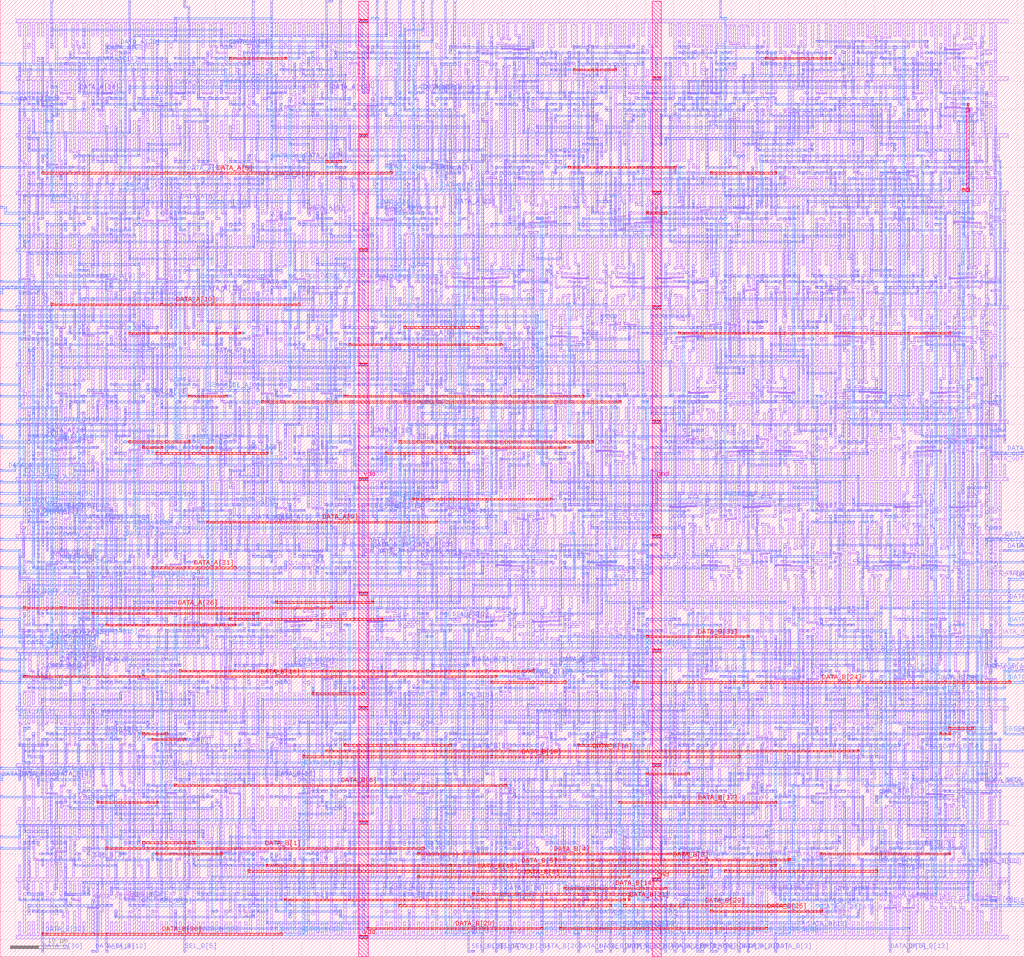
<source format=lef>
VERSION 5.3 ;
   NAMESCASESENSITIVE ON ;
   NOWIREEXTENSIONATPIN ON ;
   DIVIDERCHAR "/" ;
   BUSBITCHARS "[]" ;
UNITS
   DATABASE MICRONS 1000 ;
END UNITS

MACRO nibble_top
   CLASS BLOCK ;
   FOREIGN nibble_top ;
   ORIGIN 2.6000 3.0000 ;
   SIZE 178.8000 BY 167.2000 ;
   PIN vdd
      PORT
         LAYER metal1 ;
	    RECT 0.2000 160.2000 173.4000 160.8000 ;
	    RECT 0.6000 157.9000 1.0000 160.2000 ;
	    RECT 2.2000 157.9000 2.6000 160.2000 ;
	    RECT 3.8000 157.9000 4.2000 160.2000 ;
	    RECT 4.6000 157.9000 5.0000 160.2000 ;
	    RECT 6.2000 157.9000 6.6000 160.2000 ;
	    RECT 7.8000 157.9000 8.2000 160.2000 ;
	    RECT 8.6000 155.9000 9.0000 160.2000 ;
	    RECT 10.7000 157.9000 11.1000 160.2000 ;
	    RECT 11.8000 157.9000 12.2000 160.2000 ;
	    RECT 13.4000 157.9000 13.8000 160.2000 ;
	    RECT 14.2000 157.9000 14.6000 160.2000 ;
	    RECT 15.8000 157.9000 16.2000 160.2000 ;
	    RECT 17.4000 156.5000 17.8000 160.2000 ;
	    RECT 19.0000 157.9000 19.4000 160.2000 ;
	    RECT 20.6000 157.9000 21.0000 160.2000 ;
	    RECT 21.4000 157.9000 21.8000 160.2000 ;
	    RECT 23.0000 157.9000 23.4000 160.2000 ;
	    RECT 24.6000 157.9000 25.0000 160.2000 ;
	    RECT 25.4000 157.9000 25.8000 160.2000 ;
	    RECT 27.0000 157.9000 27.4000 160.2000 ;
	    RECT 27.8000 157.9000 28.2000 160.2000 ;
	    RECT 30.2000 157.9000 30.6000 160.2000 ;
	    RECT 31.0000 157.9000 31.4000 160.2000 ;
	    RECT 32.6000 155.9000 33.0000 160.2000 ;
	    RECT 34.7000 157.9000 35.1000 160.2000 ;
	    RECT 35.8000 157.9000 36.2000 160.2000 ;
	    RECT 37.4000 157.9000 37.8000 160.2000 ;
	    RECT 38.2000 157.9000 38.6000 160.2000 ;
	    RECT 39.8000 157.9000 40.2000 160.2000 ;
	    RECT 41.4000 156.5000 41.8000 160.2000 ;
	    RECT 43.0000 157.9000 43.4000 160.2000 ;
	    RECT 44.6000 157.9000 45.0000 160.2000 ;
	    RECT 45.4000 157.9000 45.8000 160.2000 ;
	    RECT 47.0000 157.9000 47.4000 160.2000 ;
	    RECT 48.6000 157.9000 49.0000 160.2000 ;
	    RECT 49.4000 157.9000 49.8000 160.2000 ;
	    RECT 51.0000 157.9000 51.4000 160.2000 ;
	    RECT 51.8000 157.9000 52.2000 160.2000 ;
	    RECT 53.4000 157.9000 53.8000 160.2000 ;
	    RECT 55.0000 156.5000 55.4000 160.2000 ;
	    RECT 56.6000 157.9000 57.0000 160.2000 ;
	    RECT 58.2000 155.9000 58.6000 160.2000 ;
	    RECT 60.3000 157.9000 60.7000 160.2000 ;
	    RECT 63.0000 157.9000 63.4000 160.2000 ;
	    RECT 64.6000 157.9000 65.0000 160.2000 ;
	    RECT 65.4000 157.9000 65.8000 160.2000 ;
	    RECT 67.0000 157.9000 67.4000 160.2000 ;
	    RECT 68.6000 157.9000 69.0000 160.2000 ;
	    RECT 69.4000 157.9000 69.8000 160.2000 ;
	    RECT 71.0000 157.9000 71.4000 160.2000 ;
	    RECT 71.8000 157.9000 72.2000 160.2000 ;
	    RECT 73.4000 157.9000 73.8000 160.2000 ;
	    RECT 75.0000 157.9000 75.4000 160.2000 ;
	    RECT 77.4000 155.9000 77.8000 160.2000 ;
	    RECT 78.2000 157.9000 78.6000 160.2000 ;
	    RECT 79.8000 157.9000 80.2000 160.2000 ;
	    RECT 81.4000 155.9000 81.8000 160.2000 ;
	    RECT 84.2000 157.9000 84.6000 160.2000 ;
	    RECT 85.8000 157.9000 86.2000 160.2000 ;
	    RECT 88.6000 156.0000 89.0000 160.2000 ;
	    RECT 91.0000 155.9000 91.4000 160.2000 ;
	    RECT 91.8000 155.9000 92.2000 160.2000 ;
	    RECT 95.0000 155.9000 95.4000 160.2000 ;
	    RECT 95.8000 155.9000 96.2000 160.2000 ;
	    RECT 99.0000 155.9000 99.4000 160.2000 ;
	    RECT 101.4000 155.9000 101.8000 160.2000 ;
	    RECT 102.2000 157.9000 102.6000 160.2000 ;
	    RECT 103.8000 157.9000 104.2000 160.2000 ;
	    RECT 106.2000 156.5000 106.6000 160.2000 ;
	    RECT 107.8000 157.9000 108.2000 160.2000 ;
	    RECT 109.4000 157.9000 109.8000 160.2000 ;
	    RECT 111.8000 155.9000 112.2000 160.2000 ;
	    RECT 114.2000 157.9000 114.6000 160.2000 ;
	    RECT 115.8000 157.9000 116.2000 160.2000 ;
	    RECT 117.4000 157.9000 117.8000 160.2000 ;
	    RECT 119.0000 156.5000 119.4000 160.2000 ;
	    RECT 123.0000 156.9000 123.4000 160.2000 ;
	    RECT 128.6000 157.9000 129.0000 160.2000 ;
	    RECT 130.5000 157.9000 130.9000 160.2000 ;
	    RECT 132.6000 155.9000 133.0000 160.2000 ;
	    RECT 135.0000 156.5000 135.4000 160.2000 ;
	    RECT 136.9000 157.9000 137.3000 160.2000 ;
	    RECT 139.0000 155.9000 139.4000 160.2000 ;
	    RECT 141.4000 155.9000 141.8000 160.2000 ;
	    RECT 143.8000 156.5000 144.2000 160.2000 ;
	    RECT 145.4000 157.9000 145.8000 160.2000 ;
	    RECT 147.0000 157.9000 147.4000 160.2000 ;
	    RECT 147.8000 157.9000 148.2000 160.2000 ;
	    RECT 149.4000 158.1000 149.8000 160.2000 ;
	    RECT 151.8000 158.1000 152.2000 160.2000 ;
	    RECT 153.4000 157.9000 153.8000 160.2000 ;
	    RECT 154.2000 157.9000 154.6000 160.2000 ;
	    RECT 155.8000 157.9000 156.2000 160.2000 ;
	    RECT 156.6000 155.9000 157.0000 160.2000 ;
	    RECT 158.7000 157.9000 159.1000 160.2000 ;
	    RECT 159.8000 157.9000 160.2000 160.2000 ;
	    RECT 161.4000 157.9000 161.8000 160.2000 ;
	    RECT 163.0000 156.0000 163.4000 160.2000 ;
	    RECT 165.8000 157.9000 166.2000 160.2000 ;
	    RECT 167.4000 157.9000 167.8000 160.2000 ;
	    RECT 170.2000 155.9000 170.6000 160.2000 ;
	    RECT 1.4000 140.8000 1.8000 142.9000 ;
	    RECT 3.0000 140.8000 3.4000 143.1000 ;
	    RECT 4.9000 140.8000 5.3000 145.1000 ;
	    RECT 7.3000 140.8000 7.7000 143.1000 ;
	    RECT 9.4000 140.8000 9.8000 145.1000 ;
	    RECT 11.0000 140.8000 11.4000 143.1000 ;
	    RECT 12.6000 140.8000 13.0000 144.5000 ;
	    RECT 14.5000 140.8000 14.9000 143.1000 ;
	    RECT 16.6000 140.8000 17.0000 145.1000 ;
	    RECT 18.2000 140.8000 18.6000 143.1000 ;
	    RECT 19.8000 140.8000 20.2000 143.1000 ;
	    RECT 20.6000 140.8000 21.0000 143.1000 ;
	    RECT 22.2000 140.8000 22.6000 142.9000 ;
	    RECT 24.9000 140.8000 25.3000 145.1000 ;
	    RECT 27.3000 140.8000 27.7000 143.1000 ;
	    RECT 29.4000 140.8000 29.8000 145.1000 ;
	    RECT 31.0000 140.8000 31.4000 143.1000 ;
	    RECT 32.1000 140.8000 32.5000 143.1000 ;
	    RECT 34.2000 140.8000 34.6000 145.1000 ;
	    RECT 35.8000 140.8000 36.2000 143.1000 ;
	    RECT 36.6000 140.8000 37.0000 145.1000 ;
	    RECT 38.7000 140.8000 39.1000 143.1000 ;
	    RECT 40.6000 140.8000 41.0000 144.5000 ;
	    RECT 42.2000 140.8000 42.6000 143.1000 ;
	    RECT 43.8000 140.8000 44.2000 145.1000 ;
	    RECT 45.9000 140.8000 46.3000 143.1000 ;
	    RECT 48.3000 140.8000 48.7000 145.1000 ;
	    RECT 50.2000 140.8000 50.6000 143.1000 ;
	    RECT 52.6000 140.8000 53.0000 142.9000 ;
	    RECT 54.2000 140.8000 54.6000 143.1000 ;
	    RECT 55.0000 140.8000 55.4000 143.1000 ;
	    RECT 57.4000 140.8000 57.8000 142.9000 ;
	    RECT 59.0000 140.8000 59.4000 143.1000 ;
	    RECT 62.7000 140.8000 63.1000 145.1000 ;
	    RECT 64.6000 140.8000 65.0000 143.1000 ;
	    RECT 66.2000 140.8000 66.6000 142.9000 ;
	    RECT 67.8000 140.8000 68.2000 143.1000 ;
	    RECT 69.4000 140.8000 69.8000 142.9000 ;
	    RECT 71.0000 140.8000 71.4000 143.1000 ;
	    RECT 73.4000 140.8000 73.8000 144.5000 ;
	    RECT 75.8000 140.8000 76.2000 145.1000 ;
	    RECT 78.2000 140.8000 78.6000 143.1000 ;
	    RECT 79.8000 140.8000 80.2000 143.1000 ;
	    RECT 80.6000 140.8000 81.0000 143.1000 ;
	    RECT 82.2000 140.8000 82.6000 142.9000 ;
	    RECT 83.8000 140.8000 84.2000 143.1000 ;
	    RECT 85.4000 140.8000 85.8000 145.1000 ;
	    RECT 87.8000 140.8000 88.2000 144.5000 ;
	    RECT 91.8000 140.8000 92.2000 145.1000 ;
	    RECT 93.4000 140.8000 93.8000 142.9000 ;
	    RECT 95.0000 140.8000 95.4000 143.1000 ;
	    RECT 95.8000 140.8000 96.2000 143.1000 ;
	    RECT 97.4000 140.8000 97.8000 143.1000 ;
	    RECT 99.8000 140.8000 100.2000 145.1000 ;
	    RECT 101.4000 140.8000 101.8000 142.9000 ;
	    RECT 103.0000 140.8000 103.4000 143.1000 ;
	    RECT 103.8000 140.8000 104.2000 145.1000 ;
	    RECT 105.4000 140.8000 105.8000 145.1000 ;
	    RECT 106.5000 140.8000 106.9000 143.1000 ;
	    RECT 108.6000 140.8000 109.0000 145.1000 ;
	    RECT 109.7000 140.8000 110.1000 143.1000 ;
	    RECT 111.8000 140.8000 112.2000 145.1000 ;
	    RECT 115.0000 140.8000 115.4000 142.9000 ;
	    RECT 116.6000 140.8000 117.0000 143.1000 ;
	    RECT 117.4000 140.8000 117.8000 145.1000 ;
	    RECT 119.5000 140.8000 119.9000 143.1000 ;
	    RECT 120.9000 140.8000 121.3000 143.1000 ;
	    RECT 123.0000 140.8000 123.4000 145.1000 ;
	    RECT 123.8000 140.8000 124.2000 143.1000 ;
	    RECT 125.4000 140.8000 125.8000 142.9000 ;
	    RECT 128.6000 140.8000 129.0000 144.5000 ;
	    RECT 130.5000 140.8000 130.9000 143.1000 ;
	    RECT 132.6000 140.8000 133.0000 145.1000 ;
	    RECT 138.2000 140.8000 138.6000 144.1000 ;
	    RECT 139.8000 140.8000 140.2000 145.1000 ;
	    RECT 141.9000 140.8000 142.3000 143.1000 ;
	    RECT 145.4000 140.8000 145.8000 144.5000 ;
	    RECT 149.4000 140.8000 149.8000 144.5000 ;
	    RECT 151.0000 140.8000 151.4000 145.1000 ;
	    RECT 153.4000 140.8000 153.8000 143.1000 ;
	    RECT 155.0000 140.8000 155.4000 142.9000 ;
	    RECT 156.6000 140.8000 157.0000 145.1000 ;
	    RECT 158.7000 140.8000 159.1000 143.1000 ;
	    RECT 159.8000 140.8000 160.2000 145.1000 ;
	    RECT 163.0000 140.8000 163.4000 145.0000 ;
	    RECT 165.8000 140.8000 166.2000 143.1000 ;
	    RECT 167.4000 140.8000 167.8000 143.1000 ;
	    RECT 170.2000 140.8000 170.6000 145.1000 ;
	    RECT 0.2000 140.2000 173.4000 140.8000 ;
	    RECT 1.4000 136.5000 1.8000 140.2000 ;
	    RECT 3.0000 137.9000 3.4000 140.2000 ;
	    RECT 4.6000 137.9000 5.0000 140.2000 ;
	    RECT 6.7000 135.9000 7.1000 140.2000 ;
	    RECT 8.6000 137.9000 9.0000 140.2000 ;
	    RECT 10.2000 138.1000 10.6000 140.2000 ;
	    RECT 11.8000 137.9000 12.2000 140.2000 ;
	    RECT 13.4000 137.9000 13.8000 140.2000 ;
	    RECT 14.2000 137.9000 14.6000 140.2000 ;
	    RECT 15.8000 137.9000 16.2000 140.2000 ;
	    RECT 16.6000 137.9000 17.0000 140.2000 ;
	    RECT 18.2000 137.9000 18.6000 140.2000 ;
	    RECT 19.0000 137.9000 19.4000 140.2000 ;
	    RECT 20.6000 137.9000 21.0000 140.2000 ;
	    RECT 21.4000 137.9000 21.8000 140.2000 ;
	    RECT 23.0000 137.9000 23.4000 140.2000 ;
	    RECT 24.6000 136.5000 25.0000 140.2000 ;
	    RECT 27.0000 137.9000 27.4000 140.2000 ;
	    RECT 27.8000 137.9000 28.2000 140.2000 ;
	    RECT 29.4000 137.9000 29.8000 140.2000 ;
	    RECT 30.2000 137.9000 30.6000 140.2000 ;
	    RECT 31.8000 137.9000 32.2000 140.2000 ;
	    RECT 33.9000 135.9000 34.3000 140.2000 ;
	    RECT 35.8000 137.9000 36.2000 140.2000 ;
	    RECT 37.4000 137.9000 37.8000 140.2000 ;
	    RECT 38.2000 137.9000 38.6000 140.2000 ;
	    RECT 39.8000 135.9000 40.2000 140.2000 ;
	    RECT 41.9000 137.9000 42.3000 140.2000 ;
	    RECT 43.0000 137.9000 43.4000 140.2000 ;
	    RECT 44.6000 137.9000 45.0000 140.2000 ;
	    RECT 45.4000 137.9000 45.8000 140.2000 ;
	    RECT 47.0000 135.9000 47.4000 140.2000 ;
	    RECT 49.1000 137.9000 49.5000 140.2000 ;
	    RECT 50.2000 137.9000 50.6000 140.2000 ;
	    RECT 51.8000 137.9000 52.2000 140.2000 ;
	    RECT 52.6000 137.9000 53.0000 140.2000 ;
	    RECT 54.2000 137.9000 54.6000 140.2000 ;
	    RECT 55.3000 137.9000 55.7000 140.2000 ;
	    RECT 57.4000 135.9000 57.8000 140.2000 ;
	    RECT 58.2000 137.9000 58.6000 140.2000 ;
	    RECT 59.8000 137.9000 60.2000 140.2000 ;
	    RECT 62.2000 137.9000 62.6000 140.2000 ;
	    RECT 63.8000 137.9000 64.2000 140.2000 ;
	    RECT 65.9000 135.9000 66.3000 140.2000 ;
	    RECT 67.8000 137.9000 68.2000 140.2000 ;
	    RECT 69.4000 137.9000 69.8000 140.2000 ;
	    RECT 70.2000 137.9000 70.6000 140.2000 ;
	    RECT 71.8000 137.9000 72.2000 140.2000 ;
	    RECT 73.9000 135.9000 74.3000 140.2000 ;
	    RECT 76.6000 138.1000 77.0000 140.2000 ;
	    RECT 78.2000 137.9000 78.6000 140.2000 ;
	    RECT 79.0000 137.9000 79.4000 140.2000 ;
	    RECT 80.6000 137.9000 81.0000 140.2000 ;
	    RECT 81.7000 137.9000 82.1000 140.2000 ;
	    RECT 83.8000 135.9000 84.2000 140.2000 ;
	    RECT 84.6000 135.9000 85.0000 140.2000 ;
	    RECT 87.0000 135.9000 87.4000 140.2000 ;
	    RECT 89.1000 137.9000 89.5000 140.2000 ;
	    RECT 90.2000 135.9000 90.6000 140.2000 ;
	    RECT 91.8000 137.9000 92.2000 140.2000 ;
	    RECT 93.4000 138.1000 93.8000 140.2000 ;
	    RECT 95.0000 137.9000 95.4000 140.2000 ;
	    RECT 96.6000 138.1000 97.0000 140.2000 ;
	    RECT 99.0000 138.1000 99.4000 140.2000 ;
	    RECT 100.6000 137.9000 101.0000 140.2000 ;
	    RECT 102.2000 138.1000 102.6000 140.2000 ;
	    RECT 103.8000 137.9000 104.2000 140.2000 ;
	    RECT 104.6000 137.9000 105.0000 140.2000 ;
	    RECT 107.8000 135.9000 108.2000 140.2000 ;
	    RECT 109.4000 136.5000 109.8000 140.2000 ;
	    RECT 115.0000 136.5000 115.4000 140.2000 ;
	    RECT 116.6000 135.9000 117.0000 140.2000 ;
	    RECT 119.8000 137.9000 120.2000 140.2000 ;
	    RECT 121.4000 137.9000 121.8000 140.2000 ;
	    RECT 122.2000 137.9000 122.6000 140.2000 ;
	    RECT 123.8000 137.9000 124.2000 140.2000 ;
	    RECT 124.6000 137.9000 125.0000 140.2000 ;
	    RECT 126.2000 138.1000 126.6000 140.2000 ;
	    RECT 127.8000 135.9000 128.2000 140.2000 ;
	    RECT 129.9000 137.9000 130.3000 140.2000 ;
	    RECT 131.0000 135.9000 131.4000 140.2000 ;
	    RECT 133.4000 135.9000 133.8000 140.2000 ;
	    RECT 136.6000 135.9000 137.0000 140.2000 ;
	    RECT 137.7000 137.9000 138.1000 140.2000 ;
	    RECT 139.8000 135.9000 140.2000 140.2000 ;
	    RECT 140.9000 137.9000 141.3000 140.2000 ;
	    RECT 143.0000 135.9000 143.4000 140.2000 ;
	    RECT 145.4000 135.9000 145.8000 140.2000 ;
	    RECT 147.0000 138.1000 147.4000 140.2000 ;
	    RECT 148.6000 137.9000 149.0000 140.2000 ;
	    RECT 149.4000 137.9000 149.8000 140.2000 ;
	    RECT 151.0000 137.9000 151.4000 140.2000 ;
	    RECT 152.1000 137.9000 152.5000 140.2000 ;
	    RECT 154.2000 135.9000 154.6000 140.2000 ;
	    RECT 155.8000 136.1000 156.2000 140.2000 ;
	    RECT 157.4000 137.9000 157.8000 140.2000 ;
	    RECT 158.2000 137.9000 158.6000 140.2000 ;
	    RECT 159.8000 138.1000 160.2000 140.2000 ;
	    RECT 161.4000 137.9000 161.8000 140.2000 ;
	    RECT 164.6000 136.5000 165.0000 140.2000 ;
	    RECT 166.2000 135.9000 166.6000 140.2000 ;
	    RECT 168.3000 137.9000 168.7000 140.2000 ;
	    RECT 169.4000 135.9000 169.8000 140.2000 ;
	    RECT 171.5000 137.9000 171.9000 140.2000 ;
	    RECT 0.6000 120.8000 1.0000 125.1000 ;
	    RECT 2.2000 120.8000 2.6000 125.1000 ;
	    RECT 3.8000 120.8000 4.2000 122.9000 ;
	    RECT 5.4000 120.8000 5.8000 123.1000 ;
	    RECT 6.2000 120.8000 6.6000 125.1000 ;
	    RECT 7.8000 120.8000 8.2000 125.1000 ;
	    RECT 8.6000 120.8000 9.0000 123.1000 ;
	    RECT 10.2000 120.8000 10.6000 122.9000 ;
	    RECT 11.8000 120.8000 12.2000 123.1000 ;
	    RECT 13.4000 120.8000 13.8000 122.9000 ;
	    RECT 15.8000 120.8000 16.2000 122.9000 ;
	    RECT 17.4000 120.8000 17.8000 123.1000 ;
	    RECT 19.0000 120.8000 19.4000 122.9000 ;
	    RECT 20.6000 120.8000 21.0000 123.1000 ;
	    RECT 22.5000 120.8000 22.9000 125.1000 ;
	    RECT 25.9000 120.8000 26.3000 125.1000 ;
	    RECT 28.6000 120.8000 29.0000 122.9000 ;
	    RECT 30.2000 120.8000 30.6000 123.1000 ;
	    RECT 31.8000 120.8000 32.2000 122.9000 ;
	    RECT 33.4000 120.8000 33.8000 123.1000 ;
	    RECT 34.2000 120.8000 34.6000 123.1000 ;
	    RECT 35.8000 120.8000 36.2000 122.9000 ;
	    RECT 37.4000 120.8000 37.8000 123.1000 ;
	    RECT 39.0000 120.8000 39.4000 123.1000 ;
	    RECT 40.6000 120.8000 41.0000 123.1000 ;
	    RECT 41.4000 120.8000 41.8000 123.1000 ;
	    RECT 43.0000 120.8000 43.4000 123.1000 ;
	    RECT 45.1000 120.8000 45.5000 125.1000 ;
	    RECT 47.8000 120.8000 48.2000 122.9000 ;
	    RECT 49.4000 120.8000 49.8000 123.1000 ;
	    RECT 51.5000 120.8000 51.9000 125.1000 ;
	    RECT 54.2000 120.8000 54.6000 122.9000 ;
	    RECT 55.8000 120.8000 56.2000 123.1000 ;
	    RECT 57.4000 120.8000 57.8000 124.5000 ;
	    RECT 61.4000 120.8000 61.8000 122.9000 ;
	    RECT 63.0000 120.8000 63.4000 123.1000 ;
	    RECT 65.1000 120.8000 65.5000 125.1000 ;
	    RECT 67.0000 120.8000 67.4000 123.1000 ;
	    RECT 68.6000 120.8000 69.0000 122.9000 ;
	    RECT 70.2000 120.8000 70.6000 123.1000 ;
	    RECT 71.8000 120.8000 72.2000 122.9000 ;
	    RECT 73.4000 120.8000 73.8000 123.1000 ;
	    RECT 75.0000 120.8000 75.4000 123.1000 ;
	    RECT 76.6000 120.8000 77.0000 123.1000 ;
	    RECT 77.4000 120.8000 77.8000 123.1000 ;
	    RECT 79.0000 120.8000 79.4000 122.9000 ;
	    RECT 80.6000 120.8000 81.0000 125.1000 ;
	    RECT 82.2000 120.8000 82.6000 125.1000 ;
	    RECT 83.0000 120.8000 83.4000 123.1000 ;
	    RECT 84.6000 120.8000 85.0000 123.1000 ;
	    RECT 86.2000 120.8000 86.6000 125.1000 ;
	    RECT 89.0000 120.8000 89.4000 123.1000 ;
	    RECT 90.6000 120.8000 91.0000 123.1000 ;
	    RECT 93.4000 120.8000 93.8000 125.0000 ;
	    RECT 95.0000 120.8000 95.4000 123.1000 ;
	    RECT 96.6000 120.8000 97.0000 123.1000 ;
	    RECT 98.2000 120.8000 98.6000 123.1000 ;
	    RECT 99.0000 120.8000 99.4000 123.1000 ;
	    RECT 100.6000 120.8000 101.0000 123.1000 ;
	    RECT 101.4000 120.8000 101.8000 123.1000 ;
	    RECT 103.0000 120.8000 103.4000 123.1000 ;
	    RECT 104.6000 120.8000 105.0000 125.1000 ;
	    RECT 107.4000 120.8000 107.8000 123.1000 ;
	    RECT 109.0000 120.8000 109.4000 123.1000 ;
	    RECT 111.8000 120.8000 112.2000 125.0000 ;
	    RECT 115.0000 120.8000 115.4000 123.1000 ;
	    RECT 116.6000 120.8000 117.0000 123.1000 ;
	    RECT 117.4000 120.8000 117.8000 123.1000 ;
	    RECT 119.8000 120.8000 120.2000 124.9000 ;
	    RECT 121.4000 120.8000 121.8000 123.1000 ;
	    RECT 123.0000 120.8000 123.4000 124.5000 ;
	    RECT 124.9000 120.8000 125.3000 123.1000 ;
	    RECT 127.0000 120.8000 127.4000 125.1000 ;
	    RECT 128.6000 120.8000 129.0000 124.5000 ;
	    RECT 132.6000 120.8000 133.0000 124.5000 ;
	    RECT 135.8000 120.8000 136.2000 125.1000 ;
	    RECT 137.4000 120.8000 137.8000 123.1000 ;
	    RECT 138.2000 120.8000 138.6000 123.1000 ;
	    RECT 139.8000 120.8000 140.2000 123.1000 ;
	    RECT 141.4000 120.8000 141.8000 124.5000 ;
	    RECT 144.6000 120.8000 145.0000 123.1000 ;
	    RECT 146.2000 120.8000 146.6000 123.1000 ;
	    RECT 148.6000 120.8000 149.0000 124.5000 ;
	    RECT 150.2000 120.8000 150.6000 123.1000 ;
	    RECT 151.8000 120.8000 152.2000 123.1000 ;
	    RECT 153.4000 120.8000 153.8000 124.5000 ;
	    RECT 156.6000 120.8000 157.0000 123.1000 ;
	    RECT 158.2000 120.8000 158.6000 123.1000 ;
	    RECT 159.0000 120.8000 159.4000 123.1000 ;
	    RECT 160.6000 120.8000 161.0000 123.1000 ;
	    RECT 161.4000 120.8000 161.8000 123.1000 ;
	    RECT 163.0000 120.8000 163.4000 123.1000 ;
	    RECT 164.6000 120.8000 165.0000 125.0000 ;
	    RECT 167.4000 120.8000 167.8000 123.1000 ;
	    RECT 169.0000 120.8000 169.4000 123.1000 ;
	    RECT 171.8000 120.8000 172.2000 125.1000 ;
	    RECT 0.2000 120.2000 173.4000 120.8000 ;
	    RECT 1.9000 115.9000 2.3000 120.2000 ;
	    RECT 3.8000 117.9000 4.2000 120.2000 ;
	    RECT 5.4000 117.9000 5.8000 120.2000 ;
	    RECT 7.0000 117.9000 7.4000 120.2000 ;
	    RECT 7.8000 117.9000 8.2000 120.2000 ;
	    RECT 9.4000 117.9000 9.8000 120.2000 ;
	    RECT 11.0000 117.9000 11.4000 120.2000 ;
	    RECT 12.6000 118.1000 13.0000 120.2000 ;
	    RECT 14.2000 117.9000 14.6000 120.2000 ;
	    RECT 16.1000 115.9000 16.5000 120.2000 ;
	    RECT 19.0000 116.5000 19.4000 120.2000 ;
	    RECT 20.6000 117.9000 21.0000 120.2000 ;
	    RECT 22.2000 117.9000 22.6000 120.2000 ;
	    RECT 23.8000 117.9000 24.2000 120.2000 ;
	    RECT 25.9000 115.9000 26.3000 120.2000 ;
	    RECT 27.8000 117.9000 28.2000 120.2000 ;
	    RECT 29.4000 118.1000 29.8000 120.2000 ;
	    RECT 31.0000 117.9000 31.4000 120.2000 ;
	    RECT 32.6000 117.9000 33.0000 120.2000 ;
	    RECT 34.2000 117.9000 34.6000 120.2000 ;
	    RECT 35.8000 118.1000 36.2000 120.2000 ;
	    RECT 37.4000 117.9000 37.8000 120.2000 ;
	    RECT 39.0000 117.9000 39.4000 120.2000 ;
	    RECT 40.6000 116.5000 41.0000 120.2000 ;
	    RECT 43.5000 115.9000 43.9000 120.2000 ;
	    RECT 46.2000 118.1000 46.6000 120.2000 ;
	    RECT 47.8000 117.9000 48.2000 120.2000 ;
	    RECT 49.9000 115.9000 50.3000 120.2000 ;
	    RECT 51.8000 117.9000 52.2000 120.2000 ;
	    RECT 53.4000 117.9000 53.8000 120.2000 ;
	    RECT 55.0000 117.9000 55.4000 120.2000 ;
	    RECT 55.8000 117.9000 56.2000 120.2000 ;
	    RECT 57.4000 118.1000 57.8000 120.2000 ;
	    RECT 59.8000 116.5000 60.2000 120.2000 ;
	    RECT 63.8000 116.5000 64.2000 120.2000 ;
	    RECT 66.2000 118.1000 66.6000 120.2000 ;
	    RECT 67.8000 117.9000 68.2000 120.2000 ;
	    RECT 69.4000 118.1000 69.8000 120.2000 ;
	    RECT 71.0000 117.9000 71.4000 120.2000 ;
	    RECT 72.6000 115.9000 73.0000 120.2000 ;
	    RECT 75.4000 117.9000 75.8000 120.2000 ;
	    RECT 77.0000 117.9000 77.4000 120.2000 ;
	    RECT 79.8000 116.0000 80.2000 120.2000 ;
	    RECT 82.2000 116.0000 82.6000 120.2000 ;
	    RECT 85.0000 117.9000 85.4000 120.2000 ;
	    RECT 86.6000 117.9000 87.0000 120.2000 ;
	    RECT 89.4000 115.9000 89.8000 120.2000 ;
	    RECT 91.8000 115.9000 92.2000 120.2000 ;
	    RECT 94.6000 117.9000 95.0000 120.2000 ;
	    RECT 96.2000 117.9000 96.6000 120.2000 ;
	    RECT 99.0000 116.0000 99.4000 120.2000 ;
	    RECT 101.4000 115.9000 101.8000 120.2000 ;
	    RECT 104.2000 117.9000 104.6000 120.2000 ;
	    RECT 105.8000 117.9000 106.2000 120.2000 ;
	    RECT 108.6000 116.0000 109.0000 120.2000 ;
	    RECT 112.6000 116.0000 113.0000 120.2000 ;
	    RECT 115.4000 117.9000 115.8000 120.2000 ;
	    RECT 117.0000 117.9000 117.4000 120.2000 ;
	    RECT 119.8000 115.9000 120.2000 120.2000 ;
	    RECT 121.7000 117.9000 122.1000 120.2000 ;
	    RECT 123.8000 115.9000 124.2000 120.2000 ;
	    RECT 126.2000 115.9000 126.6000 120.2000 ;
	    RECT 127.0000 117.9000 127.4000 120.2000 ;
	    RECT 128.6000 116.1000 129.0000 120.2000 ;
	    RECT 131.8000 115.9000 132.2000 120.2000 ;
	    RECT 132.6000 115.9000 133.0000 120.2000 ;
	    RECT 134.7000 117.9000 135.1000 120.2000 ;
	    RECT 135.8000 117.9000 136.2000 120.2000 ;
	    RECT 137.4000 117.9000 137.8000 120.2000 ;
	    RECT 138.2000 115.9000 138.6000 120.2000 ;
	    RECT 140.3000 117.9000 140.7000 120.2000 ;
	    RECT 141.4000 117.9000 141.8000 120.2000 ;
	    RECT 143.0000 116.1000 143.4000 120.2000 ;
	    RECT 144.6000 115.9000 145.0000 120.2000 ;
	    RECT 146.7000 117.9000 147.1000 120.2000 ;
	    RECT 148.1000 117.9000 148.5000 120.2000 ;
	    RECT 150.2000 115.9000 150.6000 120.2000 ;
	    RECT 151.0000 117.9000 151.4000 120.2000 ;
	    RECT 152.6000 117.9000 153.0000 120.2000 ;
	    RECT 154.2000 115.9000 154.6000 120.2000 ;
	    RECT 155.0000 117.9000 155.4000 120.2000 ;
	    RECT 156.6000 117.9000 157.0000 120.2000 ;
	    RECT 157.4000 115.9000 157.8000 120.2000 ;
	    RECT 159.0000 115.9000 159.4000 120.2000 ;
	    RECT 162.2000 115.9000 162.6000 120.2000 ;
	    RECT 163.8000 116.0000 164.2000 120.2000 ;
	    RECT 166.6000 117.9000 167.0000 120.2000 ;
	    RECT 168.2000 117.9000 168.6000 120.2000 ;
	    RECT 171.0000 115.9000 171.4000 120.2000 ;
	    RECT 0.6000 100.8000 1.0000 103.1000 ;
	    RECT 2.2000 100.8000 2.6000 103.1000 ;
	    RECT 3.8000 100.8000 4.2000 102.9000 ;
	    RECT 5.4000 100.8000 5.8000 103.1000 ;
	    RECT 7.0000 100.8000 7.4000 103.1000 ;
	    RECT 8.6000 100.8000 9.0000 102.9000 ;
	    RECT 10.2000 100.8000 10.6000 103.1000 ;
	    RECT 12.1000 100.8000 12.5000 105.1000 ;
	    RECT 15.0000 100.8000 15.4000 102.9000 ;
	    RECT 16.6000 100.8000 17.0000 103.1000 ;
	    RECT 18.2000 100.8000 18.6000 104.5000 ;
	    RECT 21.1000 100.8000 21.5000 105.1000 ;
	    RECT 23.8000 100.8000 24.2000 102.9000 ;
	    RECT 25.4000 100.8000 25.8000 103.1000 ;
	    RECT 27.0000 100.8000 27.4000 105.1000 ;
	    RECT 27.8000 100.8000 28.2000 103.1000 ;
	    RECT 29.4000 100.8000 29.8000 102.9000 ;
	    RECT 31.0000 100.8000 31.4000 103.1000 ;
	    RECT 32.6000 100.8000 33.0000 103.1000 ;
	    RECT 34.2000 100.8000 34.6000 103.1000 ;
	    RECT 35.8000 100.8000 36.2000 102.9000 ;
	    RECT 37.4000 100.8000 37.8000 103.1000 ;
	    RECT 39.0000 100.8000 39.4000 102.9000 ;
	    RECT 40.6000 100.8000 41.0000 103.1000 ;
	    RECT 42.7000 100.8000 43.1000 105.1000 ;
	    RECT 45.4000 100.8000 45.8000 103.1000 ;
	    RECT 46.2000 100.8000 46.6000 103.1000 ;
	    RECT 47.8000 100.8000 48.2000 103.1000 ;
	    RECT 49.4000 100.8000 49.8000 102.9000 ;
	    RECT 51.0000 100.8000 51.4000 103.1000 ;
	    RECT 53.1000 100.8000 53.5000 105.1000 ;
	    RECT 55.0000 100.8000 55.4000 103.1000 ;
	    RECT 56.6000 100.8000 57.0000 102.9000 ;
	    RECT 58.2000 100.8000 58.6000 103.1000 ;
	    RECT 59.8000 100.8000 60.2000 103.1000 ;
	    RECT 63.0000 100.8000 63.4000 102.9000 ;
	    RECT 64.6000 100.8000 65.0000 103.1000 ;
	    RECT 66.2000 100.8000 66.6000 102.9000 ;
	    RECT 67.8000 100.8000 68.2000 103.1000 ;
	    RECT 69.4000 100.8000 69.8000 102.9000 ;
	    RECT 71.0000 100.8000 71.4000 103.1000 ;
	    RECT 71.8000 100.8000 72.2000 105.1000 ;
	    RECT 73.4000 100.8000 73.8000 105.1000 ;
	    RECT 74.2000 100.8000 74.6000 105.1000 ;
	    RECT 76.6000 100.8000 77.0000 105.1000 ;
	    RECT 78.2000 100.8000 78.6000 102.9000 ;
	    RECT 79.8000 100.8000 80.2000 103.1000 ;
	    RECT 81.4000 100.8000 81.8000 102.9000 ;
	    RECT 83.0000 100.8000 83.4000 103.1000 ;
	    RECT 83.8000 100.8000 84.2000 103.1000 ;
	    RECT 85.4000 100.8000 85.8000 102.9000 ;
	    RECT 87.0000 100.8000 87.4000 103.1000 ;
	    RECT 88.6000 100.8000 89.0000 102.9000 ;
	    RECT 91.0000 100.8000 91.4000 102.9000 ;
	    RECT 92.6000 100.8000 93.0000 103.1000 ;
	    RECT 94.2000 100.8000 94.6000 105.0000 ;
	    RECT 97.0000 100.8000 97.4000 103.1000 ;
	    RECT 98.6000 100.8000 99.0000 103.1000 ;
	    RECT 101.4000 100.8000 101.8000 105.1000 ;
	    RECT 103.8000 100.8000 104.2000 104.9000 ;
	    RECT 105.4000 100.8000 105.8000 103.1000 ;
	    RECT 106.2000 100.8000 106.6000 103.1000 ;
	    RECT 107.8000 100.8000 108.2000 104.9000 ;
	    RECT 111.8000 100.8000 112.2000 105.1000 ;
	    RECT 114.6000 100.8000 115.0000 103.1000 ;
	    RECT 116.2000 100.8000 116.6000 103.1000 ;
	    RECT 119.0000 100.8000 119.4000 105.0000 ;
	    RECT 121.4000 100.8000 121.8000 104.9000 ;
	    RECT 123.0000 100.8000 123.4000 103.1000 ;
	    RECT 123.8000 100.8000 124.2000 103.1000 ;
	    RECT 125.4000 100.8000 125.8000 104.9000 ;
	    RECT 127.0000 100.8000 127.4000 105.1000 ;
	    RECT 130.2000 100.8000 130.6000 105.1000 ;
	    RECT 131.0000 100.8000 131.4000 103.1000 ;
	    RECT 135.0000 100.8000 135.4000 104.5000 ;
	    RECT 136.6000 100.8000 137.0000 103.1000 ;
	    RECT 138.2000 100.8000 138.6000 103.1000 ;
	    RECT 139.0000 100.8000 139.4000 103.1000 ;
	    RECT 140.6000 100.8000 141.0000 103.1000 ;
	    RECT 142.2000 100.8000 142.6000 103.1000 ;
	    RECT 143.8000 100.8000 144.2000 105.0000 ;
	    RECT 146.6000 100.8000 147.0000 103.1000 ;
	    RECT 148.2000 100.8000 148.6000 103.1000 ;
	    RECT 151.0000 100.8000 151.4000 105.1000 ;
	    RECT 153.4000 100.8000 153.8000 105.1000 ;
	    RECT 156.2000 100.8000 156.6000 103.1000 ;
	    RECT 157.8000 100.8000 158.2000 103.1000 ;
	    RECT 160.6000 100.8000 161.0000 105.0000 ;
	    RECT 163.0000 100.8000 163.4000 105.0000 ;
	    RECT 165.8000 100.8000 166.2000 103.1000 ;
	    RECT 167.4000 100.8000 167.8000 103.1000 ;
	    RECT 170.2000 100.8000 170.6000 105.1000 ;
	    RECT 0.2000 100.2000 173.4000 100.8000 ;
	    RECT 1.4000 96.5000 1.8000 100.2000 ;
	    RECT 3.0000 97.9000 3.4000 100.2000 ;
	    RECT 4.6000 97.9000 5.0000 100.2000 ;
	    RECT 6.2000 97.9000 6.6000 100.2000 ;
	    RECT 8.3000 95.9000 8.7000 100.2000 ;
	    RECT 11.0000 98.1000 11.4000 100.2000 ;
	    RECT 12.6000 97.9000 13.0000 100.2000 ;
	    RECT 14.7000 95.9000 15.1000 100.2000 ;
	    RECT 16.6000 97.9000 17.0000 100.2000 ;
	    RECT 18.2000 97.9000 18.6000 100.2000 ;
	    RECT 19.0000 97.9000 19.4000 100.2000 ;
	    RECT 21.4000 98.1000 21.8000 100.2000 ;
	    RECT 23.0000 97.9000 23.4000 100.2000 ;
	    RECT 24.6000 96.5000 25.0000 100.2000 ;
	    RECT 26.2000 97.9000 26.6000 100.2000 ;
	    RECT 27.8000 98.1000 28.2000 100.2000 ;
	    RECT 29.4000 97.9000 29.8000 100.2000 ;
	    RECT 31.0000 98.1000 31.4000 100.2000 ;
	    RECT 33.7000 95.9000 34.1000 100.2000 ;
	    RECT 36.6000 98.1000 37.0000 100.2000 ;
	    RECT 38.2000 97.9000 38.6000 100.2000 ;
	    RECT 39.0000 97.9000 39.4000 100.2000 ;
	    RECT 40.6000 97.9000 41.0000 100.2000 ;
	    RECT 42.2000 97.9000 42.6000 100.2000 ;
	    RECT 44.3000 95.9000 44.7000 100.2000 ;
	    RECT 47.0000 98.1000 47.4000 100.2000 ;
	    RECT 48.6000 97.9000 49.0000 100.2000 ;
	    RECT 49.4000 97.9000 49.8000 100.2000 ;
	    RECT 51.0000 97.9000 51.4000 100.2000 ;
	    RECT 52.6000 97.9000 53.0000 100.2000 ;
	    RECT 54.7000 95.9000 55.1000 100.2000 ;
	    RECT 56.6000 97.9000 57.0000 100.2000 ;
	    RECT 58.2000 98.1000 58.6000 100.2000 ;
	    RECT 62.2000 97.9000 62.6000 100.2000 ;
	    RECT 63.0000 97.9000 63.4000 100.2000 ;
	    RECT 64.6000 97.9000 65.0000 100.2000 ;
	    RECT 66.2000 97.9000 66.6000 100.2000 ;
	    RECT 68.3000 95.9000 68.7000 100.2000 ;
	    RECT 71.0000 98.1000 71.4000 100.2000 ;
	    RECT 72.6000 97.9000 73.0000 100.2000 ;
	    RECT 74.2000 98.1000 74.6000 100.2000 ;
	    RECT 75.8000 97.9000 76.2000 100.2000 ;
	    RECT 77.9000 95.9000 78.3000 100.2000 ;
	    RECT 79.8000 97.9000 80.2000 100.2000 ;
	    RECT 81.4000 97.9000 81.8000 100.2000 ;
	    RECT 83.0000 98.1000 83.4000 100.2000 ;
	    RECT 84.6000 97.9000 85.0000 100.2000 ;
	    RECT 86.2000 97.9000 86.6000 100.2000 ;
	    RECT 87.0000 97.9000 87.4000 100.2000 ;
	    RECT 88.6000 98.1000 89.0000 100.2000 ;
	    RECT 90.2000 97.9000 90.6000 100.2000 ;
	    RECT 91.8000 98.1000 92.2000 100.2000 ;
	    RECT 94.7000 95.9000 95.1000 100.2000 ;
	    RECT 97.4000 98.1000 97.8000 100.2000 ;
	    RECT 99.0000 97.9000 99.4000 100.2000 ;
	    RECT 100.6000 96.5000 101.0000 100.2000 ;
	    RECT 104.6000 96.5000 105.0000 100.2000 ;
	    RECT 107.0000 96.5000 107.4000 100.2000 ;
	    RECT 110.2000 96.5000 110.6000 100.2000 ;
	    RECT 115.0000 96.5000 115.4000 100.2000 ;
	    RECT 118.2000 96.0000 118.6000 100.2000 ;
	    RECT 121.0000 97.9000 121.4000 100.2000 ;
	    RECT 122.6000 97.9000 123.0000 100.2000 ;
	    RECT 125.4000 95.9000 125.8000 100.2000 ;
	    RECT 127.8000 95.9000 128.2000 100.2000 ;
	    RECT 130.6000 97.9000 131.0000 100.2000 ;
	    RECT 132.2000 97.9000 132.6000 100.2000 ;
	    RECT 135.0000 96.0000 135.4000 100.2000 ;
	    RECT 136.6000 97.9000 137.0000 100.2000 ;
	    RECT 138.2000 97.9000 138.6000 100.2000 ;
	    RECT 139.8000 97.9000 140.2000 100.2000 ;
	    RECT 141.4000 96.5000 141.8000 100.2000 ;
	    RECT 143.8000 95.9000 144.2000 100.2000 ;
	    RECT 146.6000 97.9000 147.0000 100.2000 ;
	    RECT 148.2000 97.9000 148.6000 100.2000 ;
	    RECT 151.0000 96.0000 151.4000 100.2000 ;
	    RECT 152.6000 95.9000 153.0000 100.2000 ;
	    RECT 154.2000 95.9000 154.6000 100.2000 ;
	    RECT 155.8000 95.9000 156.2000 100.2000 ;
	    RECT 157.4000 95.9000 157.8000 100.2000 ;
	    RECT 159.0000 95.9000 159.4000 100.2000 ;
	    RECT 160.6000 96.0000 161.0000 100.2000 ;
	    RECT 163.4000 97.9000 163.8000 100.2000 ;
	    RECT 165.0000 97.9000 165.4000 100.2000 ;
	    RECT 167.8000 95.9000 168.2000 100.2000 ;
	    RECT 170.2000 96.1000 170.6000 100.2000 ;
	    RECT 171.8000 97.9000 172.2000 100.2000 ;
	    RECT 0.6000 80.8000 1.0000 83.1000 ;
	    RECT 2.2000 80.8000 2.6000 83.1000 ;
	    RECT 3.8000 80.8000 4.2000 83.1000 ;
	    RECT 5.4000 80.8000 5.8000 83.1000 ;
	    RECT 7.5000 80.8000 7.9000 85.1000 ;
	    RECT 10.2000 80.8000 10.6000 82.9000 ;
	    RECT 11.8000 80.8000 12.2000 83.1000 ;
	    RECT 13.4000 80.8000 13.8000 82.9000 ;
	    RECT 15.0000 80.8000 15.4000 83.1000 ;
	    RECT 15.8000 80.8000 16.2000 83.1000 ;
	    RECT 17.4000 80.8000 17.8000 83.1000 ;
	    RECT 19.0000 80.8000 19.4000 83.1000 ;
	    RECT 21.1000 80.8000 21.5000 85.1000 ;
	    RECT 23.0000 80.8000 23.4000 83.1000 ;
	    RECT 24.6000 80.8000 25.0000 82.9000 ;
	    RECT 26.2000 80.8000 26.6000 83.1000 ;
	    RECT 27.8000 80.8000 28.2000 82.9000 ;
	    RECT 30.2000 80.8000 30.6000 82.9000 ;
	    RECT 31.8000 80.8000 32.2000 83.1000 ;
	    RECT 32.6000 80.8000 33.0000 83.1000 ;
	    RECT 34.2000 80.8000 34.6000 83.1000 ;
	    RECT 36.1000 80.8000 36.5000 85.1000 ;
	    RECT 38.2000 80.8000 38.6000 83.1000 ;
	    RECT 39.8000 80.8000 40.2000 83.1000 ;
	    RECT 40.6000 80.8000 41.0000 83.1000 ;
	    RECT 42.2000 80.8000 42.6000 82.9000 ;
	    RECT 43.8000 80.8000 44.2000 83.1000 ;
	    RECT 45.4000 80.8000 45.8000 82.9000 ;
	    RECT 47.0000 80.8000 47.4000 83.1000 ;
	    RECT 48.6000 80.8000 49.0000 83.1000 ;
	    RECT 50.2000 80.8000 50.6000 83.1000 ;
	    RECT 52.3000 80.8000 52.7000 85.1000 ;
	    RECT 55.0000 80.8000 55.4000 82.9000 ;
	    RECT 56.6000 80.8000 57.0000 83.1000 ;
	    RECT 58.7000 80.8000 59.1000 85.1000 ;
	    RECT 62.2000 80.8000 62.6000 83.1000 ;
	    RECT 64.6000 80.8000 65.0000 84.5000 ;
	    RECT 66.2000 80.8000 66.6000 83.1000 ;
	    RECT 67.8000 80.8000 68.2000 83.1000 ;
	    RECT 68.6000 80.8000 69.0000 83.1000 ;
	    RECT 70.2000 80.8000 70.6000 83.1000 ;
	    RECT 71.8000 80.8000 72.2000 82.9000 ;
	    RECT 73.4000 80.8000 73.8000 83.1000 ;
	    RECT 75.0000 80.8000 75.4000 82.9000 ;
	    RECT 76.6000 80.8000 77.0000 83.1000 ;
	    RECT 78.2000 80.8000 78.6000 82.9000 ;
	    RECT 79.8000 80.8000 80.2000 83.1000 ;
	    RECT 80.6000 80.8000 81.0000 83.1000 ;
	    RECT 82.2000 80.8000 82.6000 82.9000 ;
	    RECT 85.1000 80.8000 85.5000 85.1000 ;
	    RECT 87.0000 80.8000 87.4000 83.1000 ;
	    RECT 88.6000 80.8000 89.0000 83.1000 ;
	    RECT 89.4000 80.8000 89.8000 83.1000 ;
	    RECT 91.0000 80.8000 91.4000 83.1000 ;
	    RECT 92.6000 80.8000 93.0000 82.9000 ;
	    RECT 94.2000 80.8000 94.6000 83.1000 ;
	    RECT 95.8000 80.8000 96.2000 82.9000 ;
	    RECT 97.4000 80.8000 97.8000 83.1000 ;
	    RECT 99.0000 80.8000 99.4000 82.9000 ;
	    RECT 100.6000 80.8000 101.0000 83.1000 ;
	    RECT 102.2000 80.8000 102.6000 85.0000 ;
	    RECT 105.0000 80.8000 105.4000 83.1000 ;
	    RECT 106.6000 80.8000 107.0000 83.1000 ;
	    RECT 109.4000 80.8000 109.8000 85.1000 ;
	    RECT 113.4000 80.8000 113.8000 85.1000 ;
	    RECT 115.0000 80.8000 115.4000 84.5000 ;
	    RECT 117.4000 80.8000 117.8000 84.9000 ;
	    RECT 119.0000 80.8000 119.4000 83.1000 ;
	    RECT 120.6000 80.8000 121.0000 85.1000 ;
	    RECT 123.4000 80.8000 123.8000 83.1000 ;
	    RECT 125.0000 80.8000 125.4000 83.1000 ;
	    RECT 127.8000 80.8000 128.2000 85.0000 ;
	    RECT 129.4000 80.8000 129.8000 83.1000 ;
	    RECT 131.0000 80.8000 131.4000 84.9000 ;
	    RECT 133.4000 80.8000 133.8000 85.0000 ;
	    RECT 136.2000 80.8000 136.6000 83.1000 ;
	    RECT 137.8000 80.8000 138.2000 83.1000 ;
	    RECT 140.6000 80.8000 141.0000 85.1000 ;
	    RECT 143.8000 80.8000 144.2000 84.5000 ;
	    RECT 145.4000 80.8000 145.8000 85.1000 ;
	    RECT 147.0000 80.8000 147.4000 85.1000 ;
	    RECT 148.6000 80.8000 149.0000 85.1000 ;
	    RECT 150.2000 80.8000 150.6000 85.1000 ;
	    RECT 151.8000 80.8000 152.2000 85.1000 ;
	    RECT 153.4000 80.8000 153.8000 85.1000 ;
	    RECT 156.2000 80.8000 156.6000 83.1000 ;
	    RECT 157.8000 80.8000 158.2000 83.1000 ;
	    RECT 160.6000 80.8000 161.0000 85.0000 ;
	    RECT 162.2000 80.8000 162.6000 83.1000 ;
	    RECT 163.8000 80.8000 164.2000 84.9000 ;
	    RECT 166.2000 80.8000 166.6000 84.9000 ;
	    RECT 167.8000 80.8000 168.2000 83.1000 ;
	    RECT 169.4000 80.8000 169.8000 84.5000 ;
	    RECT 171.0000 80.8000 171.4000 83.1000 ;
	    RECT 172.6000 80.8000 173.0000 83.1000 ;
	    RECT 0.2000 80.2000 173.4000 80.8000 ;
	    RECT 0.6000 77.9000 1.0000 80.2000 ;
	    RECT 2.2000 77.9000 2.6000 80.2000 ;
	    RECT 4.1000 75.9000 4.5000 80.2000 ;
	    RECT 7.0000 76.5000 7.4000 80.2000 ;
	    RECT 9.4000 76.5000 9.8000 80.2000 ;
	    RECT 11.8000 77.9000 12.2000 80.2000 ;
	    RECT 12.6000 77.9000 13.0000 80.2000 ;
	    RECT 14.2000 77.9000 14.6000 80.2000 ;
	    RECT 16.3000 75.9000 16.7000 80.2000 ;
	    RECT 18.2000 77.9000 18.6000 80.2000 ;
	    RECT 19.8000 77.9000 20.2000 80.2000 ;
	    RECT 21.4000 77.9000 21.8000 80.2000 ;
	    RECT 22.2000 77.9000 22.6000 80.2000 ;
	    RECT 23.8000 77.9000 24.2000 80.2000 ;
	    RECT 25.4000 77.9000 25.8000 80.2000 ;
	    RECT 26.2000 77.9000 26.6000 80.2000 ;
	    RECT 27.8000 77.9000 28.2000 80.2000 ;
	    RECT 29.4000 77.9000 29.8000 80.2000 ;
	    RECT 31.3000 75.9000 31.7000 80.2000 ;
	    RECT 34.2000 77.9000 34.6000 80.2000 ;
	    RECT 35.8000 77.9000 36.2000 80.2000 ;
	    RECT 36.6000 75.9000 37.0000 80.2000 ;
	    RECT 38.7000 77.9000 39.1000 80.2000 ;
	    RECT 40.6000 75.9000 41.0000 80.2000 ;
	    RECT 41.4000 77.9000 41.8000 80.2000 ;
	    RECT 43.0000 77.9000 43.4000 80.2000 ;
	    RECT 44.6000 77.9000 45.0000 80.2000 ;
	    RECT 46.7000 75.9000 47.1000 80.2000 ;
	    RECT 49.4000 78.1000 49.8000 80.2000 ;
	    RECT 51.0000 77.9000 51.4000 80.2000 ;
	    RECT 53.1000 75.9000 53.5000 80.2000 ;
	    RECT 55.8000 76.5000 56.2000 80.2000 ;
	    RECT 58.2000 78.1000 58.6000 80.2000 ;
	    RECT 59.8000 77.9000 60.2000 80.2000 ;
	    RECT 63.0000 78.1000 63.4000 80.2000 ;
	    RECT 64.6000 77.9000 65.0000 80.2000 ;
	    RECT 66.2000 76.5000 66.6000 80.2000 ;
	    RECT 68.6000 78.1000 69.0000 80.2000 ;
	    RECT 70.2000 77.9000 70.6000 80.2000 ;
	    RECT 71.8000 78.1000 72.2000 80.2000 ;
	    RECT 73.4000 77.9000 73.8000 80.2000 ;
	    RECT 75.3000 75.9000 75.7000 80.2000 ;
	    RECT 78.7000 75.9000 79.1000 80.2000 ;
	    RECT 80.6000 77.9000 81.0000 80.2000 ;
	    RECT 82.2000 78.1000 82.6000 80.2000 ;
	    RECT 83.8000 77.9000 84.2000 80.2000 ;
	    RECT 85.4000 77.9000 85.8000 80.2000 ;
	    RECT 87.8000 76.1000 88.2000 80.2000 ;
	    RECT 89.4000 77.9000 89.8000 80.2000 ;
	    RECT 90.2000 77.9000 90.6000 80.2000 ;
	    RECT 91.8000 76.1000 92.2000 80.2000 ;
	    RECT 94.2000 78.1000 94.6000 80.2000 ;
	    RECT 95.8000 77.9000 96.2000 80.2000 ;
	    RECT 97.4000 76.5000 97.8000 80.2000 ;
	    RECT 100.6000 76.5000 101.0000 80.2000 ;
	    RECT 103.0000 75.9000 103.4000 80.2000 ;
	    RECT 104.6000 75.9000 105.0000 80.2000 ;
	    RECT 106.2000 75.9000 106.6000 80.2000 ;
	    RECT 107.8000 75.9000 108.2000 80.2000 ;
	    RECT 109.4000 75.9000 109.8000 80.2000 ;
	    RECT 111.0000 76.5000 111.4000 80.2000 ;
	    RECT 115.0000 76.0000 115.4000 80.2000 ;
	    RECT 117.8000 77.9000 118.2000 80.2000 ;
	    RECT 119.4000 77.9000 119.8000 80.2000 ;
	    RECT 122.2000 75.9000 122.6000 80.2000 ;
	    RECT 123.8000 77.9000 124.2000 80.2000 ;
	    RECT 125.4000 76.1000 125.8000 80.2000 ;
	    RECT 127.8000 76.0000 128.2000 80.2000 ;
	    RECT 130.6000 77.9000 131.0000 80.2000 ;
	    RECT 132.2000 77.9000 132.6000 80.2000 ;
	    RECT 135.0000 75.9000 135.4000 80.2000 ;
	    RECT 137.4000 76.5000 137.8000 80.2000 ;
	    RECT 140.6000 76.5000 141.0000 80.2000 ;
	    RECT 142.2000 75.9000 142.6000 80.2000 ;
	    RECT 144.6000 76.5000 145.0000 80.2000 ;
	    RECT 147.8000 76.5000 148.2000 80.2000 ;
	    RECT 151.8000 76.5000 152.2000 80.2000 ;
	    RECT 154.2000 76.0000 154.6000 80.2000 ;
	    RECT 157.0000 77.9000 157.4000 80.2000 ;
	    RECT 158.6000 77.9000 159.0000 80.2000 ;
	    RECT 161.4000 75.9000 161.8000 80.2000 ;
	    RECT 163.8000 76.0000 164.2000 80.2000 ;
	    RECT 166.6000 77.9000 167.0000 80.2000 ;
	    RECT 168.2000 77.9000 168.6000 80.2000 ;
	    RECT 171.0000 75.9000 171.4000 80.2000 ;
	    RECT 1.4000 60.8000 1.8000 62.9000 ;
	    RECT 3.0000 60.8000 3.4000 63.1000 ;
	    RECT 3.8000 60.8000 4.2000 65.1000 ;
	    RECT 6.7000 60.8000 7.1000 65.1000 ;
	    RECT 8.6000 60.8000 9.0000 63.1000 ;
	    RECT 10.2000 60.8000 10.6000 62.9000 ;
	    RECT 11.8000 60.8000 12.2000 63.1000 ;
	    RECT 13.4000 60.8000 13.8000 62.9000 ;
	    RECT 15.8000 60.8000 16.2000 62.9000 ;
	    RECT 17.4000 60.8000 17.8000 63.1000 ;
	    RECT 18.2000 60.8000 18.6000 63.1000 ;
	    RECT 19.8000 60.8000 20.2000 62.9000 ;
	    RECT 21.4000 60.8000 21.8000 63.1000 ;
	    RECT 23.0000 60.8000 23.4000 63.1000 ;
	    RECT 24.6000 60.8000 25.0000 62.9000 ;
	    RECT 26.2000 60.8000 26.6000 63.1000 ;
	    RECT 28.3000 60.8000 28.7000 65.1000 ;
	    RECT 30.2000 60.8000 30.6000 63.1000 ;
	    RECT 31.8000 60.8000 32.2000 62.9000 ;
	    RECT 33.4000 60.8000 33.8000 63.1000 ;
	    RECT 35.0000 60.8000 35.4000 63.1000 ;
	    RECT 36.6000 60.8000 37.0000 63.1000 ;
	    RECT 37.4000 60.8000 37.8000 63.1000 ;
	    RECT 39.0000 60.8000 39.4000 63.1000 ;
	    RECT 39.8000 60.8000 40.2000 63.1000 ;
	    RECT 41.4000 60.8000 41.8000 63.1000 ;
	    RECT 42.2000 60.8000 42.6000 63.1000 ;
	    RECT 43.8000 60.8000 44.2000 65.1000 ;
	    RECT 45.9000 60.8000 46.3000 63.1000 ;
	    RECT 47.0000 60.8000 47.4000 63.1000 ;
	    RECT 48.6000 60.8000 49.0000 63.1000 ;
	    RECT 49.4000 60.8000 49.8000 63.1000 ;
	    RECT 51.3000 60.8000 51.7000 63.1000 ;
	    RECT 53.4000 60.8000 53.8000 65.1000 ;
	    RECT 54.2000 60.8000 54.6000 63.1000 ;
	    RECT 55.8000 60.8000 56.2000 63.1000 ;
	    RECT 57.4000 60.8000 57.8000 63.1000 ;
	    RECT 58.2000 60.8000 58.6000 63.1000 ;
	    RECT 59.8000 60.8000 60.2000 63.1000 ;
	    RECT 62.2000 60.8000 62.6000 63.1000 ;
	    RECT 63.8000 60.8000 64.2000 63.1000 ;
	    RECT 65.4000 60.8000 65.8000 63.1000 ;
	    RECT 66.2000 60.8000 66.6000 63.1000 ;
	    RECT 67.8000 60.8000 68.2000 63.1000 ;
	    RECT 69.4000 60.8000 69.8000 63.1000 ;
	    RECT 71.3000 60.8000 71.7000 65.1000 ;
	    RECT 73.4000 60.8000 73.8000 63.1000 ;
	    RECT 75.0000 60.8000 75.4000 63.1000 ;
	    RECT 76.6000 60.8000 77.0000 63.1000 ;
	    RECT 77.4000 60.8000 77.8000 63.1000 ;
	    RECT 79.0000 60.8000 79.4000 64.9000 ;
	    RECT 80.6000 60.8000 81.0000 63.1000 ;
	    RECT 82.2000 60.8000 82.6000 64.9000 ;
	    RECT 84.6000 60.8000 85.0000 65.0000 ;
	    RECT 87.4000 60.8000 87.8000 63.1000 ;
	    RECT 89.0000 60.8000 89.4000 63.1000 ;
	    RECT 91.8000 60.8000 92.2000 65.1000 ;
	    RECT 94.2000 60.8000 94.6000 64.5000 ;
	    RECT 96.6000 60.8000 97.0000 65.1000 ;
	    RECT 98.2000 60.8000 98.6000 63.1000 ;
	    RECT 99.8000 60.8000 100.2000 64.9000 ;
	    RECT 102.2000 60.8000 102.6000 65.0000 ;
	    RECT 105.0000 60.8000 105.4000 63.1000 ;
	    RECT 106.6000 60.8000 107.0000 63.1000 ;
	    RECT 109.4000 60.8000 109.8000 65.1000 ;
	    RECT 112.6000 60.8000 113.0000 65.1000 ;
	    RECT 114.2000 60.8000 114.6000 65.1000 ;
	    RECT 115.8000 60.8000 116.2000 65.1000 ;
	    RECT 117.4000 60.8000 117.8000 65.1000 ;
	    RECT 119.0000 60.8000 119.4000 65.1000 ;
	    RECT 120.6000 60.8000 121.0000 65.0000 ;
	    RECT 123.4000 60.8000 123.8000 63.1000 ;
	    RECT 125.0000 60.8000 125.4000 63.1000 ;
	    RECT 127.8000 60.8000 128.2000 65.1000 ;
	    RECT 130.2000 60.8000 130.6000 64.9000 ;
	    RECT 131.8000 60.8000 132.2000 63.1000 ;
	    RECT 133.4000 60.8000 133.8000 65.0000 ;
	    RECT 136.2000 60.8000 136.6000 63.1000 ;
	    RECT 137.8000 60.8000 138.2000 63.1000 ;
	    RECT 140.6000 60.8000 141.0000 65.1000 ;
	    RECT 142.2000 60.8000 142.6000 63.1000 ;
	    RECT 143.8000 60.8000 144.2000 64.9000 ;
	    RECT 146.2000 60.8000 146.6000 65.1000 ;
	    RECT 149.0000 60.8000 149.4000 63.1000 ;
	    RECT 150.6000 60.8000 151.0000 63.1000 ;
	    RECT 153.4000 60.8000 153.8000 65.0000 ;
	    RECT 155.0000 60.8000 155.4000 63.1000 ;
	    RECT 156.6000 60.8000 157.0000 64.9000 ;
	    RECT 159.0000 60.8000 159.4000 65.0000 ;
	    RECT 161.8000 60.8000 162.2000 63.1000 ;
	    RECT 163.4000 60.8000 163.8000 63.1000 ;
	    RECT 166.2000 60.8000 166.6000 65.1000 ;
	    RECT 168.6000 60.8000 169.0000 64.5000 ;
	    RECT 171.0000 60.8000 171.4000 64.5000 ;
	    RECT 0.2000 60.2000 173.4000 60.8000 ;
	    RECT 1.4000 58.1000 1.8000 60.2000 ;
	    RECT 3.0000 57.9000 3.4000 60.2000 ;
	    RECT 4.6000 58.1000 5.0000 60.2000 ;
	    RECT 6.2000 57.9000 6.6000 60.2000 ;
	    RECT 7.0000 55.9000 7.4000 60.2000 ;
	    RECT 9.4000 57.9000 9.8000 60.2000 ;
	    RECT 10.2000 55.9000 10.6000 60.2000 ;
	    RECT 12.3000 57.9000 12.7000 60.2000 ;
	    RECT 14.2000 58.1000 14.6000 60.2000 ;
	    RECT 15.8000 57.9000 16.2000 60.2000 ;
	    RECT 17.4000 58.1000 17.8000 60.2000 ;
	    RECT 19.0000 57.9000 19.4000 60.2000 ;
	    RECT 19.8000 57.9000 20.2000 60.2000 ;
	    RECT 21.4000 58.1000 21.8000 60.2000 ;
	    RECT 23.0000 57.9000 23.4000 60.2000 ;
	    RECT 24.6000 58.1000 25.0000 60.2000 ;
	    RECT 26.2000 57.9000 26.6000 60.2000 ;
	    RECT 27.8000 58.1000 28.2000 60.2000 ;
	    RECT 30.5000 55.9000 30.9000 60.2000 ;
	    RECT 33.4000 56.5000 33.8000 60.2000 ;
	    RECT 36.6000 56.5000 37.0000 60.2000 ;
	    RECT 39.8000 56.5000 40.2000 60.2000 ;
	    RECT 43.0000 56.5000 43.4000 60.2000 ;
	    RECT 46.2000 55.9000 46.6000 60.2000 ;
	    RECT 47.8000 56.0000 48.2000 60.2000 ;
	    RECT 50.6000 57.9000 51.0000 60.2000 ;
	    RECT 52.2000 57.9000 52.6000 60.2000 ;
	    RECT 55.0000 55.9000 55.4000 60.2000 ;
	    RECT 57.4000 58.1000 57.8000 60.2000 ;
	    RECT 59.0000 57.9000 59.4000 60.2000 ;
	    RECT 62.2000 56.0000 62.6000 60.2000 ;
	    RECT 65.0000 57.9000 65.4000 60.2000 ;
	    RECT 66.6000 57.9000 67.0000 60.2000 ;
	    RECT 69.4000 55.9000 69.8000 60.2000 ;
	    RECT 71.8000 58.1000 72.2000 60.2000 ;
	    RECT 73.4000 57.9000 73.8000 60.2000 ;
	    RECT 75.0000 58.1000 75.4000 60.2000 ;
	    RECT 76.6000 57.9000 77.0000 60.2000 ;
	    RECT 77.4000 57.9000 77.8000 60.2000 ;
	    RECT 79.0000 58.1000 79.4000 60.2000 ;
	    RECT 81.4000 56.0000 81.8000 60.2000 ;
	    RECT 84.2000 57.9000 84.6000 60.2000 ;
	    RECT 85.8000 57.9000 86.2000 60.2000 ;
	    RECT 88.6000 55.9000 89.0000 60.2000 ;
	    RECT 91.0000 56.0000 91.4000 60.2000 ;
	    RECT 93.8000 57.9000 94.2000 60.2000 ;
	    RECT 95.4000 57.9000 95.8000 60.2000 ;
	    RECT 98.2000 55.9000 98.6000 60.2000 ;
	    RECT 100.6000 55.9000 101.0000 60.2000 ;
	    RECT 101.4000 55.9000 101.8000 60.2000 ;
	    RECT 103.0000 55.9000 103.4000 60.2000 ;
	    RECT 104.6000 55.9000 105.0000 60.2000 ;
	    RECT 106.2000 55.9000 106.6000 60.2000 ;
	    RECT 107.8000 55.9000 108.2000 60.2000 ;
	    RECT 109.4000 58.1000 109.8000 60.2000 ;
	    RECT 111.0000 57.9000 111.4000 60.2000 ;
	    RECT 114.2000 56.5000 114.6000 60.2000 ;
	    RECT 115.8000 57.9000 116.2000 60.2000 ;
	    RECT 117.4000 58.1000 117.8000 60.2000 ;
	    RECT 119.0000 57.9000 119.4000 60.2000 ;
	    RECT 120.6000 57.9000 121.0000 60.2000 ;
	    RECT 122.2000 57.9000 122.6000 60.2000 ;
	    RECT 123.8000 56.5000 124.2000 60.2000 ;
	    RECT 125.4000 57.9000 125.8000 60.2000 ;
	    RECT 127.0000 57.9000 127.4000 60.2000 ;
	    RECT 128.6000 57.9000 129.0000 60.2000 ;
	    RECT 129.4000 57.9000 129.8000 60.2000 ;
	    RECT 131.0000 57.9000 131.4000 60.2000 ;
	    RECT 132.6000 57.9000 133.0000 60.2000 ;
	    RECT 134.2000 55.9000 134.6000 60.2000 ;
	    RECT 135.0000 57.9000 135.4000 60.2000 ;
	    RECT 136.6000 58.1000 137.0000 60.2000 ;
	    RECT 139.5000 55.9000 139.9000 60.2000 ;
	    RECT 141.4000 57.9000 141.8000 60.2000 ;
	    RECT 143.0000 58.1000 143.4000 60.2000 ;
	    RECT 144.6000 57.9000 145.0000 60.2000 ;
	    RECT 146.2000 58.1000 146.6000 60.2000 ;
	    RECT 147.8000 57.9000 148.2000 60.2000 ;
	    RECT 149.4000 57.9000 149.8000 60.2000 ;
	    RECT 151.0000 57.9000 151.4000 60.2000 ;
	    RECT 151.8000 57.9000 152.2000 60.2000 ;
	    RECT 153.4000 57.9000 153.8000 60.2000 ;
	    RECT 154.2000 57.9000 154.6000 60.2000 ;
	    RECT 155.8000 57.9000 156.2000 60.2000 ;
	    RECT 156.6000 57.9000 157.0000 60.2000 ;
	    RECT 158.2000 57.9000 158.6000 60.2000 ;
	    RECT 159.8000 55.9000 160.2000 60.2000 ;
	    RECT 161.9000 57.9000 162.3000 60.2000 ;
	    RECT 163.0000 57.9000 163.4000 60.2000 ;
	    RECT 164.6000 56.1000 165.0000 60.2000 ;
	    RECT 166.2000 57.9000 166.6000 60.2000 ;
	    RECT 167.8000 57.9000 168.2000 60.2000 ;
	    RECT 169.4000 57.9000 169.8000 60.2000 ;
	    RECT 171.0000 56.5000 171.4000 60.2000 ;
	    RECT 0.6000 40.8000 1.0000 43.1000 ;
	    RECT 2.2000 40.8000 2.6000 42.9000 ;
	    RECT 4.9000 40.8000 5.3000 45.1000 ;
	    RECT 7.8000 40.8000 8.2000 43.1000 ;
	    RECT 8.6000 40.8000 9.0000 43.1000 ;
	    RECT 10.2000 40.8000 10.6000 43.1000 ;
	    RECT 11.0000 40.8000 11.4000 43.1000 ;
	    RECT 12.6000 40.8000 13.0000 43.1000 ;
	    RECT 13.4000 40.8000 13.8000 43.1000 ;
	    RECT 15.0000 40.8000 15.4000 43.1000 ;
	    RECT 16.6000 40.8000 17.0000 43.1000 ;
	    RECT 17.4000 40.8000 17.8000 43.1000 ;
	    RECT 19.0000 40.8000 19.4000 42.9000 ;
	    RECT 21.7000 40.8000 22.1000 45.1000 ;
	    RECT 23.8000 40.8000 24.2000 43.1000 ;
	    RECT 25.4000 40.8000 25.8000 42.9000 ;
	    RECT 27.0000 40.8000 27.4000 43.1000 ;
	    RECT 28.6000 40.8000 29.0000 43.1000 ;
	    RECT 29.4000 40.8000 29.8000 43.1000 ;
	    RECT 31.0000 40.8000 31.4000 42.9000 ;
	    RECT 32.6000 40.8000 33.0000 43.1000 ;
	    RECT 34.2000 40.8000 34.6000 42.9000 ;
	    RECT 36.9000 40.8000 37.3000 45.1000 ;
	    RECT 39.0000 40.8000 39.4000 43.1000 ;
	    RECT 40.6000 40.8000 41.0000 43.1000 ;
	    RECT 41.4000 40.8000 41.8000 43.1000 ;
	    RECT 43.0000 40.8000 43.4000 43.1000 ;
	    RECT 43.8000 40.8000 44.2000 43.1000 ;
	    RECT 45.4000 40.8000 45.8000 43.1000 ;
	    RECT 47.0000 40.8000 47.4000 43.1000 ;
	    RECT 48.6000 40.8000 49.0000 43.1000 ;
	    RECT 49.4000 40.8000 49.8000 43.1000 ;
	    RECT 51.0000 40.8000 51.4000 43.1000 ;
	    RECT 52.6000 40.8000 53.0000 43.1000 ;
	    RECT 54.7000 40.8000 55.1000 45.1000 ;
	    RECT 57.4000 40.8000 57.8000 42.9000 ;
	    RECT 59.0000 40.8000 59.4000 43.1000 ;
	    RECT 62.7000 40.8000 63.1000 45.1000 ;
	    RECT 65.4000 40.8000 65.8000 42.9000 ;
	    RECT 67.0000 40.8000 67.4000 43.1000 ;
	    RECT 67.8000 40.8000 68.2000 43.1000 ;
	    RECT 69.4000 40.8000 69.8000 42.9000 ;
	    RECT 71.0000 40.8000 71.4000 43.1000 ;
	    RECT 72.6000 40.8000 73.0000 42.9000 ;
	    RECT 75.3000 40.8000 75.7000 45.1000 ;
	    RECT 77.4000 40.8000 77.8000 43.1000 ;
	    RECT 79.0000 40.8000 79.4000 43.1000 ;
	    RECT 79.8000 40.8000 80.2000 43.1000 ;
	    RECT 81.4000 40.8000 81.8000 43.1000 ;
	    RECT 83.0000 40.8000 83.4000 43.1000 ;
	    RECT 83.8000 40.8000 84.2000 43.1000 ;
	    RECT 85.4000 40.8000 85.8000 42.9000 ;
	    RECT 88.1000 40.8000 88.5000 45.1000 ;
	    RECT 90.2000 40.8000 90.6000 43.1000 ;
	    RECT 91.8000 40.8000 92.2000 43.1000 ;
	    RECT 93.4000 40.8000 93.8000 43.1000 ;
	    RECT 95.0000 40.8000 95.4000 43.1000 ;
	    RECT 96.6000 40.8000 97.0000 42.9000 ;
	    RECT 98.2000 40.8000 98.6000 43.1000 ;
	    RECT 99.0000 40.8000 99.4000 43.1000 ;
	    RECT 100.6000 40.8000 101.0000 42.9000 ;
	    RECT 102.2000 40.8000 102.6000 43.1000 ;
	    RECT 103.8000 40.8000 104.2000 43.1000 ;
	    RECT 104.6000 40.8000 105.0000 43.1000 ;
	    RECT 106.2000 40.8000 106.6000 43.1000 ;
	    RECT 107.3000 40.8000 107.7000 43.1000 ;
	    RECT 109.4000 40.8000 109.8000 45.1000 ;
	    RECT 111.0000 40.8000 111.4000 43.1000 ;
	    RECT 113.4000 40.8000 113.8000 45.1000 ;
	    RECT 115.0000 40.8000 115.4000 45.1000 ;
	    RECT 115.8000 40.8000 116.2000 43.1000 ;
	    RECT 117.4000 40.8000 117.8000 42.9000 ;
	    RECT 120.1000 40.8000 120.5000 45.1000 ;
	    RECT 122.2000 40.8000 122.6000 43.1000 ;
	    RECT 123.8000 40.8000 124.2000 42.9000 ;
	    RECT 125.4000 40.8000 125.8000 43.1000 ;
	    RECT 127.0000 40.8000 127.4000 42.9000 ;
	    RECT 128.6000 40.8000 129.0000 43.1000 ;
	    RECT 130.2000 40.8000 130.6000 42.9000 ;
	    RECT 132.9000 40.8000 133.3000 45.1000 ;
	    RECT 136.3000 40.8000 136.7000 45.1000 ;
	    RECT 139.5000 40.8000 139.9000 45.1000 ;
	    RECT 141.4000 40.8000 141.8000 43.1000 ;
	    RECT 143.0000 40.8000 143.4000 42.9000 ;
	    RECT 144.6000 40.8000 145.0000 43.1000 ;
	    RECT 146.2000 40.8000 146.6000 43.1000 ;
	    RECT 147.0000 40.8000 147.4000 43.1000 ;
	    RECT 148.6000 40.8000 149.0000 42.9000 ;
	    RECT 150.2000 40.8000 150.6000 43.1000 ;
	    RECT 151.8000 40.8000 152.2000 42.9000 ;
	    RECT 154.7000 40.8000 155.1000 45.1000 ;
	    RECT 157.4000 40.8000 157.8000 42.9000 ;
	    RECT 159.0000 40.8000 159.4000 43.1000 ;
	    RECT 159.8000 40.8000 160.2000 43.1000 ;
	    RECT 161.4000 40.8000 161.8000 43.1000 ;
	    RECT 162.2000 40.8000 162.6000 43.1000 ;
	    RECT 163.8000 40.8000 164.2000 42.9000 ;
	    RECT 166.2000 40.8000 166.6000 42.9000 ;
	    RECT 167.8000 40.8000 168.2000 43.1000 ;
	    RECT 169.7000 40.8000 170.1000 45.1000 ;
	    RECT 0.2000 40.2000 173.4000 40.8000 ;
	    RECT 1.4000 38.1000 1.8000 40.2000 ;
	    RECT 3.0000 37.9000 3.4000 40.2000 ;
	    RECT 4.6000 38.1000 5.0000 40.2000 ;
	    RECT 6.2000 37.9000 6.6000 40.2000 ;
	    RECT 7.0000 37.9000 7.4000 40.2000 ;
	    RECT 8.6000 38.1000 9.0000 40.2000 ;
	    RECT 11.0000 38.1000 11.4000 40.2000 ;
	    RECT 12.6000 37.9000 13.0000 40.2000 ;
	    RECT 14.2000 38.1000 14.6000 40.2000 ;
	    RECT 15.8000 37.9000 16.2000 40.2000 ;
	    RECT 16.6000 37.9000 17.0000 40.2000 ;
	    RECT 18.2000 38.1000 18.6000 40.2000 ;
	    RECT 19.8000 37.9000 20.2000 40.2000 ;
	    RECT 21.4000 37.9000 21.8000 40.2000 ;
	    RECT 22.2000 37.9000 22.6000 40.2000 ;
	    RECT 23.8000 38.1000 24.2000 40.2000 ;
	    RECT 26.5000 35.9000 26.9000 40.2000 ;
	    RECT 28.6000 37.9000 29.0000 40.2000 ;
	    RECT 30.2000 38.1000 30.6000 40.2000 ;
	    RECT 32.9000 35.9000 33.3000 40.2000 ;
	    RECT 35.0000 37.9000 35.4000 40.2000 ;
	    RECT 36.6000 37.9000 37.0000 40.2000 ;
	    RECT 38.2000 37.9000 38.6000 40.2000 ;
	    RECT 39.3000 37.9000 39.7000 40.2000 ;
	    RECT 41.4000 35.9000 41.8000 40.2000 ;
	    RECT 43.0000 37.9000 43.4000 40.2000 ;
	    RECT 45.1000 35.9000 45.5000 40.2000 ;
	    RECT 47.8000 38.1000 48.2000 40.2000 ;
	    RECT 49.4000 37.9000 49.8000 40.2000 ;
	    RECT 50.2000 37.9000 50.6000 40.2000 ;
	    RECT 51.8000 37.9000 52.2000 40.2000 ;
	    RECT 53.4000 37.9000 53.8000 40.2000 ;
	    RECT 55.0000 38.1000 55.4000 40.2000 ;
	    RECT 56.6000 37.9000 57.0000 40.2000 ;
	    RECT 57.4000 37.9000 57.8000 40.2000 ;
	    RECT 59.0000 37.9000 59.4000 40.2000 ;
	    RECT 61.4000 35.9000 61.8000 40.2000 ;
	    RECT 63.8000 38.1000 64.2000 40.2000 ;
	    RECT 65.4000 37.9000 65.8000 40.2000 ;
	    RECT 67.0000 38.1000 67.4000 40.2000 ;
	    RECT 68.6000 37.9000 69.0000 40.2000 ;
	    RECT 69.4000 37.9000 69.8000 40.2000 ;
	    RECT 71.0000 38.1000 71.4000 40.2000 ;
	    RECT 73.4000 38.1000 73.8000 40.2000 ;
	    RECT 75.0000 37.9000 75.4000 40.2000 ;
	    RECT 76.1000 37.9000 76.5000 40.2000 ;
	    RECT 78.2000 35.9000 78.6000 40.2000 ;
	    RECT 79.8000 37.9000 80.2000 40.2000 ;
	    RECT 80.6000 35.9000 81.0000 40.2000 ;
	    RECT 82.2000 35.9000 82.6000 40.2000 ;
	    RECT 83.0000 37.9000 83.4000 40.2000 ;
	    RECT 84.6000 37.9000 85.0000 40.2000 ;
	    RECT 86.2000 37.9000 86.6000 40.2000 ;
	    RECT 87.0000 37.9000 87.4000 40.2000 ;
	    RECT 88.6000 37.9000 89.0000 40.2000 ;
	    RECT 90.2000 37.9000 90.6000 40.2000 ;
	    RECT 92.3000 35.9000 92.7000 40.2000 ;
	    RECT 95.0000 38.1000 95.4000 40.2000 ;
	    RECT 96.6000 37.9000 97.0000 40.2000 ;
	    RECT 98.2000 38.1000 98.6000 40.2000 ;
	    RECT 99.8000 37.9000 100.2000 40.2000 ;
	    RECT 101.7000 35.9000 102.1000 40.2000 ;
	    RECT 103.8000 37.9000 104.2000 40.2000 ;
	    RECT 106.2000 38.1000 106.6000 40.2000 ;
	    RECT 107.8000 37.9000 108.2000 40.2000 ;
	    RECT 108.6000 37.9000 109.0000 40.2000 ;
	    RECT 110.2000 38.1000 110.6000 40.2000 ;
	    RECT 114.7000 35.9000 115.1000 40.2000 ;
	    RECT 117.4000 38.1000 117.8000 40.2000 ;
	    RECT 119.0000 37.9000 119.4000 40.2000 ;
	    RECT 119.8000 37.9000 120.2000 40.2000 ;
	    RECT 121.4000 38.1000 121.8000 40.2000 ;
	    RECT 123.0000 35.9000 123.4000 40.2000 ;
	    RECT 124.6000 37.9000 125.0000 40.2000 ;
	    RECT 126.2000 38.1000 126.6000 40.2000 ;
	    RECT 127.8000 37.9000 128.2000 40.2000 ;
	    RECT 130.7000 35.9000 131.1000 40.2000 ;
	    RECT 132.6000 37.9000 133.0000 40.2000 ;
	    RECT 134.2000 37.9000 134.6000 40.2000 ;
	    RECT 135.8000 37.9000 136.2000 40.2000 ;
	    RECT 136.6000 37.9000 137.0000 40.2000 ;
	    RECT 138.2000 38.1000 138.6000 40.2000 ;
	    RECT 139.8000 37.9000 140.2000 40.2000 ;
	    RECT 141.4000 37.9000 141.8000 40.2000 ;
	    RECT 143.0000 38.1000 143.4000 40.2000 ;
	    RECT 144.6000 37.9000 145.0000 40.2000 ;
	    RECT 145.4000 37.9000 145.8000 40.2000 ;
	    RECT 147.0000 38.1000 147.4000 40.2000 ;
	    RECT 149.4000 38.1000 149.8000 40.2000 ;
	    RECT 151.0000 37.9000 151.4000 40.2000 ;
	    RECT 152.6000 35.9000 153.0000 40.2000 ;
	    RECT 153.4000 37.9000 153.8000 40.2000 ;
	    RECT 155.0000 38.1000 155.4000 40.2000 ;
	    RECT 157.4000 36.5000 157.8000 40.2000 ;
	    RECT 159.8000 36.5000 160.2000 40.2000 ;
	    RECT 161.4000 37.9000 161.8000 40.2000 ;
	    RECT 163.0000 38.1000 163.4000 40.2000 ;
	    RECT 164.6000 37.9000 165.0000 40.2000 ;
	    RECT 166.2000 38.1000 166.6000 40.2000 ;
	    RECT 167.8000 37.9000 168.2000 40.2000 ;
	    RECT 169.4000 37.9000 169.8000 40.2000 ;
	    RECT 171.0000 37.9000 171.4000 40.2000 ;
	    RECT 0.6000 20.8000 1.0000 23.1000 ;
	    RECT 2.2000 20.8000 2.6000 23.1000 ;
	    RECT 3.8000 20.8000 4.2000 23.1000 ;
	    RECT 5.7000 20.8000 6.1000 25.1000 ;
	    RECT 8.6000 20.8000 9.0000 22.9000 ;
	    RECT 10.2000 20.8000 10.6000 23.1000 ;
	    RECT 11.8000 20.8000 12.2000 24.5000 ;
	    RECT 13.4000 20.8000 13.8000 23.1000 ;
	    RECT 15.0000 20.8000 15.4000 22.9000 ;
	    RECT 16.6000 20.8000 17.0000 23.1000 ;
	    RECT 18.2000 20.8000 18.6000 22.9000 ;
	    RECT 20.6000 20.8000 21.0000 24.5000 ;
	    RECT 22.2000 20.8000 22.6000 23.1000 ;
	    RECT 23.8000 20.8000 24.2000 22.9000 ;
	    RECT 26.5000 20.8000 26.9000 25.1000 ;
	    RECT 29.4000 20.8000 29.8000 24.5000 ;
	    RECT 31.0000 20.8000 31.4000 23.1000 ;
	    RECT 32.6000 20.8000 33.0000 23.1000 ;
	    RECT 33.4000 20.8000 33.8000 23.1000 ;
	    RECT 35.0000 20.8000 35.4000 22.9000 ;
	    RECT 37.7000 20.8000 38.1000 25.1000 ;
	    RECT 40.6000 20.8000 41.0000 23.1000 ;
	    RECT 41.4000 20.8000 41.8000 23.1000 ;
	    RECT 43.0000 20.8000 43.4000 23.1000 ;
	    RECT 44.6000 20.8000 45.0000 23.1000 ;
	    RECT 45.4000 20.8000 45.8000 23.1000 ;
	    RECT 47.0000 20.8000 47.4000 23.1000 ;
	    RECT 48.6000 20.8000 49.0000 23.1000 ;
	    RECT 50.7000 20.8000 51.1000 25.1000 ;
	    RECT 53.4000 20.8000 53.8000 22.9000 ;
	    RECT 55.0000 20.8000 55.4000 23.1000 ;
	    RECT 56.6000 20.8000 57.0000 22.9000 ;
	    RECT 58.2000 20.8000 58.6000 23.1000 ;
	    RECT 59.8000 20.8000 60.2000 24.5000 ;
	    RECT 63.0000 20.8000 63.4000 23.1000 ;
	    RECT 64.6000 20.8000 65.0000 23.1000 ;
	    RECT 65.4000 20.8000 65.8000 23.1000 ;
	    RECT 67.0000 20.8000 67.4000 23.1000 ;
	    RECT 68.6000 20.8000 69.0000 24.5000 ;
	    RECT 71.5000 20.8000 71.9000 25.1000 ;
	    RECT 73.4000 20.8000 73.8000 23.1000 ;
	    RECT 75.0000 20.8000 75.4000 22.9000 ;
	    RECT 76.6000 20.8000 77.0000 23.1000 ;
	    RECT 78.2000 20.8000 78.6000 23.1000 ;
	    RECT 79.8000 20.8000 80.2000 24.5000 ;
	    RECT 81.4000 20.8000 81.8000 23.1000 ;
	    RECT 83.0000 20.8000 83.4000 22.9000 ;
	    RECT 85.9000 20.8000 86.3000 25.1000 ;
	    RECT 87.8000 20.8000 88.2000 23.1000 ;
	    RECT 89.4000 20.8000 89.8000 23.1000 ;
	    RECT 91.0000 20.8000 91.4000 23.1000 ;
	    RECT 92.6000 20.8000 93.0000 23.1000 ;
	    RECT 94.2000 20.8000 94.6000 22.9000 ;
	    RECT 95.8000 20.8000 96.2000 23.1000 ;
	    RECT 97.4000 20.8000 97.8000 22.9000 ;
	    RECT 99.0000 20.8000 99.4000 23.1000 ;
	    RECT 99.8000 20.8000 100.2000 23.1000 ;
	    RECT 101.4000 20.8000 101.8000 22.9000 ;
	    RECT 103.0000 20.8000 103.4000 23.1000 ;
	    RECT 104.6000 20.8000 105.0000 23.1000 ;
	    RECT 106.2000 20.8000 106.6000 23.1000 ;
	    RECT 107.0000 20.8000 107.4000 23.1000 ;
	    RECT 108.6000 20.8000 109.0000 22.9000 ;
	    RECT 111.0000 20.8000 111.4000 24.5000 ;
	    RECT 114.2000 20.8000 114.6000 23.1000 ;
	    RECT 115.8000 20.8000 116.2000 23.1000 ;
	    RECT 116.6000 20.8000 117.0000 23.1000 ;
	    RECT 118.2000 20.8000 118.6000 23.1000 ;
	    RECT 120.3000 20.8000 120.7000 25.1000 ;
	    RECT 123.0000 20.8000 123.4000 22.9000 ;
	    RECT 124.6000 20.8000 125.0000 23.1000 ;
	    RECT 125.4000 20.8000 125.8000 23.1000 ;
	    RECT 127.0000 20.8000 127.4000 23.1000 ;
	    RECT 129.1000 20.8000 129.5000 25.1000 ;
	    RECT 131.8000 20.8000 132.2000 22.9000 ;
	    RECT 133.4000 20.8000 133.8000 23.1000 ;
	    RECT 134.2000 20.8000 134.6000 23.1000 ;
	    RECT 135.8000 20.8000 136.2000 22.9000 ;
	    RECT 137.4000 20.8000 137.8000 23.1000 ;
	    RECT 139.0000 20.8000 139.4000 23.1000 ;
	    RECT 141.1000 20.8000 141.5000 25.1000 ;
	    RECT 143.8000 20.8000 144.2000 22.9000 ;
	    RECT 145.4000 20.8000 145.8000 23.1000 ;
	    RECT 146.2000 20.8000 146.6000 25.1000 ;
	    RECT 147.8000 20.8000 148.2000 25.1000 ;
	    RECT 148.6000 20.8000 149.0000 23.1000 ;
	    RECT 150.2000 20.8000 150.6000 23.1000 ;
	    RECT 151.0000 20.8000 151.4000 23.1000 ;
	    RECT 152.6000 20.8000 153.0000 22.9000 ;
	    RECT 154.2000 20.8000 154.6000 23.1000 ;
	    RECT 155.8000 20.8000 156.2000 23.1000 ;
	    RECT 157.4000 20.8000 157.8000 24.5000 ;
	    RECT 159.8000 20.8000 160.2000 25.0000 ;
	    RECT 162.6000 20.8000 163.0000 23.1000 ;
	    RECT 164.2000 20.8000 164.6000 23.1000 ;
	    RECT 167.0000 20.8000 167.4000 25.1000 ;
	    RECT 169.9000 20.8000 170.3000 25.1000 ;
	    RECT 0.2000 20.2000 173.4000 20.8000 ;
	    RECT 0.6000 15.9000 1.0000 20.2000 ;
	    RECT 2.2000 15.9000 2.6000 20.2000 ;
	    RECT 3.8000 18.1000 4.2000 20.2000 ;
	    RECT 5.4000 17.9000 5.8000 20.2000 ;
	    RECT 7.3000 15.9000 7.7000 20.2000 ;
	    RECT 10.2000 18.1000 10.6000 20.2000 ;
	    RECT 11.8000 17.9000 12.2000 20.2000 ;
	    RECT 13.4000 15.9000 13.8000 20.2000 ;
	    RECT 14.2000 17.9000 14.6000 20.2000 ;
	    RECT 15.8000 18.1000 16.2000 20.2000 ;
	    RECT 17.4000 17.9000 17.8000 20.2000 ;
	    RECT 19.0000 18.1000 19.4000 20.2000 ;
	    RECT 20.6000 17.9000 21.0000 20.2000 ;
	    RECT 22.2000 17.9000 22.6000 20.2000 ;
	    RECT 23.0000 17.9000 23.4000 20.2000 ;
	    RECT 24.6000 18.1000 25.0000 20.2000 ;
	    RECT 26.2000 17.9000 26.6000 20.2000 ;
	    RECT 27.8000 18.1000 28.2000 20.2000 ;
	    RECT 30.2000 16.5000 30.6000 20.2000 ;
	    RECT 31.8000 17.9000 32.2000 20.2000 ;
	    RECT 33.4000 18.1000 33.8000 20.2000 ;
	    RECT 36.1000 15.9000 36.5000 20.2000 ;
	    RECT 39.3000 15.9000 39.7000 20.2000 ;
	    RECT 42.5000 15.9000 42.9000 20.2000 ;
	    RECT 44.6000 15.9000 45.0000 20.2000 ;
	    RECT 46.7000 17.9000 47.1000 20.2000 ;
	    RECT 48.6000 17.9000 49.0000 20.2000 ;
	    RECT 50.2000 18.1000 50.6000 20.2000 ;
	    RECT 51.8000 17.9000 52.2000 20.2000 ;
	    RECT 53.7000 15.9000 54.1000 20.2000 ;
	    RECT 56.1000 17.9000 56.5000 20.2000 ;
	    RECT 58.2000 15.9000 58.6000 20.2000 ;
	    RECT 59.8000 17.9000 60.2000 20.2000 ;
	    RECT 62.2000 17.9000 62.6000 20.2000 ;
	    RECT 63.8000 15.9000 64.2000 20.2000 ;
	    RECT 65.9000 17.9000 66.3000 20.2000 ;
	    RECT 67.8000 18.1000 68.2000 20.2000 ;
	    RECT 69.4000 17.9000 69.8000 20.2000 ;
	    RECT 71.5000 15.9000 71.9000 20.2000 ;
	    RECT 73.7000 17.9000 74.1000 20.2000 ;
	    RECT 75.8000 15.9000 76.2000 20.2000 ;
	    RECT 77.4000 17.9000 77.8000 20.2000 ;
	    RECT 79.5000 15.9000 79.9000 20.2000 ;
	    RECT 81.4000 17.9000 81.8000 20.2000 ;
	    RECT 83.0000 18.1000 83.4000 20.2000 ;
	    RECT 84.6000 17.9000 85.0000 20.2000 ;
	    RECT 86.2000 18.1000 86.6000 20.2000 ;
	    RECT 88.9000 15.9000 89.3000 20.2000 ;
	    RECT 91.0000 17.9000 91.4000 20.2000 ;
	    RECT 92.6000 18.1000 93.0000 20.2000 ;
	    RECT 95.3000 15.9000 95.7000 20.2000 ;
	    RECT 97.4000 17.9000 97.8000 20.2000 ;
	    RECT 99.0000 17.9000 99.4000 20.2000 ;
	    RECT 100.6000 17.9000 101.0000 20.2000 ;
	    RECT 102.2000 18.1000 102.6000 20.2000 ;
	    RECT 103.8000 17.9000 104.2000 20.2000 ;
	    RECT 105.9000 15.9000 106.3000 20.2000 ;
	    RECT 108.6000 18.1000 109.0000 20.2000 ;
	    RECT 110.2000 17.9000 110.6000 20.2000 ;
	    RECT 113.4000 18.1000 113.8000 20.2000 ;
	    RECT 115.0000 17.9000 115.4000 20.2000 ;
	    RECT 116.9000 15.9000 117.3000 20.2000 ;
	    RECT 120.1000 15.9000 120.5000 20.2000 ;
	    RECT 123.0000 18.1000 123.4000 20.2000 ;
	    RECT 124.6000 17.9000 125.0000 20.2000 ;
	    RECT 126.2000 18.1000 126.6000 20.2000 ;
	    RECT 127.8000 17.9000 128.2000 20.2000 ;
	    RECT 129.4000 16.5000 129.8000 20.2000 ;
	    RECT 132.1000 15.9000 132.5000 20.2000 ;
	    RECT 135.3000 15.9000 135.7000 20.2000 ;
	    RECT 137.4000 17.9000 137.8000 20.2000 ;
	    RECT 139.3000 17.9000 139.7000 20.2000 ;
	    RECT 141.4000 15.9000 141.8000 20.2000 ;
	    RECT 142.5000 17.9000 142.9000 20.2000 ;
	    RECT 144.6000 15.9000 145.0000 20.2000 ;
	    RECT 146.2000 17.9000 146.6000 20.2000 ;
	    RECT 147.8000 18.1000 148.2000 20.2000 ;
	    RECT 149.4000 17.9000 149.8000 20.2000 ;
	    RECT 151.3000 15.9000 151.7000 20.2000 ;
	    RECT 153.7000 17.9000 154.1000 20.2000 ;
	    RECT 155.8000 15.9000 156.2000 20.2000 ;
	    RECT 156.6000 17.9000 157.0000 20.2000 ;
	    RECT 158.2000 17.9000 158.6000 20.2000 ;
	    RECT 159.8000 18.1000 160.2000 20.2000 ;
	    RECT 161.4000 17.9000 161.8000 20.2000 ;
	    RECT 163.0000 18.1000 163.4000 20.2000 ;
	    RECT 164.9000 17.9000 165.3000 20.2000 ;
	    RECT 167.0000 15.9000 167.4000 20.2000 ;
	    RECT 168.6000 17.9000 169.0000 20.2000 ;
	    RECT 170.2000 16.5000 170.6000 20.2000 ;
	    RECT 0.6000 0.8000 1.0000 3.1000 ;
	    RECT 2.2000 0.8000 2.6000 3.1000 ;
	    RECT 3.0000 0.8000 3.4000 3.1000 ;
	    RECT 4.6000 0.8000 5.0000 3.1000 ;
	    RECT 5.4000 0.8000 5.8000 3.1000 ;
	    RECT 7.0000 0.8000 7.4000 3.1000 ;
	    RECT 8.1000 0.8000 8.5000 3.1000 ;
	    RECT 10.2000 0.8000 10.6000 5.1000 ;
	    RECT 11.8000 0.8000 12.2000 3.1000 ;
	    RECT 13.9000 0.8000 14.3000 5.1000 ;
	    RECT 16.6000 0.8000 17.0000 3.1000 ;
	    RECT 17.4000 0.8000 17.8000 3.1000 ;
	    RECT 19.0000 0.8000 19.4000 3.1000 ;
	    RECT 20.6000 0.8000 21.0000 4.5000 ;
	    RECT 22.2000 0.8000 22.6000 3.1000 ;
	    RECT 23.8000 0.8000 24.2000 3.1000 ;
	    RECT 25.4000 0.8000 25.8000 3.1000 ;
	    RECT 26.2000 0.8000 26.6000 3.1000 ;
	    RECT 27.8000 0.8000 28.2000 3.1000 ;
	    RECT 28.6000 0.8000 29.0000 3.1000 ;
	    RECT 30.2000 0.8000 30.6000 3.1000 ;
	    RECT 31.8000 0.8000 32.2000 3.1000 ;
	    RECT 32.6000 0.8000 33.0000 3.1000 ;
	    RECT 34.2000 0.8000 34.6000 3.1000 ;
	    RECT 35.0000 0.8000 35.4000 3.1000 ;
	    RECT 36.6000 0.8000 37.0000 3.1000 ;
	    RECT 37.4000 0.8000 37.8000 3.1000 ;
	    RECT 39.0000 0.8000 39.4000 3.1000 ;
	    RECT 40.1000 0.8000 40.5000 3.1000 ;
	    RECT 42.2000 0.8000 42.6000 5.1000 ;
	    RECT 43.8000 0.8000 44.2000 3.1000 ;
	    RECT 45.4000 0.8000 45.8000 3.1000 ;
	    RECT 46.2000 0.8000 46.6000 3.1000 ;
	    RECT 47.8000 0.8000 48.2000 3.1000 ;
	    RECT 49.4000 0.8000 49.8000 3.1000 ;
	    RECT 51.0000 0.8000 51.4000 3.1000 ;
	    RECT 51.8000 0.8000 52.2000 3.1000 ;
	    RECT 53.4000 0.8000 53.8000 3.1000 ;
	    RECT 54.2000 0.8000 54.6000 3.1000 ;
	    RECT 55.8000 0.8000 56.2000 3.1000 ;
	    RECT 56.6000 0.8000 57.0000 3.1000 ;
	    RECT 58.2000 0.8000 58.6000 3.1000 ;
	    RECT 59.8000 0.8000 60.2000 4.5000 ;
	    RECT 63.0000 0.8000 63.4000 3.1000 ;
	    RECT 64.6000 0.8000 65.0000 3.1000 ;
	    RECT 65.4000 0.8000 65.8000 3.1000 ;
	    RECT 67.8000 0.8000 68.2000 3.1000 ;
	    RECT 68.6000 0.8000 69.0000 3.1000 ;
	    RECT 70.2000 0.8000 70.6000 3.1000 ;
	    RECT 71.0000 0.8000 71.4000 3.1000 ;
	    RECT 72.6000 0.8000 73.0000 3.1000 ;
	    RECT 74.2000 0.8000 74.6000 3.1000 ;
	    RECT 75.0000 0.8000 75.4000 3.1000 ;
	    RECT 76.6000 0.8000 77.0000 3.1000 ;
	    RECT 78.2000 0.8000 78.6000 3.1000 ;
	    RECT 79.8000 0.8000 80.2000 4.5000 ;
	    RECT 81.4000 0.8000 81.8000 3.1000 ;
	    RECT 83.0000 0.8000 83.4000 3.1000 ;
	    RECT 84.6000 0.8000 85.0000 3.1000 ;
	    RECT 85.4000 0.8000 85.8000 3.1000 ;
	    RECT 87.0000 0.8000 87.4000 3.1000 ;
	    RECT 88.6000 0.8000 89.0000 3.1000 ;
	    RECT 89.4000 0.8000 89.8000 3.1000 ;
	    RECT 91.0000 0.8000 91.4000 3.1000 ;
	    RECT 92.6000 0.8000 93.0000 3.1000 ;
	    RECT 93.4000 0.8000 93.8000 3.1000 ;
	    RECT 95.0000 0.8000 95.4000 3.1000 ;
	    RECT 95.8000 0.8000 96.2000 3.1000 ;
	    RECT 97.7000 0.8000 98.1000 3.1000 ;
	    RECT 99.8000 0.8000 100.2000 5.1000 ;
	    RECT 100.6000 0.8000 101.0000 3.1000 ;
	    RECT 102.2000 0.8000 102.6000 3.1000 ;
	    RECT 103.0000 0.8000 103.4000 3.1000 ;
	    RECT 104.6000 0.8000 105.0000 3.1000 ;
	    RECT 106.2000 0.8000 106.6000 3.1000 ;
	    RECT 107.0000 0.8000 107.4000 3.1000 ;
	    RECT 108.6000 0.8000 109.0000 3.1000 ;
	    RECT 110.2000 0.8000 110.6000 3.1000 ;
	    RECT 112.6000 0.8000 113.0000 3.1000 ;
	    RECT 114.2000 0.8000 114.6000 3.1000 ;
	    RECT 115.3000 0.8000 115.7000 3.1000 ;
	    RECT 117.4000 0.8000 117.8000 5.1000 ;
	    RECT 119.0000 0.8000 119.4000 3.1000 ;
	    RECT 120.6000 0.8000 121.0000 4.5000 ;
	    RECT 122.2000 0.8000 122.6000 3.1000 ;
	    RECT 123.8000 0.8000 124.2000 3.1000 ;
	    RECT 124.6000 0.8000 125.0000 3.1000 ;
	    RECT 126.2000 0.8000 126.6000 3.1000 ;
	    RECT 127.8000 0.8000 128.2000 3.1000 ;
	    RECT 128.6000 0.8000 129.0000 3.1000 ;
	    RECT 130.2000 0.8000 130.6000 3.1000 ;
	    RECT 131.8000 0.8000 132.2000 3.1000 ;
	    RECT 133.4000 0.8000 133.8000 3.1000 ;
	    RECT 134.2000 0.8000 134.6000 3.1000 ;
	    RECT 135.8000 0.8000 136.2000 3.1000 ;
	    RECT 137.4000 0.8000 137.8000 3.1000 ;
	    RECT 138.2000 0.8000 138.6000 3.1000 ;
	    RECT 139.8000 0.8000 140.2000 3.1000 ;
	    RECT 140.6000 0.8000 141.0000 3.1000 ;
	    RECT 142.2000 0.8000 142.6000 3.1000 ;
	    RECT 143.0000 0.8000 143.4000 3.1000 ;
	    RECT 144.6000 0.8000 145.0000 3.1000 ;
	    RECT 146.2000 0.8000 146.6000 3.1000 ;
	    RECT 147.0000 0.8000 147.4000 3.1000 ;
	    RECT 148.6000 0.8000 149.0000 3.1000 ;
	    RECT 149.4000 0.8000 149.8000 3.1000 ;
	    RECT 151.0000 0.8000 151.4000 3.1000 ;
	    RECT 153.1000 0.8000 153.5000 5.1000 ;
	    RECT 156.3000 0.8000 156.7000 5.1000 ;
	    RECT 159.0000 0.8000 159.4000 5.1000 ;
	    RECT 159.8000 0.8000 160.2000 5.1000 ;
	    RECT 161.4000 0.8000 161.8000 5.1000 ;
	    RECT 163.0000 0.8000 163.4000 5.1000 ;
	    RECT 164.6000 0.8000 165.0000 5.1000 ;
	    RECT 166.2000 0.8000 166.6000 5.1000 ;
	    RECT 167.8000 0.8000 168.2000 4.5000 ;
	    RECT 169.4000 0.8000 169.8000 3.1000 ;
	    RECT 171.0000 0.8000 171.4000 4.9000 ;
	    RECT 0.2000 0.2000 173.4000 0.8000 ;
         LAYER metal2 ;
	    RECT 60.0000 160.3000 61.6000 160.7000 ;
	    RECT 60.0000 140.3000 61.6000 140.7000 ;
	    RECT 60.0000 120.3000 61.6000 120.7000 ;
	    RECT 60.0000 100.3000 61.6000 100.7000 ;
	    RECT 60.0000 80.3000 61.6000 80.7000 ;
	    RECT 60.0000 60.3000 61.6000 60.7000 ;
	    RECT 60.0000 40.3000 61.6000 40.7000 ;
	    RECT 60.0000 20.3000 61.6000 20.7000 ;
	    RECT 60.0000 0.3000 61.6000 0.7000 ;
         LAYER metal3 ;
	    RECT 60.0000 160.3000 61.6000 160.7000 ;
	    RECT 60.0000 140.3000 61.6000 140.7000 ;
	    RECT 60.0000 120.3000 61.6000 120.7000 ;
	    RECT 60.0000 100.3000 61.6000 100.7000 ;
	    RECT 60.0000 80.3000 61.6000 80.7000 ;
	    RECT 60.0000 60.3000 61.6000 60.7000 ;
	    RECT 60.0000 40.3000 61.6000 40.7000 ;
	    RECT 60.0000 20.3000 61.6000 20.7000 ;
	    RECT 60.0000 0.3000 61.6000 0.7000 ;
         LAYER metal4 ;
	    RECT 60.0000 160.3000 61.6000 160.7000 ;
	    RECT 60.0000 140.3000 61.6000 140.7000 ;
	    RECT 60.0000 120.3000 61.6000 120.7000 ;
	    RECT 60.0000 100.3000 61.6000 100.7000 ;
	    RECT 60.0000 80.3000 61.6000 80.7000 ;
	    RECT 60.0000 60.3000 61.6000 60.7000 ;
	    RECT 60.0000 40.3000 61.6000 40.7000 ;
	    RECT 60.0000 20.3000 61.6000 20.7000 ;
	    RECT 60.0000 0.3000 61.6000 0.7000 ;
         LAYER metal5 ;
	    RECT 60.0000 160.7000 60.6000 160.8000 ;
	    RECT 61.0000 160.7000 61.6000 160.8000 ;
	    RECT 60.0000 160.2000 61.6000 160.7000 ;
	    RECT 60.0000 140.7000 60.6000 140.8000 ;
	    RECT 61.0000 140.7000 61.6000 140.8000 ;
	    RECT 60.0000 140.2000 61.6000 140.7000 ;
	    RECT 60.0000 120.7000 60.6000 120.8000 ;
	    RECT 61.0000 120.7000 61.6000 120.8000 ;
	    RECT 60.0000 120.2000 61.6000 120.7000 ;
	    RECT 60.0000 100.7000 60.6000 100.8000 ;
	    RECT 61.0000 100.7000 61.6000 100.8000 ;
	    RECT 60.0000 100.2000 61.6000 100.7000 ;
	    RECT 60.0000 80.7000 60.6000 80.8000 ;
	    RECT 61.0000 80.7000 61.6000 80.8000 ;
	    RECT 60.0000 80.2000 61.6000 80.7000 ;
	    RECT 60.0000 60.7000 60.6000 60.8000 ;
	    RECT 61.0000 60.7000 61.6000 60.8000 ;
	    RECT 60.0000 60.2000 61.6000 60.7000 ;
	    RECT 60.0000 40.7000 60.6000 40.8000 ;
	    RECT 61.0000 40.7000 61.6000 40.8000 ;
	    RECT 60.0000 40.2000 61.6000 40.7000 ;
	    RECT 60.0000 20.7000 60.6000 20.8000 ;
	    RECT 61.0000 20.7000 61.6000 20.8000 ;
	    RECT 60.0000 20.2000 61.6000 20.7000 ;
	    RECT 60.0000 0.7000 60.6000 0.8000 ;
	    RECT 61.0000 0.7000 61.6000 0.8000 ;
	    RECT 60.0000 0.2000 61.6000 0.7000 ;
         LAYER metal6 ;
	    RECT 60.0000 -3.0000 61.6000 164.0000 ;
      END
   END vdd
   PIN gnd
      PORT
         LAYER metal1 ;
	    RECT 0.6000 150.8000 1.0000 152.1000 ;
	    RECT 3.8000 150.8000 4.2000 153.1000 ;
	    RECT 4.6000 150.8000 5.0000 153.1000 ;
	    RECT 7.8000 150.8000 8.2000 152.1000 ;
	    RECT 9.4000 150.8000 9.8000 152.7000 ;
	    RECT 13.4000 150.8000 13.8000 153.1000 ;
	    RECT 14.2000 150.8000 14.6000 153.1000 ;
	    RECT 17.4000 150.8000 17.8000 153.1000 ;
	    RECT 19.0000 150.8000 19.4000 153.1000 ;
	    RECT 21.4000 150.8000 21.8000 153.1000 ;
	    RECT 24.6000 150.8000 25.0000 152.1000 ;
	    RECT 25.4000 150.8000 25.8000 153.1000 ;
	    RECT 27.8000 150.8000 28.2000 152.1000 ;
	    RECT 30.2000 150.8000 30.6000 152.1000 ;
	    RECT 31.0000 150.8000 31.4000 152.1000 ;
	    RECT 33.4000 150.8000 33.8000 152.7000 ;
	    RECT 37.4000 150.8000 37.8000 153.1000 ;
	    RECT 39.8000 150.8000 40.2000 153.1000 ;
	    RECT 41.4000 150.8000 41.8000 153.1000 ;
	    RECT 43.0000 150.8000 43.4000 153.1000 ;
	    RECT 45.4000 150.8000 45.8000 153.1000 ;
	    RECT 48.6000 150.8000 49.0000 152.1000 ;
	    RECT 51.0000 150.8000 51.4000 153.1000 ;
	    RECT 51.8000 150.8000 52.2000 153.1000 ;
	    RECT 55.0000 150.8000 55.4000 153.1000 ;
	    RECT 56.6000 150.8000 57.0000 152.1000 ;
	    RECT 59.0000 150.8000 59.4000 152.7000 ;
	    RECT 64.6000 150.8000 65.0000 153.1000 ;
	    RECT 65.4000 150.8000 65.8000 153.1000 ;
	    RECT 68.6000 150.8000 69.0000 152.1000 ;
	    RECT 71.0000 150.8000 71.4000 153.1000 ;
	    RECT 71.8000 150.8000 72.2000 153.1000 ;
	    RECT 75.0000 150.8000 75.4000 152.1000 ;
	    RECT 75.8000 150.8000 76.2000 152.1000 ;
	    RECT 77.4000 150.8000 77.8000 152.1000 ;
	    RECT 79.8000 150.8000 80.2000 153.1000 ;
	    RECT 81.4000 150.8000 81.8000 153.0000 ;
	    RECT 84.2000 150.8000 84.6000 152.1000 ;
	    RECT 85.8000 150.8000 86.3000 152.1000 ;
	    RECT 88.6000 150.8000 89.0000 153.1000 ;
	    RECT 91.0000 150.8000 91.4000 153.1000 ;
	    RECT 92.6000 150.8000 93.0000 152.7000 ;
	    RECT 96.6000 150.8000 97.0000 152.7000 ;
	    RECT 99.8000 150.8000 100.2000 152.1000 ;
	    RECT 101.4000 150.8000 101.8000 152.1000 ;
	    RECT 102.2000 150.8000 102.6000 153.1000 ;
	    RECT 104.6000 150.8000 105.0000 152.1000 ;
	    RECT 106.7000 150.8000 107.1000 153.1000 ;
	    RECT 109.4000 150.8000 109.8000 153.1000 ;
	    RECT 110.2000 150.8000 110.6000 152.1000 ;
	    RECT 111.8000 150.8000 112.2000 152.1000 ;
	    RECT 114.2000 150.8000 114.6000 152.1000 ;
	    RECT 115.8000 150.8000 116.2000 153.1000 ;
	    RECT 118.4000 150.8000 118.8000 153.1000 ;
	    RECT 121.4000 150.8000 121.8000 153.1000 ;
	    RECT 123.0000 150.8000 123.4000 152.1000 ;
	    RECT 124.6000 150.8000 125.0000 151.9000 ;
	    RECT 128.6000 150.8000 129.0000 152.1000 ;
	    RECT 131.8000 150.8000 132.2000 152.7000 ;
	    RECT 133.4000 150.8000 133.8000 152.1000 ;
	    RECT 135.5000 150.8000 135.9000 153.1000 ;
	    RECT 138.2000 150.8000 138.6000 152.7000 ;
	    RECT 139.8000 150.8000 140.2000 152.1000 ;
	    RECT 141.4000 150.8000 141.8000 152.1000 ;
	    RECT 142.2000 150.8000 142.6000 152.1000 ;
	    RECT 144.3000 150.8000 144.7000 153.1000 ;
	    RECT 147.0000 150.8000 147.4000 153.1000 ;
	    RECT 147.8000 150.8000 148.2000 154.1000 ;
	    RECT 153.4000 150.8000 153.8000 154.1000 ;
	    RECT 154.2000 150.8000 154.6000 153.1000 ;
	    RECT 157.4000 150.8000 157.8000 152.7000 ;
	    RECT 159.8000 150.8000 160.2000 153.1000 ;
	    RECT 163.0000 150.8000 163.4000 153.1000 ;
	    RECT 165.7000 150.8000 166.2000 152.1000 ;
	    RECT 167.4000 150.8000 167.8000 152.1000 ;
	    RECT 170.2000 150.8000 170.6000 153.0000 ;
	    RECT 0.2000 150.2000 173.4000 150.8000 ;
	    RECT 3.0000 146.9000 3.4000 150.2000 ;
	    RECT 4.6000 148.1000 5.0000 150.2000 ;
	    RECT 6.2000 148.9000 6.6000 150.2000 ;
	    RECT 8.6000 148.3000 9.0000 150.2000 ;
	    RECT 11.0000 148.9000 11.4000 150.2000 ;
	    RECT 12.6000 147.9000 13.0000 150.2000 ;
	    RECT 15.8000 148.3000 16.2000 150.2000 ;
	    RECT 18.2000 148.9000 18.6000 150.2000 ;
	    RECT 19.8000 148.9000 20.2000 150.2000 ;
	    RECT 20.6000 146.9000 21.0000 150.2000 ;
	    RECT 24.6000 148.1000 25.0000 150.2000 ;
	    RECT 26.2000 148.9000 26.6000 150.2000 ;
	    RECT 28.6000 148.3000 29.0000 150.2000 ;
	    RECT 31.0000 148.9000 31.4000 150.2000 ;
	    RECT 33.4000 148.3000 33.8000 150.2000 ;
	    RECT 35.8000 148.9000 36.2000 150.2000 ;
	    RECT 37.4000 148.3000 37.8000 150.2000 ;
	    RECT 40.6000 147.9000 41.0000 150.2000 ;
	    RECT 42.2000 148.9000 42.6000 150.2000 ;
	    RECT 44.6000 148.3000 45.0000 150.2000 ;
	    RECT 47.0000 148.9000 47.4000 150.2000 ;
	    RECT 48.6000 148.1000 49.0000 150.2000 ;
	    RECT 50.2000 148.9000 50.6000 150.2000 ;
	    RECT 54.2000 146.9000 54.6000 150.2000 ;
	    RECT 55.0000 148.9000 55.4000 150.2000 ;
	    RECT 59.0000 146.9000 59.4000 150.2000 ;
	    RECT 61.4000 148.9000 61.8000 150.2000 ;
	    RECT 63.0000 148.1000 63.4000 150.2000 ;
	    RECT 64.6000 146.9000 65.0000 150.2000 ;
	    RECT 67.8000 146.9000 68.2000 150.2000 ;
	    RECT 71.0000 148.9000 71.4000 150.2000 ;
	    RECT 72.9000 147.9000 73.3000 150.2000 ;
	    RECT 75.0000 148.9000 75.4000 150.2000 ;
	    RECT 75.8000 148.9000 76.2000 150.2000 ;
	    RECT 77.4000 148.9000 77.8000 150.2000 ;
	    RECT 78.2000 147.9000 78.6000 150.2000 ;
	    RECT 80.6000 146.9000 81.0000 150.2000 ;
	    RECT 83.8000 148.9000 84.2000 150.2000 ;
	    RECT 85.4000 147.9000 85.8000 150.2000 ;
	    RECT 87.2000 147.9000 87.6000 150.2000 ;
	    RECT 90.2000 147.9000 90.6000 150.2000 ;
	    RECT 91.8000 147.9000 92.2000 150.2000 ;
	    RECT 95.0000 146.9000 95.4000 150.2000 ;
	    RECT 95.8000 147.9000 96.2000 150.2000 ;
	    RECT 98.2000 148.9000 98.6000 150.2000 ;
	    RECT 99.8000 148.9000 100.2000 150.2000 ;
	    RECT 103.0000 146.9000 103.4000 150.2000 ;
	    RECT 103.8000 147.9000 104.2000 150.2000 ;
	    RECT 105.4000 147.9000 105.8000 150.2000 ;
	    RECT 107.8000 148.3000 108.2000 150.2000 ;
	    RECT 111.0000 148.3000 111.4000 150.2000 ;
	    RECT 116.6000 146.9000 117.0000 150.2000 ;
	    RECT 118.2000 148.3000 118.6000 150.2000 ;
	    RECT 122.2000 148.3000 122.6000 150.2000 ;
	    RECT 123.8000 146.9000 124.2000 150.2000 ;
	    RECT 127.0000 148.9000 127.4000 150.2000 ;
	    RECT 129.1000 147.9000 129.5000 150.2000 ;
	    RECT 131.8000 148.3000 132.2000 150.2000 ;
	    RECT 136.6000 149.1000 137.0000 150.2000 ;
	    RECT 138.2000 148.9000 138.6000 150.2000 ;
	    RECT 140.6000 148.3000 141.0000 150.2000 ;
	    RECT 143.0000 147.9000 143.4000 150.2000 ;
	    RECT 146.0000 147.9000 146.4000 150.2000 ;
	    RECT 147.0000 147.9000 147.4000 150.2000 ;
	    RECT 150.0000 147.9000 150.4000 150.2000 ;
	    RECT 151.0000 148.9000 151.4000 150.2000 ;
	    RECT 152.6000 148.9000 153.0000 150.2000 ;
	    RECT 153.4000 146.9000 153.8000 150.2000 ;
	    RECT 157.4000 148.3000 157.8000 150.2000 ;
	    RECT 159.8000 148.9000 160.2000 150.2000 ;
	    RECT 161.4000 148.9000 161.8000 150.2000 ;
	    RECT 163.0000 147.9000 163.4000 150.2000 ;
	    RECT 165.7000 148.9000 166.2000 150.2000 ;
	    RECT 167.4000 148.9000 167.8000 150.2000 ;
	    RECT 170.2000 148.0000 170.6000 150.2000 ;
	    RECT 1.4000 130.8000 1.8000 133.1000 ;
	    RECT 3.0000 130.8000 3.4000 133.1000 ;
	    RECT 5.4000 130.8000 5.8000 132.1000 ;
	    RECT 7.0000 130.8000 7.4000 132.9000 ;
	    RECT 8.6000 130.8000 9.0000 134.1000 ;
	    RECT 11.8000 130.8000 12.2000 133.1000 ;
	    RECT 15.8000 130.8000 16.2000 133.1000 ;
	    RECT 18.2000 130.8000 18.6000 133.1000 ;
	    RECT 20.6000 130.8000 21.0000 133.1000 ;
	    RECT 21.4000 130.8000 21.8000 133.1000 ;
	    RECT 24.6000 130.8000 25.0000 133.1000 ;
	    RECT 27.0000 130.8000 27.4000 132.1000 ;
	    RECT 29.4000 130.8000 29.8000 133.1000 ;
	    RECT 30.2000 130.8000 30.6000 133.1000 ;
	    RECT 32.6000 130.8000 33.0000 132.1000 ;
	    RECT 34.2000 130.8000 34.6000 132.9000 ;
	    RECT 35.8000 130.8000 36.2000 133.1000 ;
	    RECT 38.2000 130.8000 38.6000 132.1000 ;
	    RECT 40.6000 130.8000 41.0000 132.7000 ;
	    RECT 43.0000 130.8000 43.4000 133.1000 ;
	    RECT 45.4000 130.8000 45.8000 132.1000 ;
	    RECT 47.8000 130.8000 48.2000 132.7000 ;
	    RECT 51.8000 130.8000 52.2000 133.1000 ;
	    RECT 54.2000 130.8000 54.6000 133.1000 ;
	    RECT 56.6000 130.8000 57.0000 132.7000 ;
	    RECT 59.8000 130.8000 60.2000 133.1000 ;
	    RECT 63.8000 130.8000 64.2000 133.1000 ;
	    RECT 64.6000 130.8000 65.0000 132.1000 ;
	    RECT 66.2000 130.8000 66.6000 132.9000 ;
	    RECT 69.4000 130.8000 69.8000 133.1000 ;
	    RECT 70.2000 130.8000 70.6000 133.1000 ;
	    RECT 72.6000 130.8000 73.0000 132.1000 ;
	    RECT 74.2000 130.8000 74.6000 132.9000 ;
	    RECT 78.2000 130.8000 78.6000 134.1000 ;
	    RECT 80.6000 130.8000 81.0000 133.1000 ;
	    RECT 83.0000 130.8000 83.4000 132.7000 ;
	    RECT 84.6000 130.8000 85.0000 132.1000 ;
	    RECT 86.2000 130.8000 86.6000 132.1000 ;
	    RECT 87.8000 130.8000 88.2000 132.7000 ;
	    RECT 90.2000 130.8000 90.6000 133.1000 ;
	    RECT 91.8000 130.8000 92.2000 134.1000 ;
	    RECT 95.0000 130.8000 95.4000 134.1000 ;
	    RECT 100.6000 130.8000 101.0000 134.1000 ;
	    RECT 103.8000 130.8000 104.2000 134.1000 ;
	    RECT 104.6000 130.8000 105.0000 132.1000 ;
	    RECT 106.2000 130.8000 106.6000 132.1000 ;
	    RECT 107.8000 130.8000 108.2000 132.1000 ;
	    RECT 108.9000 130.8000 109.3000 133.1000 ;
	    RECT 111.0000 130.8000 111.4000 132.1000 ;
	    RECT 113.4000 130.8000 113.8000 132.1000 ;
	    RECT 115.5000 130.8000 115.9000 133.1000 ;
	    RECT 116.6000 130.8000 117.0000 132.1000 ;
	    RECT 118.2000 130.8000 118.6000 132.1000 ;
	    RECT 119.8000 130.8000 120.2000 132.1000 ;
	    RECT 121.4000 130.8000 121.8000 132.1000 ;
	    RECT 122.2000 130.8000 122.6000 133.1000 ;
	    RECT 124.6000 130.8000 125.0000 134.1000 ;
	    RECT 128.6000 130.8000 129.0000 132.7000 ;
	    RECT 131.0000 130.8000 131.4000 132.1000 ;
	    RECT 132.6000 130.8000 133.0000 132.1000 ;
	    RECT 134.2000 130.8000 134.6000 132.7000 ;
	    RECT 139.0000 130.8000 139.4000 132.7000 ;
	    RECT 142.2000 130.8000 142.6000 132.7000 ;
	    RECT 143.8000 130.8000 144.2000 132.1000 ;
	    RECT 145.4000 130.8000 145.8000 132.1000 ;
	    RECT 148.6000 130.8000 149.0000 134.1000 ;
	    RECT 151.0000 130.8000 151.4000 133.1000 ;
	    RECT 153.4000 130.8000 153.8000 132.7000 ;
	    RECT 156.1000 130.8000 156.5000 133.0000 ;
	    RECT 158.2000 130.8000 158.6000 134.1000 ;
	    RECT 161.4000 130.8000 161.8000 132.1000 ;
	    RECT 163.0000 130.8000 163.4000 132.1000 ;
	    RECT 165.1000 130.8000 165.5000 133.1000 ;
	    RECT 167.0000 130.8000 167.4000 132.7000 ;
	    RECT 170.2000 130.8000 170.6000 132.7000 ;
	    RECT 0.2000 130.2000 173.4000 130.8000 ;
	    RECT 0.6000 127.9000 1.0000 130.2000 ;
	    RECT 2.2000 127.9000 2.6000 130.2000 ;
	    RECT 5.4000 126.9000 5.8000 130.2000 ;
	    RECT 6.2000 127.9000 6.6000 130.2000 ;
	    RECT 7.8000 127.9000 8.2000 130.2000 ;
	    RECT 8.6000 126.9000 9.0000 130.2000 ;
	    RECT 11.8000 126.9000 12.2000 130.2000 ;
	    RECT 17.4000 126.9000 17.8000 130.2000 ;
	    RECT 20.6000 126.9000 21.0000 130.2000 ;
	    RECT 22.2000 128.1000 22.6000 130.2000 ;
	    RECT 23.8000 128.9000 24.2000 130.2000 ;
	    RECT 24.6000 128.9000 25.0000 130.2000 ;
	    RECT 26.2000 128.1000 26.6000 130.2000 ;
	    RECT 30.2000 126.9000 30.6000 130.2000 ;
	    RECT 33.4000 126.9000 33.8000 130.2000 ;
	    RECT 34.2000 126.9000 34.6000 130.2000 ;
	    RECT 39.0000 127.9000 39.4000 130.2000 ;
	    RECT 40.6000 128.9000 41.0000 130.2000 ;
	    RECT 43.0000 127.9000 43.4000 130.2000 ;
	    RECT 43.8000 128.9000 44.2000 130.2000 ;
	    RECT 45.4000 128.1000 45.8000 130.2000 ;
	    RECT 49.4000 126.9000 49.8000 130.2000 ;
	    RECT 50.2000 128.9000 50.6000 130.2000 ;
	    RECT 51.8000 128.1000 52.2000 130.2000 ;
	    RECT 55.8000 126.9000 56.2000 130.2000 ;
	    RECT 57.4000 127.9000 57.8000 130.2000 ;
	    RECT 63.0000 126.9000 63.4000 130.2000 ;
	    RECT 63.8000 128.9000 64.2000 130.2000 ;
	    RECT 65.4000 128.1000 65.8000 130.2000 ;
	    RECT 67.0000 126.9000 67.4000 130.2000 ;
	    RECT 70.2000 126.9000 70.6000 130.2000 ;
	    RECT 73.4000 127.9000 73.8000 130.2000 ;
	    RECT 76.6000 128.9000 77.0000 130.2000 ;
	    RECT 77.4000 126.9000 77.8000 130.2000 ;
	    RECT 80.6000 127.9000 81.0000 130.2000 ;
	    RECT 82.2000 127.9000 82.6000 130.2000 ;
	    RECT 84.6000 127.9000 85.0000 130.2000 ;
	    RECT 86.2000 128.0000 86.6000 130.2000 ;
	    RECT 89.0000 128.9000 89.4000 130.2000 ;
	    RECT 90.6000 128.9000 91.1000 130.2000 ;
	    RECT 93.4000 127.9000 93.8000 130.2000 ;
	    RECT 95.0000 128.9000 95.4000 130.2000 ;
	    RECT 96.6000 127.9000 97.0000 130.2000 ;
	    RECT 100.6000 127.9000 101.0000 130.2000 ;
	    RECT 101.4000 127.9000 101.8000 130.2000 ;
	    RECT 104.6000 128.0000 105.0000 130.2000 ;
	    RECT 107.4000 128.9000 107.8000 130.2000 ;
	    RECT 109.0000 128.9000 109.5000 130.2000 ;
	    RECT 111.8000 127.9000 112.2000 130.2000 ;
	    RECT 115.0000 127.9000 115.4000 130.2000 ;
	    RECT 117.4000 128.9000 117.8000 130.2000 ;
	    RECT 120.1000 128.0000 120.5000 130.2000 ;
	    RECT 123.0000 127.9000 123.4000 130.2000 ;
	    RECT 126.2000 128.3000 126.6000 130.2000 ;
	    RECT 128.1000 127.9000 128.5000 130.2000 ;
	    RECT 130.2000 128.9000 130.6000 130.2000 ;
	    RECT 131.0000 128.9000 131.4000 130.2000 ;
	    RECT 133.1000 127.9000 133.5000 130.2000 ;
	    RECT 134.2000 128.9000 134.6000 130.2000 ;
	    RECT 135.8000 128.9000 136.2000 130.2000 ;
	    RECT 137.4000 128.9000 137.8000 130.2000 ;
	    RECT 138.2000 127.9000 138.6000 130.2000 ;
	    RECT 140.8000 127.9000 141.2000 130.2000 ;
	    RECT 143.8000 127.9000 144.2000 130.2000 ;
	    RECT 146.2000 127.9000 146.6000 130.2000 ;
	    RECT 147.0000 128.9000 147.4000 130.2000 ;
	    RECT 149.1000 127.9000 149.5000 130.2000 ;
	    RECT 150.2000 127.9000 150.6000 130.2000 ;
	    RECT 152.8000 127.9000 153.2000 130.2000 ;
	    RECT 155.8000 127.9000 156.2000 130.2000 ;
	    RECT 158.2000 127.9000 158.6000 130.2000 ;
	    RECT 160.6000 127.9000 161.0000 130.2000 ;
	    RECT 163.0000 127.9000 163.4000 130.2000 ;
	    RECT 164.6000 127.9000 165.0000 130.2000 ;
	    RECT 167.3000 128.9000 167.8000 130.2000 ;
	    RECT 169.0000 128.9000 169.4000 130.2000 ;
	    RECT 171.8000 128.0000 172.2000 130.2000 ;
	    RECT 0.6000 110.8000 1.0000 112.1000 ;
	    RECT 2.2000 110.8000 2.6000 112.9000 ;
	    RECT 3.8000 110.8000 4.2000 113.1000 ;
	    RECT 7.0000 110.8000 7.4000 112.1000 ;
	    RECT 7.8000 110.8000 8.2000 112.1000 ;
	    RECT 11.0000 110.8000 11.4000 113.1000 ;
	    RECT 14.2000 110.8000 14.6000 114.1000 ;
	    RECT 15.8000 110.8000 16.2000 112.9000 ;
	    RECT 17.4000 110.8000 17.8000 112.1000 ;
	    RECT 19.0000 110.8000 19.4000 113.1000 ;
	    RECT 20.6000 110.8000 21.0000 112.1000 ;
	    RECT 23.8000 110.8000 24.2000 113.1000 ;
	    RECT 24.6000 110.8000 25.0000 112.1000 ;
	    RECT 26.2000 110.8000 26.6000 112.9000 ;
	    RECT 27.8000 110.8000 28.2000 114.1000 ;
	    RECT 31.0000 110.8000 31.4000 112.1000 ;
	    RECT 32.6000 110.8000 33.0000 112.1000 ;
	    RECT 34.2000 110.8000 34.6000 114.1000 ;
	    RECT 39.0000 110.8000 39.4000 113.1000 ;
	    RECT 40.6000 110.8000 41.0000 113.1000 ;
	    RECT 42.2000 110.8000 42.6000 112.1000 ;
	    RECT 43.8000 110.8000 44.2000 112.9000 ;
	    RECT 47.8000 110.8000 48.2000 114.1000 ;
	    RECT 48.6000 110.8000 49.0000 112.1000 ;
	    RECT 50.2000 110.8000 50.6000 112.9000 ;
	    RECT 51.8000 110.8000 52.2000 113.1000 ;
	    RECT 55.0000 110.8000 55.4000 112.1000 ;
	    RECT 55.8000 110.8000 56.2000 114.1000 ;
	    RECT 59.8000 110.8000 60.2000 113.1000 ;
	    RECT 63.8000 110.8000 64.2000 113.1000 ;
	    RECT 67.8000 110.8000 68.2000 114.1000 ;
	    RECT 71.0000 110.8000 71.4000 114.1000 ;
	    RECT 72.6000 110.8000 73.0000 113.0000 ;
	    RECT 75.4000 110.8000 75.8000 112.1000 ;
	    RECT 77.0000 110.8000 77.5000 112.1000 ;
	    RECT 79.8000 110.8000 80.2000 113.1000 ;
	    RECT 82.2000 110.8000 82.6000 113.1000 ;
	    RECT 84.9000 110.8000 85.4000 112.1000 ;
	    RECT 86.6000 110.8000 87.0000 112.1000 ;
	    RECT 89.4000 110.8000 89.8000 113.0000 ;
	    RECT 91.8000 110.8000 92.2000 113.0000 ;
	    RECT 94.6000 110.8000 95.0000 112.1000 ;
	    RECT 96.2000 110.8000 96.7000 112.1000 ;
	    RECT 99.0000 110.8000 99.4000 113.1000 ;
	    RECT 101.4000 110.8000 101.8000 113.0000 ;
	    RECT 104.2000 110.8000 104.6000 112.1000 ;
	    RECT 105.8000 110.8000 106.3000 112.1000 ;
	    RECT 108.6000 110.8000 109.0000 113.1000 ;
	    RECT 112.6000 110.8000 113.0000 113.1000 ;
	    RECT 115.3000 110.8000 115.8000 112.1000 ;
	    RECT 117.0000 110.8000 117.4000 112.1000 ;
	    RECT 119.8000 110.8000 120.2000 113.0000 ;
	    RECT 123.0000 110.8000 123.4000 112.7000 ;
	    RECT 124.6000 110.8000 125.0000 112.1000 ;
	    RECT 126.2000 110.8000 126.6000 112.1000 ;
	    RECT 128.3000 110.8000 128.7000 113.0000 ;
	    RECT 130.2000 110.8000 130.6000 112.1000 ;
	    RECT 131.8000 110.8000 132.2000 112.1000 ;
	    RECT 133.4000 110.8000 133.8000 112.7000 ;
	    RECT 137.4000 110.8000 137.8000 113.1000 ;
	    RECT 139.0000 110.8000 139.4000 112.7000 ;
	    RECT 142.7000 110.8000 143.1000 113.0000 ;
	    RECT 145.4000 110.8000 145.8000 112.7000 ;
	    RECT 149.4000 110.8000 149.8000 112.7000 ;
	    RECT 152.6000 110.8000 153.0000 113.1000 ;
	    RECT 154.2000 110.8000 154.6000 113.1000 ;
	    RECT 155.0000 110.8000 155.4000 113.1000 ;
	    RECT 157.4000 110.8000 157.8000 113.1000 ;
	    RECT 159.8000 110.8000 160.2000 112.7000 ;
	    RECT 163.8000 110.8000 164.2000 113.1000 ;
	    RECT 166.5000 110.8000 167.0000 112.1000 ;
	    RECT 168.2000 110.8000 168.6000 112.1000 ;
	    RECT 171.0000 110.8000 171.4000 113.0000 ;
	    RECT 0.2000 110.2000 173.4000 110.8000 ;
	    RECT 0.6000 108.9000 1.0000 110.2000 ;
	    RECT 2.2000 106.9000 2.6000 110.2000 ;
	    RECT 7.0000 107.9000 7.4000 110.2000 ;
	    RECT 10.2000 106.9000 10.6000 110.2000 ;
	    RECT 11.8000 108.1000 12.2000 110.2000 ;
	    RECT 13.4000 108.9000 13.8000 110.2000 ;
	    RECT 16.6000 106.9000 17.0000 110.2000 ;
	    RECT 18.2000 107.9000 18.6000 110.2000 ;
	    RECT 19.8000 108.9000 20.2000 110.2000 ;
	    RECT 21.4000 108.1000 21.8000 110.2000 ;
	    RECT 25.4000 106.9000 25.8000 110.2000 ;
	    RECT 27.0000 107.9000 27.4000 110.2000 ;
	    RECT 27.8000 106.9000 28.2000 110.2000 ;
	    RECT 31.0000 107.9000 31.4000 110.2000 ;
	    RECT 34.2000 108.9000 34.6000 110.2000 ;
	    RECT 37.4000 106.9000 37.8000 110.2000 ;
	    RECT 40.6000 106.9000 41.0000 110.2000 ;
	    RECT 41.4000 108.9000 41.8000 110.2000 ;
	    RECT 43.0000 108.1000 43.4000 110.2000 ;
	    RECT 45.4000 108.9000 45.8000 110.2000 ;
	    RECT 47.8000 107.9000 48.2000 110.2000 ;
	    RECT 51.0000 106.9000 51.4000 110.2000 ;
	    RECT 51.8000 108.9000 52.2000 110.2000 ;
	    RECT 53.4000 108.1000 53.8000 110.2000 ;
	    RECT 55.0000 106.9000 55.4000 110.2000 ;
	    RECT 58.2000 107.9000 58.6000 110.2000 ;
	    RECT 64.6000 106.9000 65.0000 110.2000 ;
	    RECT 67.8000 106.9000 68.2000 110.2000 ;
	    RECT 71.0000 106.9000 71.4000 110.2000 ;
	    RECT 71.8000 107.9000 72.2000 110.2000 ;
	    RECT 73.4000 107.9000 73.8000 110.2000 ;
	    RECT 74.2000 107.9000 74.6000 110.2000 ;
	    RECT 76.6000 107.9000 77.0000 110.2000 ;
	    RECT 79.8000 106.9000 80.2000 110.2000 ;
	    RECT 83.0000 106.9000 83.4000 110.2000 ;
	    RECT 83.8000 106.9000 84.2000 110.2000 ;
	    RECT 87.0000 106.9000 87.4000 110.2000 ;
	    RECT 92.6000 106.9000 93.0000 110.2000 ;
	    RECT 94.2000 107.9000 94.6000 110.2000 ;
	    RECT 96.9000 108.9000 97.4000 110.2000 ;
	    RECT 98.6000 108.9000 99.0000 110.2000 ;
	    RECT 101.4000 108.0000 101.8000 110.2000 ;
	    RECT 104.1000 108.0000 104.5000 110.2000 ;
	    RECT 107.5000 108.0000 107.9000 110.2000 ;
	    RECT 111.8000 108.0000 112.2000 110.2000 ;
	    RECT 114.6000 108.9000 115.0000 110.2000 ;
	    RECT 116.2000 108.9000 116.7000 110.2000 ;
	    RECT 119.0000 107.9000 119.4000 110.2000 ;
	    RECT 121.7000 108.0000 122.1000 110.2000 ;
	    RECT 125.1000 108.0000 125.5000 110.2000 ;
	    RECT 129.4000 108.3000 129.8000 110.2000 ;
	    RECT 131.0000 108.9000 131.4000 110.2000 ;
	    RECT 132.6000 107.9000 133.0000 110.2000 ;
	    RECT 135.6000 107.9000 136.0000 110.2000 ;
	    RECT 138.2000 107.9000 138.6000 110.2000 ;
	    RECT 139.0000 107.9000 139.4000 110.2000 ;
	    RECT 142.2000 108.9000 142.6000 110.2000 ;
	    RECT 143.8000 107.9000 144.2000 110.2000 ;
	    RECT 146.5000 108.9000 147.0000 110.2000 ;
	    RECT 148.2000 108.9000 148.6000 110.2000 ;
	    RECT 151.0000 108.0000 151.4000 110.2000 ;
	    RECT 153.4000 108.0000 153.8000 110.2000 ;
	    RECT 156.2000 108.9000 156.6000 110.2000 ;
	    RECT 157.8000 108.9000 158.3000 110.2000 ;
	    RECT 160.6000 107.9000 161.0000 110.2000 ;
	    RECT 163.0000 107.9000 163.4000 110.2000 ;
	    RECT 165.7000 108.9000 166.2000 110.2000 ;
	    RECT 167.4000 108.9000 167.8000 110.2000 ;
	    RECT 170.2000 108.0000 170.6000 110.2000 ;
	    RECT 1.4000 90.8000 1.8000 93.1000 ;
	    RECT 3.0000 90.8000 3.4000 92.1000 ;
	    RECT 6.2000 90.8000 6.6000 93.1000 ;
	    RECT 7.0000 90.8000 7.4000 92.1000 ;
	    RECT 8.6000 90.8000 9.0000 92.9000 ;
	    RECT 12.6000 90.8000 13.0000 94.1000 ;
	    RECT 13.4000 90.8000 13.8000 92.1000 ;
	    RECT 15.0000 90.8000 15.4000 92.9000 ;
	    RECT 16.6000 90.8000 17.0000 93.1000 ;
	    RECT 19.0000 90.8000 19.4000 92.1000 ;
	    RECT 23.0000 90.8000 23.4000 94.1000 ;
	    RECT 24.6000 90.8000 25.0000 93.1000 ;
	    RECT 26.2000 90.8000 26.6000 94.1000 ;
	    RECT 29.4000 90.8000 29.8000 94.1000 ;
	    RECT 33.4000 90.8000 33.8000 92.9000 ;
	    RECT 35.0000 90.8000 35.4000 92.1000 ;
	    RECT 38.2000 90.8000 38.6000 94.1000 ;
	    RECT 39.0000 90.8000 39.4000 92.1000 ;
	    RECT 42.2000 90.8000 42.6000 93.1000 ;
	    RECT 43.0000 90.8000 43.4000 92.1000 ;
	    RECT 44.6000 90.8000 45.0000 92.9000 ;
	    RECT 48.6000 90.8000 49.0000 94.1000 ;
	    RECT 49.4000 90.8000 49.8000 92.1000 ;
	    RECT 52.6000 90.8000 53.0000 93.1000 ;
	    RECT 53.4000 90.8000 53.8000 92.1000 ;
	    RECT 55.0000 90.8000 55.4000 92.9000 ;
	    RECT 56.6000 90.8000 57.0000 94.1000 ;
	    RECT 62.2000 90.8000 62.6000 92.1000 ;
	    RECT 63.0000 90.8000 63.4000 92.1000 ;
	    RECT 66.2000 90.8000 66.6000 93.1000 ;
	    RECT 67.0000 90.8000 67.4000 92.1000 ;
	    RECT 68.6000 90.8000 69.0000 92.9000 ;
	    RECT 72.6000 90.8000 73.0000 94.1000 ;
	    RECT 75.8000 90.8000 76.2000 94.1000 ;
	    RECT 76.6000 90.8000 77.0000 92.1000 ;
	    RECT 78.2000 90.8000 78.6000 92.9000 ;
	    RECT 79.8000 90.8000 80.2000 92.1000 ;
	    RECT 81.4000 90.8000 81.8000 94.1000 ;
	    RECT 86.2000 90.8000 86.6000 93.1000 ;
	    RECT 87.0000 90.8000 87.4000 94.1000 ;
	    RECT 90.2000 90.8000 90.6000 94.1000 ;
	    RECT 93.4000 90.8000 93.8000 92.1000 ;
	    RECT 95.0000 90.8000 95.4000 92.9000 ;
	    RECT 99.0000 90.8000 99.4000 94.1000 ;
	    RECT 100.1000 90.8000 100.5000 93.1000 ;
	    RECT 102.2000 90.8000 102.6000 92.1000 ;
	    RECT 103.0000 90.8000 103.4000 92.1000 ;
	    RECT 105.1000 90.8000 105.5000 93.1000 ;
	    RECT 106.5000 90.8000 106.9000 93.1000 ;
	    RECT 108.6000 90.8000 109.0000 92.1000 ;
	    RECT 109.7000 90.8000 110.1000 93.1000 ;
	    RECT 111.8000 90.8000 112.2000 92.1000 ;
	    RECT 114.5000 90.8000 114.9000 93.1000 ;
	    RECT 116.6000 90.8000 117.0000 92.1000 ;
	    RECT 118.2000 90.8000 118.6000 93.1000 ;
	    RECT 120.9000 90.8000 121.4000 92.1000 ;
	    RECT 122.6000 90.8000 123.0000 92.1000 ;
	    RECT 125.4000 90.8000 125.8000 93.0000 ;
	    RECT 127.8000 90.8000 128.2000 93.0000 ;
	    RECT 130.6000 90.8000 131.0000 92.1000 ;
	    RECT 132.2000 90.8000 132.7000 92.1000 ;
	    RECT 135.0000 90.8000 135.4000 93.1000 ;
	    RECT 138.2000 90.8000 138.6000 93.1000 ;
	    RECT 139.8000 90.8000 140.2000 92.1000 ;
	    RECT 141.4000 90.8000 141.8000 93.1000 ;
	    RECT 143.8000 90.8000 144.2000 93.0000 ;
	    RECT 146.6000 90.8000 147.0000 92.1000 ;
	    RECT 148.2000 90.8000 148.7000 92.1000 ;
	    RECT 151.0000 90.8000 151.4000 93.1000 ;
	    RECT 152.6000 90.8000 153.0000 93.1000 ;
	    RECT 154.2000 90.8000 154.6000 93.1000 ;
	    RECT 155.8000 90.8000 156.2000 93.1000 ;
	    RECT 157.4000 90.8000 157.8000 93.1000 ;
	    RECT 159.0000 90.8000 159.4000 93.1000 ;
	    RECT 160.6000 90.8000 161.0000 93.1000 ;
	    RECT 163.3000 90.8000 163.8000 92.1000 ;
	    RECT 165.0000 90.8000 165.4000 92.1000 ;
	    RECT 167.8000 90.8000 168.2000 93.0000 ;
	    RECT 170.5000 90.8000 170.9000 93.0000 ;
	    RECT 0.2000 90.2000 173.4000 90.8000 ;
	    RECT 0.6000 88.9000 1.0000 90.2000 ;
	    RECT 2.2000 87.9000 2.6000 90.2000 ;
	    RECT 5.4000 88.9000 5.8000 90.2000 ;
	    RECT 6.2000 88.9000 6.6000 90.2000 ;
	    RECT 7.8000 88.1000 8.2000 90.2000 ;
	    RECT 11.8000 86.9000 12.2000 90.2000 ;
	    RECT 15.0000 86.9000 15.4000 90.2000 ;
	    RECT 15.8000 88.9000 16.2000 90.2000 ;
	    RECT 17.4000 87.9000 17.8000 90.2000 ;
	    RECT 19.8000 88.9000 20.2000 90.2000 ;
	    RECT 21.4000 88.1000 21.8000 90.2000 ;
	    RECT 23.0000 86.9000 23.4000 90.2000 ;
	    RECT 26.2000 86.9000 26.6000 90.2000 ;
	    RECT 31.8000 86.9000 32.2000 90.2000 ;
	    RECT 34.2000 87.9000 34.6000 90.2000 ;
	    RECT 35.8000 88.1000 36.2000 90.2000 ;
	    RECT 37.4000 88.9000 37.8000 90.2000 ;
	    RECT 38.2000 87.9000 38.6000 90.2000 ;
	    RECT 40.6000 86.9000 41.0000 90.2000 ;
	    RECT 43.8000 86.9000 44.2000 90.2000 ;
	    RECT 47.0000 88.9000 47.4000 90.2000 ;
	    RECT 48.6000 87.9000 49.0000 90.2000 ;
	    RECT 51.0000 88.9000 51.4000 90.2000 ;
	    RECT 52.6000 88.1000 53.0000 90.2000 ;
	    RECT 56.6000 86.9000 57.0000 90.2000 ;
	    RECT 57.4000 88.9000 57.8000 90.2000 ;
	    RECT 59.0000 88.1000 59.4000 90.2000 ;
	    RECT 62.2000 88.9000 62.6000 90.2000 ;
	    RECT 64.6000 87.9000 65.0000 90.2000 ;
	    RECT 66.2000 87.9000 66.6000 90.2000 ;
	    RECT 70.2000 87.9000 70.6000 90.2000 ;
	    RECT 73.4000 86.9000 73.8000 90.2000 ;
	    RECT 76.6000 86.9000 77.0000 90.2000 ;
	    RECT 79.8000 86.9000 80.2000 90.2000 ;
	    RECT 80.6000 86.9000 81.0000 90.2000 ;
	    RECT 83.8000 88.9000 84.2000 90.2000 ;
	    RECT 85.4000 88.1000 85.8000 90.2000 ;
	    RECT 87.0000 87.9000 87.4000 90.2000 ;
	    RECT 91.0000 87.9000 91.4000 90.2000 ;
	    RECT 94.2000 86.9000 94.6000 90.2000 ;
	    RECT 97.4000 86.9000 97.8000 90.2000 ;
	    RECT 100.6000 86.9000 101.0000 90.2000 ;
	    RECT 102.2000 87.9000 102.6000 90.2000 ;
	    RECT 104.9000 88.9000 105.4000 90.2000 ;
	    RECT 106.6000 88.9000 107.0000 90.2000 ;
	    RECT 109.4000 88.0000 109.8000 90.2000 ;
	    RECT 113.4000 87.9000 113.8000 90.2000 ;
	    RECT 115.0000 87.9000 115.4000 90.2000 ;
	    RECT 117.7000 88.0000 118.1000 90.2000 ;
	    RECT 120.6000 88.0000 121.0000 90.2000 ;
	    RECT 123.4000 88.9000 123.8000 90.2000 ;
	    RECT 125.0000 88.9000 125.5000 90.2000 ;
	    RECT 127.8000 87.9000 128.2000 90.2000 ;
	    RECT 130.7000 88.0000 131.1000 90.2000 ;
	    RECT 133.4000 87.9000 133.8000 90.2000 ;
	    RECT 136.1000 88.9000 136.6000 90.2000 ;
	    RECT 137.8000 88.9000 138.2000 90.2000 ;
	    RECT 140.6000 88.0000 141.0000 90.2000 ;
	    RECT 142.2000 88.9000 142.6000 90.2000 ;
	    RECT 144.3000 87.9000 144.7000 90.2000 ;
	    RECT 145.4000 87.9000 145.8000 90.2000 ;
	    RECT 147.0000 87.9000 147.4000 90.2000 ;
	    RECT 148.6000 87.9000 149.0000 90.2000 ;
	    RECT 150.2000 87.9000 150.6000 90.2000 ;
	    RECT 151.8000 87.9000 152.2000 90.2000 ;
	    RECT 153.4000 88.0000 153.8000 90.2000 ;
	    RECT 156.2000 88.9000 156.6000 90.2000 ;
	    RECT 157.8000 88.9000 158.3000 90.2000 ;
	    RECT 160.6000 87.9000 161.0000 90.2000 ;
	    RECT 163.5000 88.0000 163.9000 90.2000 ;
	    RECT 166.5000 88.0000 166.9000 90.2000 ;
	    RECT 169.4000 87.9000 169.8000 90.2000 ;
	    RECT 172.6000 87.9000 173.0000 90.2000 ;
	    RECT 2.2000 70.8000 2.6000 73.1000 ;
	    RECT 3.8000 70.8000 4.2000 72.9000 ;
	    RECT 5.4000 70.8000 5.8000 72.1000 ;
	    RECT 7.0000 70.8000 7.4000 73.1000 ;
	    RECT 9.4000 70.8000 9.8000 73.1000 ;
	    RECT 11.8000 70.8000 12.2000 72.1000 ;
	    RECT 14.2000 70.8000 14.6000 73.1000 ;
	    RECT 15.0000 70.8000 15.4000 72.1000 ;
	    RECT 16.6000 70.8000 17.0000 72.9000 ;
	    RECT 18.2000 70.8000 18.6000 73.1000 ;
	    RECT 21.4000 70.8000 21.8000 72.1000 ;
	    RECT 22.2000 70.8000 22.6000 73.1000 ;
	    RECT 25.4000 70.8000 25.8000 72.1000 ;
	    RECT 26.2000 70.8000 26.6000 72.1000 ;
	    RECT 29.4000 70.8000 29.8000 73.1000 ;
	    RECT 31.0000 70.8000 31.4000 72.9000 ;
	    RECT 32.6000 70.8000 33.0000 72.1000 ;
	    RECT 34.2000 70.8000 34.6000 72.1000 ;
	    RECT 35.8000 70.8000 36.2000 72.1000 ;
	    RECT 37.4000 70.8000 37.8000 72.7000 ;
	    RECT 40.6000 70.8000 41.0000 73.1000 ;
	    RECT 41.4000 70.8000 41.8000 72.1000 ;
	    RECT 44.6000 70.8000 45.0000 73.1000 ;
	    RECT 45.4000 70.8000 45.8000 72.1000 ;
	    RECT 47.0000 70.8000 47.4000 72.9000 ;
	    RECT 51.0000 70.8000 51.4000 74.1000 ;
	    RECT 51.8000 70.8000 52.2000 72.1000 ;
	    RECT 53.4000 70.8000 53.8000 72.9000 ;
	    RECT 55.8000 70.8000 56.2000 73.1000 ;
	    RECT 59.8000 70.8000 60.2000 74.1000 ;
	    RECT 64.6000 70.8000 65.0000 74.1000 ;
	    RECT 66.2000 70.8000 66.6000 73.1000 ;
	    RECT 70.2000 70.8000 70.6000 74.1000 ;
	    RECT 73.4000 70.8000 73.8000 74.1000 ;
	    RECT 75.0000 70.8000 75.4000 72.9000 ;
	    RECT 76.6000 70.8000 77.0000 72.1000 ;
	    RECT 77.4000 70.8000 77.8000 72.1000 ;
	    RECT 79.0000 70.8000 79.4000 72.9000 ;
	    RECT 80.6000 70.8000 81.0000 74.1000 ;
	    RECT 83.8000 70.8000 84.2000 72.1000 ;
	    RECT 85.4000 70.8000 85.8000 72.1000 ;
	    RECT 88.1000 70.8000 88.5000 73.0000 ;
	    RECT 91.5000 70.8000 91.9000 73.0000 ;
	    RECT 95.8000 70.8000 96.2000 74.1000 ;
	    RECT 96.9000 70.8000 97.3000 73.1000 ;
	    RECT 99.0000 70.8000 99.4000 72.1000 ;
	    RECT 100.1000 70.8000 100.5000 73.1000 ;
	    RECT 102.2000 70.8000 102.6000 72.1000 ;
	    RECT 103.0000 70.8000 103.4000 73.1000 ;
	    RECT 104.6000 70.8000 105.0000 73.1000 ;
	    RECT 106.2000 70.8000 106.6000 73.1000 ;
	    RECT 107.8000 70.8000 108.2000 73.1000 ;
	    RECT 109.4000 70.8000 109.8000 73.1000 ;
	    RECT 111.0000 70.8000 111.4000 73.1000 ;
	    RECT 115.0000 70.8000 115.4000 73.1000 ;
	    RECT 117.7000 70.8000 118.2000 72.1000 ;
	    RECT 119.4000 70.8000 119.8000 72.1000 ;
	    RECT 122.2000 70.8000 122.6000 73.0000 ;
	    RECT 125.1000 70.8000 125.5000 73.0000 ;
	    RECT 127.8000 70.8000 128.2000 73.1000 ;
	    RECT 130.5000 70.8000 131.0000 72.1000 ;
	    RECT 132.2000 70.8000 132.6000 72.1000 ;
	    RECT 135.0000 70.8000 135.4000 73.0000 ;
	    RECT 136.9000 70.8000 137.3000 73.1000 ;
	    RECT 139.0000 70.8000 139.4000 72.1000 ;
	    RECT 140.6000 70.8000 141.0000 73.1000 ;
	    RECT 142.2000 70.8000 142.6000 73.1000 ;
	    RECT 144.1000 70.8000 144.5000 73.1000 ;
	    RECT 146.2000 70.8000 146.6000 72.1000 ;
	    RECT 147.3000 70.8000 147.7000 73.1000 ;
	    RECT 149.4000 70.8000 149.8000 72.1000 ;
	    RECT 150.2000 70.8000 150.6000 72.1000 ;
	    RECT 152.3000 70.8000 152.7000 73.1000 ;
	    RECT 154.2000 70.8000 154.6000 73.1000 ;
	    RECT 156.9000 70.8000 157.4000 72.1000 ;
	    RECT 158.6000 70.8000 159.0000 72.1000 ;
	    RECT 161.4000 70.8000 161.8000 73.0000 ;
	    RECT 163.8000 70.8000 164.2000 73.1000 ;
	    RECT 166.5000 70.8000 167.0000 72.1000 ;
	    RECT 168.2000 70.8000 168.6000 72.1000 ;
	    RECT 171.0000 70.8000 171.4000 73.0000 ;
	    RECT 0.2000 70.2000 173.4000 70.8000 ;
	    RECT 3.0000 66.9000 3.4000 70.2000 ;
	    RECT 3.8000 67.9000 4.2000 70.2000 ;
	    RECT 5.4000 68.9000 5.8000 70.2000 ;
	    RECT 7.0000 68.1000 7.4000 70.2000 ;
	    RECT 8.6000 66.9000 9.0000 70.2000 ;
	    RECT 11.8000 66.9000 12.2000 70.2000 ;
	    RECT 17.4000 66.9000 17.8000 70.2000 ;
	    RECT 18.2000 66.9000 18.6000 70.2000 ;
	    RECT 23.0000 67.9000 23.4000 70.2000 ;
	    RECT 26.2000 66.9000 26.6000 70.2000 ;
	    RECT 27.0000 68.9000 27.4000 70.2000 ;
	    RECT 28.6000 68.1000 29.0000 70.2000 ;
	    RECT 30.2000 66.9000 30.6000 70.2000 ;
	    RECT 33.4000 67.9000 33.8000 70.2000 ;
	    RECT 36.6000 68.9000 37.0000 70.2000 ;
	    RECT 37.4000 67.9000 37.8000 70.2000 ;
	    RECT 41.4000 67.9000 41.8000 70.2000 ;
	    RECT 42.2000 68.9000 42.6000 70.2000 ;
	    RECT 44.6000 68.3000 45.0000 70.2000 ;
	    RECT 48.6000 67.9000 49.0000 70.2000 ;
	    RECT 49.4000 68.9000 49.8000 70.2000 ;
	    RECT 52.6000 68.3000 53.0000 70.2000 ;
	    RECT 54.2000 68.9000 54.6000 70.2000 ;
	    RECT 55.8000 67.9000 56.2000 70.2000 ;
	    RECT 59.8000 67.9000 60.2000 70.2000 ;
	    RECT 62.2000 68.9000 62.6000 70.2000 ;
	    RECT 65.4000 67.9000 65.8000 70.2000 ;
	    RECT 66.2000 67.9000 66.6000 70.2000 ;
	    RECT 69.4000 68.9000 69.8000 70.2000 ;
	    RECT 71.0000 68.1000 71.4000 70.2000 ;
	    RECT 72.6000 68.9000 73.0000 70.2000 ;
	    RECT 73.4000 68.9000 73.8000 70.2000 ;
	    RECT 76.6000 67.9000 77.0000 70.2000 ;
	    RECT 78.7000 68.0000 79.1000 70.2000 ;
	    RECT 81.9000 68.0000 82.3000 70.2000 ;
	    RECT 84.6000 67.9000 85.0000 70.2000 ;
	    RECT 87.3000 68.9000 87.8000 70.2000 ;
	    RECT 89.0000 68.9000 89.4000 70.2000 ;
	    RECT 91.8000 68.0000 92.2000 70.2000 ;
	    RECT 93.7000 67.9000 94.1000 70.2000 ;
	    RECT 95.8000 68.9000 96.2000 70.2000 ;
	    RECT 96.6000 67.9000 97.0000 70.2000 ;
	    RECT 99.5000 68.0000 99.9000 70.2000 ;
	    RECT 102.2000 67.9000 102.6000 70.2000 ;
	    RECT 104.9000 68.9000 105.4000 70.2000 ;
	    RECT 106.6000 68.9000 107.0000 70.2000 ;
	    RECT 109.4000 68.0000 109.8000 70.2000 ;
	    RECT 112.6000 67.9000 113.0000 70.2000 ;
	    RECT 114.2000 67.9000 114.6000 70.2000 ;
	    RECT 115.8000 67.9000 116.2000 70.2000 ;
	    RECT 117.4000 67.9000 117.8000 70.2000 ;
	    RECT 119.0000 67.9000 119.4000 70.2000 ;
	    RECT 120.6000 67.9000 121.0000 70.2000 ;
	    RECT 123.3000 68.9000 123.8000 70.2000 ;
	    RECT 125.0000 68.9000 125.4000 70.2000 ;
	    RECT 127.8000 68.0000 128.2000 70.2000 ;
	    RECT 130.5000 68.0000 130.9000 70.2000 ;
	    RECT 133.4000 67.9000 133.8000 70.2000 ;
	    RECT 136.1000 68.9000 136.6000 70.2000 ;
	    RECT 137.8000 68.9000 138.2000 70.2000 ;
	    RECT 140.6000 68.0000 141.0000 70.2000 ;
	    RECT 143.5000 68.0000 143.9000 70.2000 ;
	    RECT 146.2000 68.0000 146.6000 70.2000 ;
	    RECT 149.0000 68.9000 149.4000 70.2000 ;
	    RECT 150.6000 68.9000 151.1000 70.2000 ;
	    RECT 153.4000 67.9000 153.8000 70.2000 ;
	    RECT 156.3000 68.0000 156.7000 70.2000 ;
	    RECT 159.0000 67.9000 159.4000 70.2000 ;
	    RECT 161.7000 68.9000 162.2000 70.2000 ;
	    RECT 163.4000 68.9000 163.8000 70.2000 ;
	    RECT 166.2000 68.0000 166.6000 70.2000 ;
	    RECT 168.6000 67.9000 169.0000 70.2000 ;
	    RECT 171.0000 67.9000 171.4000 70.2000 ;
	    RECT 3.0000 50.8000 3.4000 54.1000 ;
	    RECT 6.2000 50.8000 6.6000 54.1000 ;
	    RECT 7.0000 50.8000 7.4000 53.1000 ;
	    RECT 9.4000 50.8000 9.8000 52.1000 ;
	    RECT 11.0000 50.8000 11.4000 52.7000 ;
	    RECT 15.8000 50.8000 16.2000 54.1000 ;
	    RECT 19.0000 50.8000 19.4000 54.1000 ;
	    RECT 19.8000 50.8000 20.2000 54.1000 ;
	    RECT 23.0000 50.8000 23.4000 54.1000 ;
	    RECT 26.2000 50.8000 26.6000 54.1000 ;
	    RECT 30.2000 50.8000 30.6000 52.9000 ;
	    RECT 31.8000 50.8000 32.2000 52.1000 ;
	    RECT 32.9000 50.8000 33.3000 53.1000 ;
	    RECT 35.0000 50.8000 35.4000 52.1000 ;
	    RECT 36.1000 50.8000 36.5000 53.1000 ;
	    RECT 38.2000 50.8000 38.6000 52.1000 ;
	    RECT 39.3000 50.8000 39.7000 53.1000 ;
	    RECT 41.4000 50.8000 41.8000 52.1000 ;
	    RECT 42.5000 50.8000 42.9000 53.1000 ;
	    RECT 44.6000 50.8000 45.0000 52.1000 ;
	    RECT 46.2000 50.8000 46.6000 53.1000 ;
	    RECT 47.8000 50.8000 48.2000 53.1000 ;
	    RECT 50.5000 50.8000 51.0000 52.1000 ;
	    RECT 52.2000 50.8000 52.6000 52.1000 ;
	    RECT 55.0000 50.8000 55.4000 53.0000 ;
	    RECT 59.0000 50.8000 59.4000 54.1000 ;
	    RECT 62.2000 50.8000 62.6000 53.1000 ;
	    RECT 64.9000 50.8000 65.4000 52.1000 ;
	    RECT 66.6000 50.8000 67.0000 52.1000 ;
	    RECT 69.4000 50.8000 69.8000 53.0000 ;
	    RECT 73.4000 50.8000 73.8000 54.1000 ;
	    RECT 76.6000 50.8000 77.0000 54.1000 ;
	    RECT 77.4000 50.8000 77.8000 54.1000 ;
	    RECT 81.4000 50.8000 81.8000 53.1000 ;
	    RECT 84.1000 50.8000 84.6000 52.1000 ;
	    RECT 85.8000 50.8000 86.2000 52.1000 ;
	    RECT 88.6000 50.8000 89.0000 53.0000 ;
	    RECT 91.0000 50.8000 91.4000 53.1000 ;
	    RECT 93.7000 50.8000 94.2000 52.1000 ;
	    RECT 95.4000 50.8000 95.8000 52.1000 ;
	    RECT 98.2000 50.8000 98.6000 53.0000 ;
	    RECT 100.6000 50.8000 101.0000 53.1000 ;
	    RECT 101.4000 50.8000 101.8000 53.1000 ;
	    RECT 103.0000 50.8000 103.4000 53.1000 ;
	    RECT 104.6000 50.8000 105.0000 53.1000 ;
	    RECT 106.2000 50.8000 106.6000 53.1000 ;
	    RECT 107.8000 50.8000 108.2000 53.1000 ;
	    RECT 111.0000 50.8000 111.4000 54.1000 ;
	    RECT 114.2000 50.8000 114.6000 53.1000 ;
	    RECT 115.8000 50.8000 116.2000 54.1000 ;
	    RECT 119.0000 50.8000 119.4000 52.1000 ;
	    RECT 122.2000 50.8000 122.6000 53.1000 ;
	    RECT 123.8000 50.8000 124.2000 53.1000 ;
	    RECT 125.4000 50.8000 125.8000 53.1000 ;
	    RECT 128.6000 50.8000 129.0000 52.1000 ;
	    RECT 129.4000 50.8000 129.8000 53.1000 ;
	    RECT 132.6000 50.8000 133.0000 52.1000 ;
	    RECT 134.2000 50.8000 134.6000 53.1000 ;
	    RECT 135.0000 50.8000 135.4000 54.1000 ;
	    RECT 138.2000 50.8000 138.6000 52.1000 ;
	    RECT 139.8000 50.8000 140.2000 52.9000 ;
	    RECT 141.4000 50.8000 141.8000 54.1000 ;
	    RECT 144.6000 50.8000 145.0000 54.1000 ;
	    RECT 147.8000 50.8000 148.2000 53.1000 ;
	    RECT 151.0000 50.8000 151.4000 52.1000 ;
	    RECT 151.8000 50.8000 152.2000 53.1000 ;
	    RECT 154.2000 50.8000 154.6000 53.1000 ;
	    RECT 156.6000 50.8000 157.0000 52.1000 ;
	    RECT 158.2000 50.8000 158.6000 52.1000 ;
	    RECT 160.6000 50.8000 161.0000 52.7000 ;
	    RECT 164.3000 50.8000 164.7000 53.0000 ;
	    RECT 166.2000 50.8000 166.6000 52.1000 ;
	    RECT 169.4000 50.8000 169.8000 53.1000 ;
	    RECT 171.0000 50.8000 171.4000 53.1000 ;
	    RECT 0.2000 50.2000 173.4000 50.8000 ;
	    RECT 0.6000 46.9000 1.0000 50.2000 ;
	    RECT 4.6000 48.1000 5.0000 50.2000 ;
	    RECT 6.2000 48.9000 6.6000 50.2000 ;
	    RECT 7.8000 48.9000 8.2000 50.2000 ;
	    RECT 10.2000 47.9000 10.6000 50.2000 ;
	    RECT 11.0000 47.9000 11.4000 50.2000 ;
	    RECT 13.4000 48.9000 13.8000 50.2000 ;
	    RECT 15.0000 47.9000 15.4000 50.2000 ;
	    RECT 17.4000 46.9000 17.8000 50.2000 ;
	    RECT 21.4000 48.1000 21.8000 50.2000 ;
	    RECT 23.0000 48.9000 23.4000 50.2000 ;
	    RECT 23.8000 46.9000 24.2000 50.2000 ;
	    RECT 27.0000 47.9000 27.4000 50.2000 ;
	    RECT 29.4000 46.9000 29.8000 50.2000 ;
	    RECT 32.6000 46.9000 33.0000 50.2000 ;
	    RECT 36.6000 48.1000 37.0000 50.2000 ;
	    RECT 38.2000 48.9000 38.6000 50.2000 ;
	    RECT 39.0000 47.9000 39.4000 50.2000 ;
	    RECT 41.4000 47.9000 41.8000 50.2000 ;
	    RECT 43.8000 47.9000 44.2000 50.2000 ;
	    RECT 47.0000 48.9000 47.4000 50.2000 ;
	    RECT 48.6000 48.9000 49.0000 50.2000 ;
	    RECT 49.4000 48.9000 49.8000 50.2000 ;
	    RECT 52.6000 47.9000 53.0000 50.2000 ;
	    RECT 53.4000 48.9000 53.8000 50.2000 ;
	    RECT 55.0000 48.1000 55.4000 50.2000 ;
	    RECT 59.0000 46.9000 59.4000 50.2000 ;
	    RECT 61.4000 48.9000 61.8000 50.2000 ;
	    RECT 63.0000 48.1000 63.4000 50.2000 ;
	    RECT 67.0000 46.9000 67.4000 50.2000 ;
	    RECT 67.8000 46.9000 68.2000 50.2000 ;
	    RECT 71.0000 46.9000 71.4000 50.2000 ;
	    RECT 75.0000 48.1000 75.4000 50.2000 ;
	    RECT 76.6000 48.9000 77.0000 50.2000 ;
	    RECT 77.4000 47.9000 77.8000 50.2000 ;
	    RECT 79.8000 48.9000 80.2000 50.2000 ;
	    RECT 83.0000 47.9000 83.4000 50.2000 ;
	    RECT 83.8000 46.9000 84.2000 50.2000 ;
	    RECT 87.8000 48.1000 88.2000 50.2000 ;
	    RECT 89.4000 48.9000 89.8000 50.2000 ;
	    RECT 90.2000 47.9000 90.6000 50.2000 ;
	    RECT 93.4000 48.9000 93.8000 50.2000 ;
	    RECT 95.0000 48.9000 95.4000 50.2000 ;
	    RECT 98.2000 46.9000 98.6000 50.2000 ;
	    RECT 99.0000 46.9000 99.4000 50.2000 ;
	    RECT 103.8000 47.9000 104.2000 50.2000 ;
	    RECT 104.6000 47.9000 105.0000 50.2000 ;
	    RECT 108.6000 48.3000 109.0000 50.2000 ;
	    RECT 111.0000 48.9000 111.4000 50.2000 ;
	    RECT 113.4000 47.9000 113.8000 50.2000 ;
	    RECT 115.0000 47.9000 115.4000 50.2000 ;
	    RECT 115.8000 46.9000 116.2000 50.2000 ;
	    RECT 119.8000 48.1000 120.2000 50.2000 ;
	    RECT 121.4000 48.9000 121.8000 50.2000 ;
	    RECT 122.2000 46.9000 122.6000 50.2000 ;
	    RECT 125.4000 46.9000 125.8000 50.2000 ;
	    RECT 128.6000 46.9000 129.0000 50.2000 ;
	    RECT 132.6000 48.1000 133.0000 50.2000 ;
	    RECT 134.2000 48.9000 134.6000 50.2000 ;
	    RECT 135.0000 48.9000 135.4000 50.2000 ;
	    RECT 136.6000 48.1000 137.0000 50.2000 ;
	    RECT 138.2000 48.9000 138.6000 50.2000 ;
	    RECT 139.8000 48.1000 140.2000 50.2000 ;
	    RECT 141.4000 46.9000 141.8000 50.2000 ;
	    RECT 146.2000 47.9000 146.6000 50.2000 ;
	    RECT 147.0000 46.9000 147.4000 50.2000 ;
	    RECT 150.2000 46.9000 150.6000 50.2000 ;
	    RECT 153.4000 48.9000 153.8000 50.2000 ;
	    RECT 155.0000 48.1000 155.4000 50.2000 ;
	    RECT 159.0000 46.9000 159.4000 50.2000 ;
	    RECT 159.8000 47.9000 160.2000 50.2000 ;
	    RECT 162.2000 46.9000 162.6000 50.2000 ;
	    RECT 167.8000 46.9000 168.2000 50.2000 ;
	    RECT 169.4000 48.1000 169.8000 50.2000 ;
	    RECT 171.0000 48.9000 171.4000 50.2000 ;
	    RECT 3.0000 30.8000 3.4000 34.1000 ;
	    RECT 6.2000 30.8000 6.6000 34.1000 ;
	    RECT 7.0000 30.8000 7.4000 34.1000 ;
	    RECT 12.6000 30.8000 13.0000 34.1000 ;
	    RECT 15.8000 30.8000 16.2000 34.1000 ;
	    RECT 16.6000 30.8000 17.0000 34.1000 ;
	    RECT 19.8000 30.8000 20.2000 33.1000 ;
	    RECT 22.2000 30.8000 22.6000 34.1000 ;
	    RECT 26.2000 30.8000 26.6000 32.9000 ;
	    RECT 27.8000 30.8000 28.2000 32.1000 ;
	    RECT 28.6000 30.8000 29.0000 34.1000 ;
	    RECT 32.6000 30.8000 33.0000 32.9000 ;
	    RECT 34.2000 30.8000 34.6000 32.1000 ;
	    RECT 35.0000 30.8000 35.4000 33.1000 ;
	    RECT 38.2000 30.8000 38.6000 32.1000 ;
	    RECT 40.6000 30.8000 41.0000 32.7000 ;
	    RECT 43.0000 30.8000 43.4000 32.1000 ;
	    RECT 43.8000 30.8000 44.2000 32.1000 ;
	    RECT 45.4000 30.8000 45.8000 32.9000 ;
	    RECT 49.4000 30.8000 49.8000 34.1000 ;
	    RECT 50.2000 30.8000 50.6000 32.1000 ;
	    RECT 53.4000 30.8000 53.8000 33.1000 ;
	    RECT 56.6000 30.8000 57.0000 34.1000 ;
	    RECT 59.0000 30.8000 59.4000 33.1000 ;
	    RECT 61.4000 30.8000 61.8000 33.1000 ;
	    RECT 65.4000 30.8000 65.8000 34.1000 ;
	    RECT 68.6000 30.8000 69.0000 34.1000 ;
	    RECT 69.4000 30.8000 69.8000 34.1000 ;
	    RECT 75.0000 30.8000 75.4000 34.1000 ;
	    RECT 77.4000 30.8000 77.8000 32.7000 ;
	    RECT 79.8000 30.8000 80.2000 32.1000 ;
	    RECT 80.6000 30.8000 81.0000 33.1000 ;
	    RECT 82.2000 30.8000 82.6000 33.1000 ;
	    RECT 83.0000 30.8000 83.4000 32.1000 ;
	    RECT 86.2000 30.8000 86.6000 33.1000 ;
	    RECT 87.0000 30.8000 87.4000 32.1000 ;
	    RECT 88.6000 30.8000 89.0000 33.1000 ;
	    RECT 91.0000 30.8000 91.4000 32.1000 ;
	    RECT 92.6000 30.8000 93.0000 32.9000 ;
	    RECT 96.6000 30.8000 97.0000 34.1000 ;
	    RECT 99.8000 30.8000 100.2000 34.1000 ;
	    RECT 101.4000 30.8000 101.8000 32.9000 ;
	    RECT 103.0000 30.8000 103.4000 32.1000 ;
	    RECT 103.8000 30.8000 104.2000 32.1000 ;
	    RECT 107.8000 30.8000 108.2000 34.1000 ;
	    RECT 108.6000 30.8000 109.0000 34.1000 ;
	    RECT 113.4000 30.8000 113.8000 32.1000 ;
	    RECT 115.0000 30.8000 115.4000 32.9000 ;
	    RECT 119.0000 30.8000 119.4000 34.1000 ;
	    RECT 119.8000 30.8000 120.2000 34.1000 ;
	    RECT 123.0000 30.8000 123.4000 33.1000 ;
	    RECT 124.6000 30.8000 125.0000 34.1000 ;
	    RECT 127.8000 30.8000 128.2000 32.1000 ;
	    RECT 129.4000 30.8000 129.8000 32.1000 ;
	    RECT 131.0000 30.8000 131.4000 32.9000 ;
	    RECT 132.6000 30.8000 133.0000 32.1000 ;
	    RECT 135.8000 30.8000 136.2000 33.1000 ;
	    RECT 136.6000 30.8000 137.0000 34.1000 ;
	    RECT 141.4000 30.8000 141.8000 33.1000 ;
	    RECT 144.6000 30.8000 145.0000 34.1000 ;
	    RECT 145.4000 30.8000 145.8000 34.1000 ;
	    RECT 151.0000 30.8000 151.4000 34.1000 ;
	    RECT 152.6000 30.8000 153.0000 33.1000 ;
	    RECT 153.4000 30.8000 153.8000 34.1000 ;
	    RECT 157.4000 30.8000 157.8000 33.1000 ;
	    RECT 159.8000 30.8000 160.2000 33.1000 ;
	    RECT 161.4000 30.8000 161.8000 34.1000 ;
	    RECT 164.6000 30.8000 165.0000 34.1000 ;
	    RECT 167.8000 30.8000 168.2000 32.1000 ;
	    RECT 171.0000 30.8000 171.4000 33.1000 ;
	    RECT 0.2000 30.2000 173.4000 30.8000 ;
	    RECT 0.6000 28.9000 1.0000 30.2000 ;
	    RECT 3.8000 27.9000 4.2000 30.2000 ;
	    RECT 5.4000 28.1000 5.8000 30.2000 ;
	    RECT 7.0000 28.9000 7.4000 30.2000 ;
	    RECT 10.2000 26.9000 10.6000 30.2000 ;
	    RECT 11.8000 27.9000 12.2000 30.2000 ;
	    RECT 13.4000 26.9000 13.8000 30.2000 ;
	    RECT 16.6000 26.9000 17.0000 30.2000 ;
	    RECT 20.6000 27.9000 21.0000 30.2000 ;
	    RECT 22.2000 26.9000 22.6000 30.2000 ;
	    RECT 26.2000 28.1000 26.6000 30.2000 ;
	    RECT 27.8000 28.9000 28.2000 30.2000 ;
	    RECT 29.4000 27.9000 29.8000 30.2000 ;
	    RECT 31.0000 27.9000 31.4000 30.2000 ;
	    RECT 33.4000 26.9000 33.8000 30.2000 ;
	    RECT 37.4000 28.1000 37.8000 30.2000 ;
	    RECT 39.0000 28.9000 39.4000 30.2000 ;
	    RECT 40.6000 28.9000 41.0000 30.2000 ;
	    RECT 41.4000 28.9000 41.8000 30.2000 ;
	    RECT 44.6000 27.9000 45.0000 30.2000 ;
	    RECT 45.4000 28.9000 45.8000 30.2000 ;
	    RECT 48.6000 27.9000 49.0000 30.2000 ;
	    RECT 49.4000 28.9000 49.8000 30.2000 ;
	    RECT 51.0000 28.1000 51.4000 30.2000 ;
	    RECT 55.0000 26.9000 55.4000 30.2000 ;
	    RECT 58.2000 26.9000 58.6000 30.2000 ;
	    RECT 59.8000 27.9000 60.2000 30.2000 ;
	    RECT 64.6000 27.9000 65.0000 30.2000 ;
	    RECT 67.0000 27.9000 67.4000 30.2000 ;
	    RECT 68.6000 27.9000 69.0000 30.2000 ;
	    RECT 70.2000 28.9000 70.6000 30.2000 ;
	    RECT 71.8000 28.1000 72.2000 30.2000 ;
	    RECT 73.4000 26.9000 73.8000 30.2000 ;
	    RECT 78.2000 27.9000 78.6000 30.2000 ;
	    RECT 79.8000 27.9000 80.2000 30.2000 ;
	    RECT 81.4000 26.9000 81.8000 30.2000 ;
	    RECT 84.6000 28.9000 85.0000 30.2000 ;
	    RECT 86.2000 28.1000 86.6000 30.2000 ;
	    RECT 87.8000 28.9000 88.2000 30.2000 ;
	    RECT 89.4000 27.9000 89.8000 30.2000 ;
	    RECT 92.6000 28.9000 93.0000 30.2000 ;
	    RECT 95.8000 26.9000 96.2000 30.2000 ;
	    RECT 99.0000 26.9000 99.4000 30.2000 ;
	    RECT 99.8000 26.9000 100.2000 30.2000 ;
	    RECT 103.0000 28.9000 103.4000 30.2000 ;
	    RECT 106.2000 27.9000 106.6000 30.2000 ;
	    RECT 107.0000 26.9000 107.4000 30.2000 ;
	    RECT 111.0000 27.9000 111.4000 30.2000 ;
	    RECT 115.8000 27.9000 116.2000 30.2000 ;
	    RECT 118.2000 27.9000 118.6000 30.2000 ;
	    RECT 119.0000 28.9000 119.4000 30.2000 ;
	    RECT 120.6000 28.1000 121.0000 30.2000 ;
	    RECT 124.6000 26.9000 125.0000 30.2000 ;
	    RECT 125.4000 27.9000 125.8000 30.2000 ;
	    RECT 127.8000 28.9000 128.2000 30.2000 ;
	    RECT 129.4000 28.1000 129.8000 30.2000 ;
	    RECT 133.4000 26.9000 133.8000 30.2000 ;
	    RECT 134.2000 26.9000 134.6000 30.2000 ;
	    RECT 137.4000 27.9000 137.8000 30.2000 ;
	    RECT 139.8000 28.9000 140.2000 30.2000 ;
	    RECT 141.4000 28.1000 141.8000 30.2000 ;
	    RECT 145.4000 26.9000 145.8000 30.2000 ;
	    RECT 146.2000 27.9000 146.6000 30.2000 ;
	    RECT 147.8000 27.9000 148.2000 30.2000 ;
	    RECT 148.6000 27.9000 149.0000 30.2000 ;
	    RECT 151.0000 26.9000 151.4000 30.2000 ;
	    RECT 154.2000 27.9000 154.6000 30.2000 ;
	    RECT 157.4000 27.9000 157.8000 30.2000 ;
	    RECT 159.8000 27.9000 160.2000 30.2000 ;
	    RECT 162.5000 28.9000 163.0000 30.2000 ;
	    RECT 164.2000 28.9000 164.6000 30.2000 ;
	    RECT 167.0000 28.0000 167.4000 30.2000 ;
	    RECT 168.6000 28.9000 169.0000 30.2000 ;
	    RECT 170.2000 28.1000 170.6000 30.2000 ;
	    RECT 0.6000 10.8000 1.0000 13.1000 ;
	    RECT 2.2000 10.8000 2.6000 13.1000 ;
	    RECT 5.4000 10.8000 5.8000 14.1000 ;
	    RECT 7.0000 10.8000 7.4000 12.9000 ;
	    RECT 8.6000 10.8000 9.0000 12.1000 ;
	    RECT 11.8000 10.8000 12.2000 14.1000 ;
	    RECT 13.4000 10.8000 13.8000 13.1000 ;
	    RECT 14.2000 10.8000 14.6000 14.1000 ;
	    RECT 17.4000 10.8000 17.8000 14.1000 ;
	    RECT 20.6000 10.8000 21.0000 13.1000 ;
	    RECT 23.0000 10.8000 23.4000 14.1000 ;
	    RECT 26.2000 10.8000 26.6000 14.1000 ;
	    RECT 30.2000 10.8000 30.6000 13.1000 ;
	    RECT 31.8000 10.8000 32.2000 14.1000 ;
	    RECT 35.8000 10.8000 36.2000 12.9000 ;
	    RECT 37.4000 10.8000 37.8000 12.1000 ;
	    RECT 39.0000 10.8000 39.4000 12.9000 ;
	    RECT 40.6000 10.8000 41.0000 12.1000 ;
	    RECT 42.2000 10.8000 42.6000 12.9000 ;
	    RECT 43.8000 10.8000 44.2000 12.1000 ;
	    RECT 45.4000 10.8000 45.8000 12.7000 ;
	    RECT 48.6000 10.8000 49.0000 12.1000 ;
	    RECT 51.8000 10.8000 52.2000 14.1000 ;
	    RECT 53.4000 10.8000 53.8000 12.9000 ;
	    RECT 55.0000 10.8000 55.4000 12.1000 ;
	    RECT 57.4000 10.8000 57.8000 12.7000 ;
	    RECT 59.8000 10.8000 60.2000 12.1000 ;
	    RECT 62.2000 10.8000 62.6000 12.1000 ;
	    RECT 64.6000 10.8000 65.0000 12.7000 ;
	    RECT 69.4000 10.8000 69.8000 14.1000 ;
	    RECT 70.2000 10.8000 70.6000 12.1000 ;
	    RECT 71.8000 10.8000 72.2000 12.9000 ;
	    RECT 75.0000 10.8000 75.4000 12.7000 ;
	    RECT 77.4000 10.8000 77.8000 12.1000 ;
	    RECT 78.2000 10.8000 78.6000 12.1000 ;
	    RECT 79.8000 10.8000 80.2000 12.9000 ;
	    RECT 81.4000 10.8000 81.8000 14.1000 ;
	    RECT 84.6000 10.8000 85.0000 14.1000 ;
	    RECT 88.6000 10.8000 89.0000 12.9000 ;
	    RECT 90.2000 10.8000 90.6000 12.1000 ;
	    RECT 91.0000 10.8000 91.4000 14.1000 ;
	    RECT 95.0000 10.8000 95.4000 12.9000 ;
	    RECT 96.6000 10.8000 97.0000 12.1000 ;
	    RECT 97.4000 10.8000 97.8000 13.1000 ;
	    RECT 100.6000 10.8000 101.0000 12.1000 ;
	    RECT 103.8000 10.8000 104.2000 14.1000 ;
	    RECT 104.6000 10.8000 105.0000 12.1000 ;
	    RECT 106.2000 10.8000 106.6000 12.9000 ;
	    RECT 110.2000 10.8000 110.6000 14.1000 ;
	    RECT 115.0000 10.8000 115.4000 14.1000 ;
	    RECT 116.6000 10.8000 117.0000 12.9000 ;
	    RECT 118.2000 10.8000 118.6000 12.1000 ;
	    RECT 119.8000 10.8000 120.2000 12.9000 ;
	    RECT 121.4000 10.8000 121.8000 12.1000 ;
	    RECT 124.6000 10.8000 125.0000 14.1000 ;
	    RECT 127.8000 10.8000 128.2000 14.1000 ;
	    RECT 129.4000 10.8000 129.8000 13.1000 ;
	    RECT 131.8000 10.8000 132.2000 12.9000 ;
	    RECT 133.4000 10.8000 133.8000 12.1000 ;
	    RECT 135.0000 10.8000 135.4000 12.9000 ;
	    RECT 136.6000 10.8000 137.0000 12.1000 ;
	    RECT 137.4000 10.8000 137.8000 12.1000 ;
	    RECT 140.6000 10.8000 141.0000 12.7000 ;
	    RECT 143.8000 10.8000 144.2000 12.7000 ;
	    RECT 146.2000 10.8000 146.6000 12.1000 ;
	    RECT 149.4000 10.8000 149.8000 14.1000 ;
	    RECT 151.0000 10.8000 151.4000 12.9000 ;
	    RECT 152.6000 10.8000 153.0000 12.1000 ;
	    RECT 155.0000 10.8000 155.4000 12.7000 ;
	    RECT 156.6000 10.8000 157.0000 12.1000 ;
	    RECT 158.2000 10.8000 158.6000 14.1000 ;
	    RECT 161.4000 10.8000 161.8000 14.1000 ;
	    RECT 166.2000 10.8000 166.6000 12.7000 ;
	    RECT 168.6000 10.8000 169.0000 12.1000 ;
	    RECT 170.2000 10.8000 170.6000 13.1000 ;
	    RECT 0.2000 10.2000 173.4000 10.8000 ;
	    RECT 0.6000 7.9000 1.0000 10.2000 ;
	    RECT 3.0000 7.9000 3.4000 10.2000 ;
	    RECT 5.4000 7.9000 5.8000 10.2000 ;
	    RECT 9.4000 8.3000 9.8000 10.2000 ;
	    RECT 11.8000 8.9000 12.2000 10.2000 ;
	    RECT 12.6000 8.9000 13.0000 10.2000 ;
	    RECT 14.2000 8.1000 14.6000 10.2000 ;
	    RECT 16.6000 8.9000 17.0000 10.2000 ;
	    RECT 19.0000 7.9000 19.4000 10.2000 ;
	    RECT 20.6000 7.9000 21.0000 10.2000 ;
	    RECT 22.2000 7.9000 22.6000 10.2000 ;
	    RECT 25.4000 8.9000 25.8000 10.2000 ;
	    RECT 26.2000 7.9000 26.6000 10.2000 ;
	    RECT 28.6000 7.9000 29.0000 10.2000 ;
	    RECT 31.8000 8.9000 32.2000 10.2000 ;
	    RECT 32.6000 7.9000 33.0000 10.2000 ;
	    RECT 35.0000 7.9000 35.4000 10.2000 ;
	    RECT 37.4000 7.9000 37.8000 10.2000 ;
	    RECT 41.4000 8.3000 41.8000 10.2000 ;
	    RECT 43.8000 8.9000 44.2000 10.2000 ;
	    RECT 45.4000 8.9000 45.8000 10.2000 ;
	    RECT 46.2000 7.9000 46.6000 10.2000 ;
	    RECT 49.4000 8.9000 49.8000 10.2000 ;
	    RECT 51.0000 8.9000 51.4000 10.2000 ;
	    RECT 53.4000 7.9000 53.8000 10.2000 ;
	    RECT 54.2000 7.9000 54.6000 10.2000 ;
	    RECT 58.2000 7.9000 58.6000 10.2000 ;
	    RECT 59.8000 7.9000 60.2000 10.2000 ;
	    RECT 63.0000 7.9000 63.4000 10.2000 ;
	    RECT 65.4000 8.9000 65.8000 10.2000 ;
	    RECT 67.8000 8.9000 68.2000 10.2000 ;
	    RECT 70.2000 7.9000 70.6000 10.2000 ;
	    RECT 71.0000 7.9000 71.4000 10.2000 ;
	    RECT 74.2000 8.9000 74.6000 10.2000 ;
	    RECT 75.0000 7.9000 75.4000 10.2000 ;
	    RECT 78.2000 8.9000 78.6000 10.2000 ;
	    RECT 79.8000 7.9000 80.2000 10.2000 ;
	    RECT 81.4000 8.9000 81.8000 10.2000 ;
	    RECT 84.6000 7.9000 85.0000 10.2000 ;
	    RECT 85.4000 8.9000 85.8000 10.2000 ;
	    RECT 88.6000 7.9000 89.0000 10.2000 ;
	    RECT 89.4000 7.9000 89.8000 10.2000 ;
	    RECT 92.6000 8.9000 93.0000 10.2000 ;
	    RECT 93.4000 7.9000 93.8000 10.2000 ;
	    RECT 95.8000 8.9000 96.2000 10.2000 ;
	    RECT 99.0000 8.3000 99.4000 10.2000 ;
	    RECT 102.2000 7.9000 102.6000 10.2000 ;
	    RECT 103.0000 7.9000 103.4000 10.2000 ;
	    RECT 106.2000 8.9000 106.6000 10.2000 ;
	    RECT 107.0000 8.9000 107.4000 10.2000 ;
	    RECT 110.2000 7.9000 110.6000 10.2000 ;
	    RECT 112.6000 7.9000 113.0000 10.2000 ;
	    RECT 116.6000 8.3000 117.0000 10.2000 ;
	    RECT 119.0000 8.9000 119.4000 10.2000 ;
	    RECT 120.6000 7.9000 121.0000 10.2000 ;
	    RECT 122.2000 7.9000 122.6000 10.2000 ;
	    RECT 124.6000 7.9000 125.0000 10.2000 ;
	    RECT 127.8000 8.9000 128.2000 10.2000 ;
	    RECT 128.6000 8.9000 129.0000 10.2000 ;
	    RECT 130.2000 8.9000 130.6000 10.2000 ;
	    RECT 133.4000 7.9000 133.8000 10.2000 ;
	    RECT 134.2000 8.9000 134.6000 10.2000 ;
	    RECT 137.4000 7.9000 137.8000 10.2000 ;
	    RECT 139.8000 7.9000 140.2000 10.2000 ;
	    RECT 142.2000 7.9000 142.6000 10.2000 ;
	    RECT 143.0000 8.9000 143.4000 10.2000 ;
	    RECT 146.2000 7.9000 146.6000 10.2000 ;
	    RECT 148.6000 7.9000 149.0000 10.2000 ;
	    RECT 151.0000 7.9000 151.4000 10.2000 ;
	    RECT 151.8000 8.9000 152.2000 10.2000 ;
	    RECT 153.4000 8.1000 153.8000 10.2000 ;
	    RECT 155.0000 8.9000 155.4000 10.2000 ;
	    RECT 156.6000 8.1000 157.0000 10.2000 ;
	    RECT 159.0000 7.9000 159.4000 10.2000 ;
	    RECT 159.8000 7.9000 160.2000 10.2000 ;
	    RECT 161.4000 7.9000 161.8000 10.2000 ;
	    RECT 163.0000 7.9000 163.4000 10.2000 ;
	    RECT 164.6000 7.9000 165.0000 10.2000 ;
	    RECT 166.2000 7.9000 166.6000 10.2000 ;
	    RECT 167.8000 7.9000 168.2000 10.2000 ;
	    RECT 170.7000 8.0000 171.1000 10.2000 ;
         LAYER metal2 ;
	    RECT 111.2000 150.3000 112.8000 150.7000 ;
	    RECT 111.2000 130.3000 112.8000 130.7000 ;
	    RECT 111.2000 110.3000 112.8000 110.7000 ;
	    RECT 111.2000 90.3000 112.8000 90.7000 ;
	    RECT 111.2000 70.3000 112.8000 70.7000 ;
	    RECT 111.2000 50.3000 112.8000 50.7000 ;
	    RECT 111.2000 30.3000 112.8000 30.7000 ;
	    RECT 111.2000 10.3000 112.8000 10.7000 ;
         LAYER metal3 ;
	    RECT 111.2000 150.3000 112.8000 150.7000 ;
	    RECT 111.2000 130.3000 112.8000 130.7000 ;
	    RECT 111.2000 110.3000 112.8000 110.7000 ;
	    RECT 111.2000 90.3000 112.8000 90.7000 ;
	    RECT 111.2000 70.3000 112.8000 70.7000 ;
	    RECT 111.2000 50.3000 112.8000 50.7000 ;
	    RECT 111.2000 30.3000 112.8000 30.7000 ;
	    RECT 111.2000 10.3000 112.8000 10.7000 ;
         LAYER metal4 ;
	    RECT 111.2000 150.3000 112.8000 150.7000 ;
	    RECT 111.2000 130.3000 112.8000 130.7000 ;
	    RECT 111.2000 110.3000 112.8000 110.7000 ;
	    RECT 111.2000 90.3000 112.8000 90.7000 ;
	    RECT 111.2000 70.3000 112.8000 70.7000 ;
	    RECT 111.2000 50.3000 112.8000 50.7000 ;
	    RECT 111.2000 30.3000 112.8000 30.7000 ;
	    RECT 111.2000 10.3000 112.8000 10.7000 ;
         LAYER metal5 ;
	    RECT 111.2000 150.7000 111.8000 150.8000 ;
	    RECT 112.2000 150.7000 112.8000 150.8000 ;
	    RECT 111.2000 150.2000 112.8000 150.7000 ;
	    RECT 111.2000 130.7000 111.8000 130.8000 ;
	    RECT 112.2000 130.7000 112.8000 130.8000 ;
	    RECT 111.2000 130.2000 112.8000 130.7000 ;
	    RECT 111.2000 110.7000 111.8000 110.8000 ;
	    RECT 112.2000 110.7000 112.8000 110.8000 ;
	    RECT 111.2000 110.2000 112.8000 110.7000 ;
	    RECT 111.2000 90.7000 111.8000 90.8000 ;
	    RECT 112.2000 90.7000 112.8000 90.8000 ;
	    RECT 111.2000 90.2000 112.8000 90.7000 ;
	    RECT 111.2000 70.7000 111.8000 70.8000 ;
	    RECT 112.2000 70.7000 112.8000 70.8000 ;
	    RECT 111.2000 70.2000 112.8000 70.7000 ;
	    RECT 111.2000 50.7000 111.8000 50.8000 ;
	    RECT 112.2000 50.7000 112.8000 50.8000 ;
	    RECT 111.2000 50.2000 112.8000 50.7000 ;
	    RECT 111.2000 30.7000 111.8000 30.8000 ;
	    RECT 112.2000 30.7000 112.8000 30.8000 ;
	    RECT 111.2000 30.2000 112.8000 30.7000 ;
	    RECT 111.2000 10.7000 111.8000 10.8000 ;
	    RECT 112.2000 10.7000 112.8000 10.8000 ;
	    RECT 111.2000 10.2000 112.8000 10.7000 ;
         LAYER metal6 ;
	    RECT 111.2000 -3.0000 112.8000 164.0000 ;
      END
   END gnd
   PIN CLK
      PORT
         LAYER metal1 ;
	    RECT 158.5000 94.1000 159.4000 94.5000 ;
	    RECT 159.0000 93.8000 159.4000 94.1000 ;
	    RECT 145.4000 86.9000 145.8000 87.2000 ;
	    RECT 145.4000 86.5000 146.3000 86.9000 ;
	    RECT 108.9000 74.1000 109.8000 74.5000 ;
	    RECT 109.4000 73.8000 109.8000 74.1000 ;
	    RECT 111.0000 67.1000 111.4000 67.2000 ;
	    RECT 112.6000 67.1000 113.0000 67.2000 ;
	    RECT 111.0000 66.9000 113.0000 67.1000 ;
	    RECT 111.0000 66.8000 113.5000 66.9000 ;
	    RECT 112.6000 66.5000 113.5000 66.8000 ;
	    RECT 107.3000 54.1000 108.2000 54.5000 ;
	    RECT 107.8000 53.8000 108.2000 54.1000 ;
	    RECT 166.2000 6.9000 166.6000 7.2000 ;
	    RECT 165.7000 6.5000 166.6000 6.9000 ;
         LAYER metal2 ;
	    RECT 159.0000 93.8000 159.4000 94.2000 ;
	    RECT 159.0000 91.2000 159.3000 93.8000 ;
	    RECT 145.4000 90.8000 145.8000 91.2000 ;
	    RECT 159.0000 90.8000 159.4000 91.2000 ;
	    RECT 145.4000 87.2000 145.7000 90.8000 ;
	    RECT 145.4000 86.8000 145.8000 87.2000 ;
	    RECT 145.4000 84.2000 145.7000 86.8000 ;
	    RECT 109.4000 83.8000 109.8000 84.2000 ;
	    RECT 145.4000 83.8000 145.8000 84.2000 ;
	    RECT 109.4000 74.2000 109.7000 83.8000 ;
	    RECT 109.4000 73.8000 109.8000 74.2000 ;
	    RECT 109.4000 64.2000 109.7000 73.8000 ;
	    RECT 111.0000 66.8000 111.4000 67.2000 ;
	    RECT 111.0000 64.2000 111.3000 66.8000 ;
	    RECT 109.4000 63.8000 109.8000 64.2000 ;
	    RECT 111.0000 63.8000 111.4000 64.2000 ;
	    RECT 109.4000 58.2000 109.7000 63.8000 ;
	    RECT 107.8000 57.8000 108.2000 58.2000 ;
	    RECT 109.4000 57.8000 109.8000 58.2000 ;
	    RECT 107.8000 54.2000 108.1000 57.8000 ;
	    RECT 107.8000 53.8000 108.2000 54.2000 ;
	    RECT 166.2000 7.8000 166.6000 8.2000 ;
	    RECT 166.2000 7.2000 166.5000 7.8000 ;
	    RECT 166.2000 6.8000 166.6000 7.2000 ;
         LAYER metal3 ;
	    RECT 145.4000 91.1000 145.8000 91.2000 ;
	    RECT 159.0000 91.1000 159.4000 91.2000 ;
	    RECT 163.8000 91.1000 164.2000 91.2000 ;
	    RECT 145.4000 90.8000 164.2000 91.1000 ;
	    RECT 109.4000 84.1000 109.8000 84.2000 ;
	    RECT 145.4000 84.1000 145.8000 84.2000 ;
	    RECT 109.4000 83.8000 145.8000 84.1000 ;
	    RECT 163.8000 66.1000 164.2000 66.2000 ;
	    RECT 166.2000 66.1000 166.6000 66.2000 ;
	    RECT 175.8000 66.1000 176.2000 66.2000 ;
	    RECT 163.8000 65.8000 176.2000 66.1000 ;
	    RECT 109.4000 64.1000 109.8000 64.2000 ;
	    RECT 111.0000 64.1000 111.4000 64.2000 ;
	    RECT 109.4000 63.8000 111.4000 64.1000 ;
	    RECT 107.8000 58.1000 108.2000 58.2000 ;
	    RECT 109.4000 58.1000 109.8000 58.2000 ;
	    RECT 107.8000 57.8000 109.8000 58.1000 ;
	    RECT 166.2000 7.8000 166.6000 8.2000 ;
	    RECT 166.2000 7.2000 166.5000 7.8000 ;
	    RECT 166.2000 6.8000 166.6000 7.2000 ;
         LAYER metal4 ;
	    RECT 163.8000 90.8000 164.2000 91.2000 ;
	    RECT 163.8000 66.2000 164.1000 90.8000 ;
	    RECT 163.8000 65.8000 164.2000 66.2000 ;
	    RECT 166.2000 65.8000 166.6000 66.2000 ;
	    RECT 166.2000 7.2000 166.5000 65.8000 ;
	    RECT 166.2000 6.8000 166.6000 7.2000 ;
      END
   END CLK
   PIN DATA_A[31]
      PORT
         LAYER metal1 ;
	    RECT 21.4000 63.8000 21.8000 65.2000 ;
	    RECT 39.0000 65.1000 39.4000 65.2000 ;
	    RECT 39.8000 65.1000 40.2000 65.2000 ;
	    RECT 39.0000 64.8000 40.2000 65.1000 ;
	    RECT 39.0000 64.4000 39.4000 64.8000 ;
	    RECT 39.8000 64.4000 40.2000 64.8000 ;
	    RECT 47.0000 64.4000 47.4000 65.2000 ;
         LAYER metal2 ;
	    RECT 47.0000 65.8000 47.4000 66.2000 ;
	    RECT 47.0000 65.2000 47.3000 65.8000 ;
	    RECT 0.6000 64.8000 1.0000 65.2000 ;
	    RECT 38.2000 65.1000 38.6000 65.2000 ;
	    RECT 39.0000 65.1000 39.4000 65.2000 ;
	    RECT 38.2000 64.8000 39.4000 65.1000 ;
	    RECT 47.0000 64.8000 47.4000 65.2000 ;
	    RECT 0.6000 63.2000 0.9000 64.8000 ;
	    RECT 21.4000 63.8000 21.8000 64.2000 ;
	    RECT 21.4000 63.2000 21.7000 63.8000 ;
	    RECT 0.6000 62.8000 1.0000 63.2000 ;
	    RECT 21.4000 62.8000 21.8000 63.2000 ;
         LAYER metal3 ;
	    RECT 47.0000 65.8000 47.4000 66.2000 ;
	    RECT -2.6000 65.1000 -2.2000 65.2000 ;
	    RECT 0.6000 65.1000 1.0000 65.2000 ;
	    RECT -2.6000 64.8000 1.0000 65.1000 ;
	    RECT 38.2000 65.1000 38.6000 65.2000 ;
	    RECT 39.0000 65.1000 39.4000 65.2000 ;
	    RECT 47.0000 65.1000 47.3000 65.8000 ;
	    RECT 38.2000 64.8000 47.3000 65.1000 ;
	    RECT 0.6000 63.1000 1.0000 63.2000 ;
	    RECT 21.4000 63.1000 21.8000 63.2000 ;
	    RECT 23.8000 63.1000 24.2000 63.2000 ;
	    RECT 0.6000 62.8000 24.2000 63.1000 ;
         LAYER metal4 ;
	    RECT 23.8000 64.8000 24.2000 65.2000 ;
	    RECT 38.2000 65.1000 38.6000 65.2000 ;
	    RECT 39.0000 65.1000 39.4000 65.2000 ;
	    RECT 38.2000 64.8000 39.4000 65.1000 ;
	    RECT 23.8000 63.2000 24.1000 64.8000 ;
	    RECT 23.8000 62.8000 24.2000 63.2000 ;
         LAYER metal5 ;
	    RECT 23.8000 65.1000 24.2000 65.2000 ;
	    RECT 38.2000 65.1000 38.6000 65.2000 ;
	    RECT 23.8000 64.8000 38.6000 65.1000 ;
      END
   END DATA_A[31]
   PIN DATA_A[30]
      PORT
         LAYER metal1 ;
	    RECT 37.4000 156.8000 37.8000 157.2000 ;
	    RECT 6.2000 155.8000 6.6000 156.6000 ;
	    RECT 11.8000 155.8000 12.2000 156.6000 ;
	    RECT 35.8000 155.8000 36.2000 156.6000 ;
	    RECT 37.4000 156.1000 37.7000 156.8000 ;
	    RECT 38.2000 156.1000 38.6000 156.6000 ;
	    RECT 37.4000 155.8000 38.6000 156.1000 ;
         LAYER metal2 ;
	    RECT 6.2000 163.8000 6.6000 164.2000 ;
	    RECT 6.2000 159.2000 6.5000 163.8000 ;
	    RECT 6.2000 158.8000 6.6000 159.2000 ;
	    RECT 11.8000 158.8000 12.2000 159.2000 ;
	    RECT 35.8000 158.8000 36.2000 159.2000 ;
	    RECT 6.2000 156.2000 6.5000 158.8000 ;
	    RECT 11.8000 156.2000 12.1000 158.8000 ;
	    RECT 35.8000 156.2000 36.1000 158.8000 ;
	    RECT 37.4000 156.8000 37.8000 157.2000 ;
	    RECT 37.4000 156.2000 37.7000 156.8000 ;
	    RECT 6.2000 155.8000 6.6000 156.2000 ;
	    RECT 11.8000 155.8000 12.2000 156.2000 ;
	    RECT 35.8000 156.1000 36.2000 156.2000 ;
	    RECT 36.6000 156.1000 37.0000 156.2000 ;
	    RECT 35.8000 155.8000 37.0000 156.1000 ;
	    RECT 37.4000 155.8000 37.8000 156.2000 ;
         LAYER metal3 ;
	    RECT 6.2000 159.1000 6.6000 159.2000 ;
	    RECT 11.8000 159.1000 12.2000 159.2000 ;
	    RECT 35.8000 159.1000 36.2000 159.2000 ;
	    RECT 6.2000 158.8000 36.2000 159.1000 ;
	    RECT 36.6000 156.1000 37.0000 156.2000 ;
	    RECT 37.4000 156.1000 37.8000 156.2000 ;
	    RECT 36.6000 155.8000 37.8000 156.1000 ;
      END
   END DATA_A[30]
   PIN DATA_A[29]
      PORT
         LAYER metal1 ;
	    RECT 27.8000 157.1000 28.2000 157.2000 ;
	    RECT 27.0000 156.8000 28.2000 157.1000 ;
	    RECT 27.0000 155.8000 27.4000 156.8000 ;
	    RECT 44.6000 155.8000 45.0000 156.6000 ;
	    RECT 44.6000 135.8000 45.0000 136.6000 ;
	    RECT 50.2000 135.8000 50.6000 136.6000 ;
         LAYER metal2 ;
	    RECT 44.6000 163.8000 45.0000 164.2000 ;
	    RECT 44.6000 161.2000 44.9000 163.8000 ;
	    RECT 27.8000 160.8000 28.2000 161.2000 ;
	    RECT 44.6000 160.8000 45.0000 161.2000 ;
	    RECT 27.8000 157.2000 28.1000 160.8000 ;
	    RECT 27.8000 156.8000 28.2000 157.2000 ;
	    RECT 44.6000 156.2000 44.9000 160.8000 ;
	    RECT 44.6000 155.8000 45.0000 156.2000 ;
	    RECT 44.6000 136.8000 45.0000 137.2000 ;
	    RECT 50.2000 136.8000 50.6000 137.2000 ;
	    RECT 44.6000 136.2000 44.9000 136.8000 ;
	    RECT 50.2000 136.2000 50.5000 136.8000 ;
	    RECT 44.6000 135.8000 45.0000 136.2000 ;
	    RECT 50.2000 135.8000 50.6000 136.2000 ;
         LAYER metal3 ;
	    RECT 27.8000 161.1000 28.2000 161.2000 ;
	    RECT 44.6000 161.1000 45.0000 161.2000 ;
	    RECT 27.8000 160.8000 45.0000 161.1000 ;
	    RECT 44.6000 137.1000 45.0000 137.2000 ;
	    RECT 50.2000 137.1000 50.6000 137.2000 ;
	    RECT 44.6000 136.8000 50.6000 137.1000 ;
	    RECT 44.6000 136.2000 44.9000 136.8000 ;
	    RECT 44.6000 135.8000 45.0000 136.2000 ;
         LAYER metal4 ;
	    RECT 44.6000 160.8000 45.0000 161.2000 ;
	    RECT 44.6000 136.2000 44.9000 160.8000 ;
	    RECT 44.6000 135.8000 45.0000 136.2000 ;
      END
   END DATA_A[29]
   PIN DATA_A[28]
      PORT
         LAYER metal1 ;
	    RECT 15.8000 155.8000 16.2000 156.6000 ;
	    RECT 20.6000 155.8000 21.0000 156.6000 ;
	    RECT 53.4000 155.8000 53.8000 156.6000 ;
	    RECT 63.0000 155.8000 63.4000 156.6000 ;
	    RECT 15.8000 155.2000 16.1000 155.8000 ;
	    RECT 15.8000 154.8000 16.2000 155.2000 ;
         LAYER metal2 ;
	    RECT 64.6000 163.8000 65.0000 164.2000 ;
	    RECT 64.6000 158.2000 64.9000 163.8000 ;
	    RECT 53.4000 157.8000 53.8000 158.2000 ;
	    RECT 63.0000 157.8000 63.4000 158.2000 ;
	    RECT 64.6000 157.8000 65.0000 158.2000 ;
	    RECT 20.6000 156.8000 21.0000 157.2000 ;
	    RECT 20.6000 156.2000 20.9000 156.8000 ;
	    RECT 53.4000 156.2000 53.7000 157.8000 ;
	    RECT 63.0000 156.2000 63.3000 157.8000 ;
	    RECT 15.8000 155.8000 16.2000 156.2000 ;
	    RECT 20.6000 155.8000 21.0000 156.2000 ;
	    RECT 53.4000 155.8000 53.8000 156.2000 ;
	    RECT 63.0000 155.8000 63.4000 156.2000 ;
	    RECT 15.8000 155.2000 16.1000 155.8000 ;
	    RECT 15.8000 154.8000 16.2000 155.2000 ;
         LAYER metal3 ;
	    RECT 53.4000 158.1000 53.8000 158.2000 ;
	    RECT 63.0000 158.1000 63.4000 158.2000 ;
	    RECT 64.6000 158.1000 65.0000 158.2000 ;
	    RECT 20.6000 157.8000 65.0000 158.1000 ;
	    RECT 20.6000 157.2000 20.9000 157.8000 ;
	    RECT 20.6000 156.8000 21.0000 157.2000 ;
	    RECT 15.8000 156.1000 16.2000 156.2000 ;
	    RECT 20.6000 156.1000 20.9000 156.8000 ;
	    RECT 15.8000 155.8000 20.9000 156.1000 ;
      END
   END DATA_A[28]
   PIN DATA_A[27]
      PORT
         LAYER metal1 ;
	    RECT 21.4000 73.8000 21.8000 74.2000 ;
	    RECT 21.4000 73.2000 21.7000 73.8000 ;
	    RECT 21.4000 72.4000 21.8000 73.2000 ;
	    RECT 26.2000 72.4000 26.6000 73.2000 ;
	    RECT 83.8000 72.4000 84.2000 73.2000 ;
	    RECT 69.4000 67.8000 69.8000 68.6000 ;
         LAYER metal2 ;
	    RECT 11.0000 77.8000 11.4000 78.2000 ;
	    RECT 11.0000 73.2000 11.3000 77.8000 ;
	    RECT 21.4000 73.8000 21.8000 74.2000 ;
	    RECT 69.4000 73.8000 69.8000 74.2000 ;
	    RECT 83.8000 73.8000 84.2000 74.2000 ;
	    RECT 21.4000 73.2000 21.7000 73.8000 ;
	    RECT 11.0000 72.8000 11.4000 73.2000 ;
	    RECT 21.4000 72.8000 21.8000 73.2000 ;
	    RECT 26.2000 73.1000 26.6000 73.2000 ;
	    RECT 27.0000 73.1000 27.4000 73.2000 ;
	    RECT 26.2000 72.8000 27.4000 73.1000 ;
	    RECT 69.4000 68.2000 69.7000 73.8000 ;
	    RECT 83.8000 73.2000 84.1000 73.8000 ;
	    RECT 83.8000 72.8000 84.2000 73.2000 ;
	    RECT 69.4000 67.8000 69.8000 68.2000 ;
         LAYER metal3 ;
	    RECT -2.6000 78.1000 -2.2000 78.2000 ;
	    RECT 11.0000 78.1000 11.4000 78.2000 ;
	    RECT -2.6000 77.8000 11.4000 78.1000 ;
	    RECT 69.4000 74.1000 69.8000 74.2000 ;
	    RECT 83.8000 74.1000 84.2000 74.2000 ;
	    RECT 27.0000 73.8000 84.2000 74.1000 ;
	    RECT 27.0000 73.2000 27.3000 73.8000 ;
	    RECT 11.0000 73.1000 11.4000 73.2000 ;
	    RECT 21.4000 73.1000 21.8000 73.2000 ;
	    RECT 27.0000 73.1000 27.4000 73.2000 ;
	    RECT 11.0000 72.8000 27.4000 73.1000 ;
      END
   END DATA_A[27]
   PIN DATA_A[26]
      PORT
         LAYER metal1 ;
	    RECT 55.0000 112.4000 55.4000 113.2000 ;
	    RECT 34.2000 107.8000 34.6000 108.6000 ;
	    RECT 54.2000 67.8000 54.6000 68.6000 ;
	    RECT 7.8000 47.8000 8.2000 48.6000 ;
         LAYER metal2 ;
	    RECT 55.0000 112.8000 55.4000 113.2000 ;
	    RECT 55.0000 112.2000 55.3000 112.8000 ;
	    RECT 55.0000 111.8000 55.4000 112.2000 ;
	    RECT 33.4000 108.1000 33.8000 108.2000 ;
	    RECT 34.2000 108.1000 34.6000 108.2000 ;
	    RECT 33.4000 107.8000 34.6000 108.1000 ;
	    RECT 54.2000 74.8000 54.6000 75.2000 ;
	    RECT 54.2000 68.2000 54.5000 74.8000 ;
	    RECT 54.2000 67.8000 54.6000 68.2000 ;
	    RECT 7.8000 48.8000 8.2000 49.2000 ;
	    RECT 7.8000 48.2000 8.1000 48.8000 ;
	    RECT 7.8000 47.8000 8.2000 48.2000 ;
         LAYER metal3 ;
	    RECT 55.0000 111.8000 55.4000 112.2000 ;
	    RECT 55.0000 111.2000 55.3000 111.8000 ;
	    RECT 55.0000 110.8000 55.4000 111.2000 ;
	    RECT 33.4000 108.1000 33.8000 108.2000 ;
	    RECT 55.0000 108.1000 55.4000 108.2000 ;
	    RECT 33.4000 107.8000 55.4000 108.1000 ;
	    RECT 54.2000 75.1000 54.6000 75.2000 ;
	    RECT 55.0000 75.1000 55.4000 75.2000 ;
	    RECT 54.2000 74.8000 55.4000 75.1000 ;
	    RECT -2.6000 58.1000 -2.2000 58.2000 ;
	    RECT 0.6000 58.1000 1.0000 58.2000 ;
	    RECT -2.6000 57.8000 1.0000 58.1000 ;
	    RECT 7.8000 49.8000 8.2000 50.2000 ;
	    RECT 7.8000 49.2000 8.1000 49.8000 ;
	    RECT 7.8000 48.8000 8.2000 49.2000 ;
         LAYER metal4 ;
	    RECT 55.0000 110.8000 55.4000 111.2000 ;
	    RECT 55.0000 108.2000 55.3000 110.8000 ;
	    RECT 55.0000 107.8000 55.4000 108.2000 ;
	    RECT 55.0000 75.2000 55.3000 107.8000 ;
	    RECT 55.0000 74.8000 55.4000 75.2000 ;
	    RECT 55.0000 58.2000 55.3000 74.8000 ;
	    RECT 0.6000 58.1000 1.0000 58.2000 ;
	    RECT 1.4000 58.1000 1.8000 58.2000 ;
	    RECT 0.6000 57.8000 1.8000 58.1000 ;
	    RECT 7.8000 57.8000 8.2000 58.2000 ;
	    RECT 55.0000 57.8000 55.4000 58.2000 ;
	    RECT 7.8000 50.2000 8.1000 57.8000 ;
	    RECT 7.8000 49.8000 8.2000 50.2000 ;
         LAYER metal5 ;
	    RECT 1.4000 58.1000 1.8000 58.2000 ;
	    RECT 7.8000 58.1000 8.2000 58.2000 ;
	    RECT 55.0000 58.1000 55.4000 58.2000 ;
	    RECT 1.4000 57.8000 55.4000 58.1000 ;
      END
   END DATA_A[26]
   PIN DATA_A[25]
      PORT
         LAYER metal1 ;
	    RECT 34.2000 72.4000 34.6000 73.2000 ;
	    RECT 85.4000 72.4000 85.8000 73.2000 ;
	    RECT 73.4000 67.8000 73.8000 68.6000 ;
	    RECT 13.4000 47.8000 13.8000 48.6000 ;
         LAYER metal2 ;
	    RECT 34.2000 73.1000 34.6000 73.2000 ;
	    RECT 35.0000 73.1000 35.4000 73.2000 ;
	    RECT 34.2000 72.8000 35.4000 73.1000 ;
	    RECT 85.4000 72.8000 85.8000 73.2000 ;
	    RECT 85.4000 71.2000 85.7000 72.8000 ;
	    RECT 73.4000 70.8000 73.8000 71.2000 ;
	    RECT 85.4000 70.8000 85.8000 71.2000 ;
	    RECT 73.4000 68.2000 73.7000 70.8000 ;
	    RECT 73.4000 67.8000 73.8000 68.2000 ;
	    RECT 73.4000 63.2000 73.7000 67.8000 ;
	    RECT 73.4000 62.8000 73.8000 63.2000 ;
	    RECT 13.4000 59.8000 13.8000 60.2000 ;
	    RECT 13.4000 52.2000 13.7000 59.8000 ;
	    RECT 13.4000 51.8000 13.8000 52.2000 ;
	    RECT 13.4000 48.2000 13.7000 51.8000 ;
	    RECT 13.4000 47.8000 13.8000 48.2000 ;
         LAYER metal3 ;
	    RECT 34.2000 73.1000 34.6000 73.2000 ;
	    RECT 35.0000 73.1000 35.4000 73.2000 ;
	    RECT 34.2000 72.8000 35.4000 73.1000 ;
	    RECT 73.4000 71.1000 73.8000 71.2000 ;
	    RECT 85.4000 71.1000 85.8000 71.2000 ;
	    RECT 73.4000 70.8000 85.8000 71.1000 ;
	    RECT 34.2000 63.1000 34.6000 63.2000 ;
	    RECT 73.4000 63.1000 73.8000 63.2000 ;
	    RECT 34.2000 62.8000 73.8000 63.1000 ;
	    RECT 13.4000 60.1000 13.8000 60.2000 ;
	    RECT 34.2000 60.1000 34.6000 60.2000 ;
	    RECT 13.4000 59.8000 34.6000 60.1000 ;
	    RECT -2.6000 56.1000 -2.2000 56.2000 ;
	    RECT 0.6000 56.1000 1.0000 56.2000 ;
	    RECT -2.6000 55.8000 1.0000 56.1000 ;
	    RECT 0.6000 52.1000 1.0000 52.2000 ;
	    RECT 13.4000 52.1000 13.8000 52.2000 ;
	    RECT 0.6000 51.8000 13.8000 52.1000 ;
         LAYER metal4 ;
	    RECT 34.2000 72.8000 34.6000 73.2000 ;
	    RECT 34.2000 63.2000 34.5000 72.8000 ;
	    RECT 34.2000 62.8000 34.6000 63.2000 ;
	    RECT 34.2000 60.2000 34.5000 62.8000 ;
	    RECT 34.2000 59.8000 34.6000 60.2000 ;
	    RECT 0.6000 55.8000 1.0000 56.2000 ;
	    RECT 0.6000 52.2000 0.9000 55.8000 ;
	    RECT 0.6000 51.8000 1.0000 52.2000 ;
      END
   END DATA_A[25]
   PIN DATA_A[24]
      PORT
         LAYER metal1 ;
	    RECT 0.6000 107.8000 1.0000 108.6000 ;
	    RECT 45.4000 107.8000 45.8000 108.6000 ;
	    RECT 63.0000 92.4000 63.4000 93.2000 ;
	    RECT 5.4000 87.8000 5.8000 88.6000 ;
         LAYER metal2 ;
	    RECT 0.6000 109.8000 1.0000 110.2000 ;
	    RECT 6.2000 109.8000 6.6000 110.2000 ;
	    RECT 0.6000 108.2000 0.9000 109.8000 ;
	    RECT 0.6000 107.8000 1.0000 108.2000 ;
	    RECT 6.2000 102.2000 6.5000 109.8000 ;
	    RECT 45.4000 107.8000 45.8000 108.2000 ;
	    RECT 45.4000 102.2000 45.7000 107.8000 ;
	    RECT 6.2000 101.8000 6.6000 102.2000 ;
	    RECT 45.4000 101.8000 45.8000 102.2000 ;
	    RECT 63.0000 101.8000 63.4000 102.2000 ;
	    RECT 6.2000 95.1000 6.5000 101.8000 ;
	    RECT 5.4000 94.8000 6.5000 95.1000 ;
	    RECT 5.4000 88.2000 5.7000 94.8000 ;
	    RECT 63.0000 93.2000 63.3000 101.8000 ;
	    RECT 63.0000 92.8000 63.4000 93.2000 ;
	    RECT 5.4000 87.8000 5.8000 88.2000 ;
         LAYER metal3 ;
	    RECT -2.6000 110.1000 -2.2000 110.2000 ;
	    RECT 0.6000 110.1000 1.0000 110.2000 ;
	    RECT 6.2000 110.1000 6.6000 110.2000 ;
	    RECT -2.6000 109.8000 6.6000 110.1000 ;
	    RECT 6.2000 102.1000 6.6000 102.2000 ;
	    RECT 45.4000 102.1000 45.8000 102.2000 ;
	    RECT 63.0000 102.1000 63.4000 102.2000 ;
	    RECT 6.2000 101.8000 63.4000 102.1000 ;
      END
   END DATA_A[24]
   PIN DATA_A[23]
      PORT
         LAYER metal1 ;
	    RECT 49.4000 92.4000 49.8000 93.2000 ;
	    RECT 15.8000 87.8000 16.2000 88.6000 ;
	    RECT 47.0000 87.8000 47.4000 88.6000 ;
	    RECT 11.8000 72.4000 12.2000 73.2000 ;
         LAYER metal2 ;
	    RECT 49.4000 92.8000 49.8000 93.2000 ;
	    RECT 49.4000 90.2000 49.7000 92.8000 ;
	    RECT 47.0000 89.8000 47.4000 90.2000 ;
	    RECT 49.4000 89.8000 49.8000 90.2000 ;
	    RECT 47.0000 88.2000 47.3000 89.8000 ;
	    RECT 11.8000 87.8000 12.2000 88.2000 ;
	    RECT 15.0000 88.1000 15.4000 88.2000 ;
	    RECT 15.8000 88.1000 16.2000 88.2000 ;
	    RECT 15.0000 87.8000 16.2000 88.1000 ;
	    RECT 47.0000 87.8000 47.4000 88.2000 ;
	    RECT 11.8000 83.2000 12.1000 87.8000 ;
	    RECT 15.8000 84.2000 16.1000 87.8000 ;
	    RECT 47.0000 84.2000 47.3000 87.8000 ;
	    RECT 15.8000 83.8000 16.2000 84.2000 ;
	    RECT 47.0000 83.8000 47.4000 84.2000 ;
	    RECT 11.8000 82.8000 12.2000 83.2000 ;
	    RECT 11.8000 73.2000 12.1000 82.8000 ;
	    RECT 11.8000 72.8000 12.2000 73.2000 ;
         LAYER metal3 ;
	    RECT 47.0000 90.1000 47.4000 90.2000 ;
	    RECT 49.4000 90.1000 49.8000 90.2000 ;
	    RECT 47.0000 89.8000 49.8000 90.1000 ;
	    RECT 11.8000 88.1000 12.2000 88.2000 ;
	    RECT 15.0000 88.1000 15.4000 88.2000 ;
	    RECT 11.8000 87.8000 15.4000 88.1000 ;
	    RECT 15.8000 84.1000 16.2000 84.2000 ;
	    RECT 47.0000 84.1000 47.4000 84.2000 ;
	    RECT 15.8000 83.8000 47.4000 84.1000 ;
	    RECT 11.8000 83.1000 12.2000 83.2000 ;
	    RECT -0.2000 82.8000 12.2000 83.1000 ;
	    RECT -2.6000 82.1000 -2.2000 82.2000 ;
	    RECT -0.2000 82.1000 0.1000 82.8000 ;
	    RECT -2.6000 81.8000 0.1000 82.1000 ;
      END
   END DATA_A[23]
   PIN DATA_A[22]
      PORT
         LAYER metal1 ;
	    RECT 0.6000 152.4000 1.0000 153.2000 ;
	    RECT 48.6000 152.4000 49.0000 153.2000 ;
	    RECT 18.2000 147.8000 18.6000 148.6000 ;
	    RECT 50.2000 147.8000 50.6000 148.6000 ;
         LAYER metal2 ;
	    RECT 0.6000 152.8000 1.0000 153.2000 ;
	    RECT 48.6000 152.8000 49.0000 153.2000 ;
	    RECT 0.6000 152.2000 0.9000 152.8000 ;
	    RECT 0.6000 151.8000 1.0000 152.2000 ;
	    RECT 18.2000 151.8000 18.6000 152.2000 ;
	    RECT 0.6000 146.2000 0.9000 151.8000 ;
	    RECT 18.2000 148.2000 18.5000 151.8000 ;
	    RECT 48.6000 149.2000 48.9000 152.8000 ;
	    RECT 48.6000 148.8000 49.0000 149.2000 ;
	    RECT 50.2000 148.8000 50.6000 149.2000 ;
	    RECT 50.2000 148.2000 50.5000 148.8000 ;
	    RECT 18.2000 147.8000 18.6000 148.2000 ;
	    RECT 50.2000 147.8000 50.6000 148.2000 ;
	    RECT 0.6000 145.8000 1.0000 146.2000 ;
         LAYER metal3 ;
	    RECT 0.6000 152.1000 1.0000 152.2000 ;
	    RECT 18.2000 152.1000 18.6000 152.2000 ;
	    RECT 36.6000 152.1000 37.0000 152.2000 ;
	    RECT 0.6000 151.8000 37.0000 152.1000 ;
	    RECT 36.6000 149.1000 37.0000 149.2000 ;
	    RECT 48.6000 149.1000 49.0000 149.2000 ;
	    RECT 50.2000 149.1000 50.6000 149.2000 ;
	    RECT 36.6000 148.8000 50.6000 149.1000 ;
	    RECT -2.6000 146.1000 -2.2000 146.2000 ;
	    RECT 0.6000 146.1000 1.0000 146.2000 ;
	    RECT -2.6000 145.8000 1.0000 146.1000 ;
         LAYER metal4 ;
	    RECT 36.6000 151.8000 37.0000 152.2000 ;
	    RECT 36.6000 149.2000 36.9000 151.8000 ;
	    RECT 36.6000 148.8000 37.0000 149.2000 ;
      END
   END DATA_A[22]
   PIN DATA_A[21]
      PORT
         LAYER metal1 ;
	    RECT 75.0000 152.4000 75.4000 153.2000 ;
	    RECT 27.0000 132.4000 27.4000 133.2000 ;
	    RECT 40.6000 127.8000 41.0000 128.6000 ;
	    RECT 76.6000 127.8000 77.0000 128.6000 ;
         LAYER metal2 ;
	    RECT 76.6000 163.8000 77.0000 164.2000 ;
	    RECT 76.6000 153.2000 76.9000 163.8000 ;
	    RECT 74.2000 153.1000 74.6000 153.2000 ;
	    RECT 75.0000 153.1000 75.4000 153.2000 ;
	    RECT 74.2000 152.8000 75.4000 153.1000 ;
	    RECT 76.6000 152.8000 77.0000 153.2000 ;
	    RECT 27.0000 132.8000 27.4000 133.2000 ;
	    RECT 27.0000 128.2000 27.3000 132.8000 ;
	    RECT 40.6000 130.8000 41.0000 131.2000 ;
	    RECT 76.6000 130.8000 77.0000 131.2000 ;
	    RECT 40.6000 128.2000 40.9000 130.8000 ;
	    RECT 76.6000 128.2000 76.9000 130.8000 ;
	    RECT 27.0000 127.8000 27.4000 128.2000 ;
	    RECT 39.8000 128.1000 40.2000 128.2000 ;
	    RECT 40.6000 128.1000 41.0000 128.2000 ;
	    RECT 39.8000 127.8000 41.0000 128.1000 ;
	    RECT 76.6000 127.8000 77.0000 128.2000 ;
         LAYER metal3 ;
	    RECT 74.2000 153.1000 74.6000 153.2000 ;
	    RECT 76.6000 153.1000 77.0000 153.2000 ;
	    RECT 74.2000 152.8000 77.0000 153.1000 ;
	    RECT 74.2000 152.2000 74.5000 152.8000 ;
	    RECT 74.2000 151.8000 74.6000 152.2000 ;
	    RECT 40.6000 131.1000 41.0000 131.2000 ;
	    RECT 74.2000 131.1000 74.6000 131.2000 ;
	    RECT 76.6000 131.1000 77.0000 131.2000 ;
	    RECT 40.6000 130.8000 77.0000 131.1000 ;
	    RECT 27.0000 128.1000 27.4000 128.2000 ;
	    RECT 39.8000 128.1000 40.2000 128.2000 ;
	    RECT 27.0000 127.8000 40.2000 128.1000 ;
         LAYER metal4 ;
	    RECT 74.2000 151.8000 74.6000 152.2000 ;
	    RECT 74.2000 131.2000 74.5000 151.8000 ;
	    RECT 74.2000 130.8000 74.6000 131.2000 ;
      END
   END DATA_A[21]
   PIN DATA_A[20]
      PORT
         LAYER metal1 ;
	    RECT 24.6000 152.4000 25.0000 153.2000 ;
	    RECT 68.6000 152.4000 69.0000 153.2000 ;
	    RECT 31.0000 147.8000 31.4000 148.6000 ;
	    RECT 71.0000 147.8000 71.4000 148.6000 ;
         LAYER metal2 ;
	    RECT 72.6000 163.8000 73.0000 164.2000 ;
	    RECT 72.6000 157.2000 72.9000 163.8000 ;
	    RECT 24.6000 156.8000 25.0000 157.2000 ;
	    RECT 68.6000 156.8000 69.0000 157.2000 ;
	    RECT 72.6000 156.8000 73.0000 157.2000 ;
	    RECT 24.6000 153.2000 24.9000 156.8000 ;
	    RECT 68.6000 153.2000 68.9000 156.8000 ;
	    RECT 24.6000 152.8000 25.0000 153.2000 ;
	    RECT 68.6000 152.8000 69.0000 153.2000 ;
	    RECT 24.6000 148.2000 24.9000 152.8000 ;
	    RECT 68.6000 148.2000 68.9000 152.8000 ;
	    RECT 24.6000 147.8000 25.0000 148.2000 ;
	    RECT 30.2000 148.1000 30.6000 148.2000 ;
	    RECT 31.0000 148.1000 31.4000 148.2000 ;
	    RECT 30.2000 147.8000 31.4000 148.1000 ;
	    RECT 68.6000 147.8000 69.0000 148.2000 ;
	    RECT 70.2000 148.1000 70.6000 148.2000 ;
	    RECT 71.0000 148.1000 71.4000 148.2000 ;
	    RECT 70.2000 147.8000 71.4000 148.1000 ;
         LAYER metal3 ;
	    RECT 24.6000 157.1000 25.0000 157.2000 ;
	    RECT 68.6000 157.1000 69.0000 157.2000 ;
	    RECT 72.6000 157.1000 73.0000 157.2000 ;
	    RECT 24.6000 156.8000 73.0000 157.1000 ;
	    RECT 24.6000 148.1000 25.0000 148.2000 ;
	    RECT 30.2000 148.1000 30.6000 148.2000 ;
	    RECT 24.6000 147.8000 30.6000 148.1000 ;
	    RECT 68.6000 148.1000 69.0000 148.2000 ;
	    RECT 70.2000 148.1000 70.6000 148.2000 ;
	    RECT 68.6000 147.8000 70.6000 148.1000 ;
      END
   END DATA_A[20]
   PIN DATA_A[19]
      PORT
         LAYER metal1 ;
	    RECT 3.0000 92.4000 3.4000 93.2000 ;
	    RECT 39.0000 92.4000 39.4000 93.2000 ;
	    RECT 25.4000 72.4000 25.8000 73.2000 ;
	    RECT 41.4000 72.4000 41.8000 73.2000 ;
         LAYER metal2 ;
	    RECT 3.0000 92.8000 3.4000 93.2000 ;
	    RECT 39.0000 92.8000 39.4000 93.2000 ;
	    RECT 3.0000 92.2000 3.3000 92.8000 ;
	    RECT 3.0000 91.8000 3.4000 92.2000 ;
	    RECT 39.0000 85.2000 39.3000 92.8000 ;
	    RECT 39.0000 84.8000 39.4000 85.2000 ;
	    RECT 41.4000 84.8000 41.8000 85.2000 ;
	    RECT 41.4000 77.2000 41.7000 84.8000 ;
	    RECT 25.4000 76.8000 25.8000 77.2000 ;
	    RECT 41.4000 76.8000 41.8000 77.2000 ;
	    RECT 25.4000 73.2000 25.7000 76.8000 ;
	    RECT 41.4000 73.2000 41.7000 76.8000 ;
	    RECT 25.4000 72.8000 25.8000 73.2000 ;
	    RECT 41.4000 72.8000 41.8000 73.2000 ;
         LAYER metal3 ;
	    RECT -2.6000 97.1000 -2.2000 97.2000 ;
	    RECT 0.6000 97.1000 1.0000 97.2000 ;
	    RECT -2.6000 96.8000 1.0000 97.1000 ;
	    RECT 0.6000 93.1000 1.0000 93.2000 ;
	    RECT 7.0000 93.1000 7.4000 93.2000 ;
	    RECT 0.6000 92.8000 7.4000 93.1000 ;
	    RECT 3.0000 92.2000 3.3000 92.8000 ;
	    RECT 3.0000 91.8000 3.4000 92.2000 ;
	    RECT 39.0000 85.1000 39.4000 85.2000 ;
	    RECT 41.4000 85.1000 41.8000 85.2000 ;
	    RECT 39.0000 84.8000 41.8000 85.1000 ;
	    RECT 7.0000 77.1000 7.4000 77.2000 ;
	    RECT 25.4000 77.1000 25.8000 77.2000 ;
	    RECT 41.4000 77.1000 41.8000 77.2000 ;
	    RECT 7.0000 76.8000 41.8000 77.1000 ;
         LAYER metal4 ;
	    RECT 0.6000 96.8000 1.0000 97.2000 ;
	    RECT 0.6000 93.2000 0.9000 96.8000 ;
	    RECT 0.6000 92.8000 1.0000 93.2000 ;
	    RECT 7.0000 92.8000 7.4000 93.2000 ;
	    RECT 7.0000 77.2000 7.3000 92.8000 ;
	    RECT 7.0000 76.8000 7.4000 77.2000 ;
      END
   END DATA_A[19]
   PIN DATA_A[18]
      PORT
         LAYER metal1 ;
	    RECT 19.0000 92.4000 19.4000 93.2000 ;
	    RECT 62.2000 92.4000 62.6000 93.2000 ;
	    RECT 0.6000 87.8000 1.0000 88.6000 ;
	    RECT 62.2000 87.8000 62.6000 88.6000 ;
         LAYER metal2 ;
	    RECT 19.0000 92.8000 19.4000 93.2000 ;
	    RECT 62.2000 92.8000 62.6000 93.2000 ;
	    RECT 19.0000 92.2000 19.3000 92.8000 ;
	    RECT 62.2000 92.2000 62.5000 92.8000 ;
	    RECT 19.0000 91.8000 19.4000 92.2000 ;
	    RECT 62.2000 91.8000 62.6000 92.2000 ;
	    RECT 19.0000 90.2000 19.3000 91.8000 ;
	    RECT 0.6000 89.8000 1.0000 90.2000 ;
	    RECT 19.0000 89.8000 19.4000 90.2000 ;
	    RECT 0.6000 88.2000 0.9000 89.8000 ;
	    RECT 62.2000 88.2000 62.5000 91.8000 ;
	    RECT 0.6000 87.8000 1.0000 88.2000 ;
	    RECT 62.2000 87.8000 62.6000 88.2000 ;
         LAYER metal3 ;
	    RECT 19.0000 92.1000 19.4000 92.2000 ;
	    RECT 62.2000 92.1000 62.6000 92.2000 ;
	    RECT 19.0000 91.8000 62.6000 92.1000 ;
	    RECT -2.6000 90.1000 -2.2000 90.2000 ;
	    RECT 0.6000 90.1000 1.0000 90.2000 ;
	    RECT 19.0000 90.1000 19.4000 90.2000 ;
	    RECT -2.6000 89.8000 19.4000 90.1000 ;
      END
   END DATA_A[18]
   PIN DATA_A[17]
      PORT
         LAYER metal1 ;
	    RECT 20.6000 112.4000 21.0000 113.2000 ;
	    RECT 79.8000 92.4000 80.2000 93.2000 ;
	    RECT 36.6000 67.8000 37.0000 68.6000 ;
	    RECT 62.2000 67.8000 62.6000 68.6000 ;
         LAYER metal2 ;
	    RECT 20.6000 113.1000 21.0000 113.2000 ;
	    RECT 21.4000 113.1000 21.8000 113.2000 ;
	    RECT 20.6000 112.8000 21.8000 113.1000 ;
	    RECT 20.6000 109.2000 20.9000 112.8000 ;
	    RECT 1.4000 108.8000 1.8000 109.2000 ;
	    RECT 20.6000 108.8000 21.0000 109.2000 ;
	    RECT 1.4000 106.2000 1.7000 108.8000 ;
	    RECT 1.4000 105.8000 1.8000 106.2000 ;
	    RECT 79.8000 92.8000 80.2000 93.2000 ;
	    RECT 79.8000 90.2000 80.1000 92.8000 ;
	    RECT 79.8000 89.8000 80.2000 90.2000 ;
	    RECT 36.6000 71.8000 37.0000 72.2000 ;
	    RECT 36.6000 68.2000 36.9000 71.8000 ;
	    RECT 62.2000 68.8000 62.6000 69.2000 ;
	    RECT 62.2000 68.2000 62.5000 68.8000 ;
	    RECT 36.6000 67.8000 37.0000 68.2000 ;
	    RECT 62.2000 67.8000 62.6000 68.2000 ;
         LAYER metal3 ;
	    RECT 21.4000 113.1000 21.8000 113.2000 ;
	    RECT 28.6000 113.1000 29.0000 113.2000 ;
	    RECT 21.4000 112.8000 29.0000 113.1000 ;
	    RECT 1.4000 109.1000 1.8000 109.2000 ;
	    RECT 20.6000 109.1000 21.0000 109.2000 ;
	    RECT 1.4000 108.8000 21.0000 109.1000 ;
	    RECT -2.6000 106.1000 -2.2000 106.2000 ;
	    RECT 1.4000 106.1000 1.8000 106.2000 ;
	    RECT -2.6000 105.8000 1.8000 106.1000 ;
	    RECT 68.6000 90.1000 69.0000 90.2000 ;
	    RECT 79.8000 90.1000 80.2000 90.2000 ;
	    RECT 68.6000 89.8000 80.2000 90.1000 ;
	    RECT 28.6000 72.1000 29.0000 72.2000 ;
	    RECT 36.6000 72.1000 37.0000 72.2000 ;
	    RECT 54.2000 72.1000 54.6000 72.2000 ;
	    RECT 28.6000 71.8000 54.6000 72.1000 ;
	    RECT 54.2000 69.1000 54.6000 69.2000 ;
	    RECT 62.2000 69.1000 62.6000 69.2000 ;
	    RECT 68.6000 69.1000 69.0000 69.2000 ;
	    RECT 54.2000 68.8000 69.0000 69.1000 ;
         LAYER metal4 ;
	    RECT 28.6000 112.8000 29.0000 113.2000 ;
	    RECT 28.6000 72.2000 28.9000 112.8000 ;
	    RECT 68.6000 89.8000 69.0000 90.2000 ;
	    RECT 28.6000 71.8000 29.0000 72.2000 ;
	    RECT 54.2000 71.8000 54.6000 72.2000 ;
	    RECT 54.2000 69.2000 54.5000 71.8000 ;
	    RECT 68.6000 69.2000 68.9000 89.8000 ;
	    RECT 54.2000 68.8000 54.6000 69.2000 ;
	    RECT 68.6000 68.8000 69.0000 69.2000 ;
      END
   END DATA_A[17]
   PIN DATA_A[16]
      PORT
         LAYER metal1 ;
	    RECT 7.0000 113.1000 7.4000 113.2000 ;
	    RECT 7.8000 113.1000 8.2000 113.2000 ;
	    RECT 7.0000 112.8000 8.2000 113.1000 ;
	    RECT 7.0000 112.4000 7.4000 112.8000 ;
	    RECT 7.8000 112.4000 8.2000 112.8000 ;
	    RECT 31.0000 112.4000 31.4000 113.2000 ;
	    RECT 32.6000 112.4000 33.0000 113.2000 ;
         LAYER metal2 ;
	    RECT 7.0000 113.8000 7.4000 114.2000 ;
	    RECT 31.0000 113.8000 31.4000 114.2000 ;
	    RECT 32.6000 113.8000 33.0000 114.2000 ;
	    RECT 7.0000 113.2000 7.3000 113.8000 ;
	    RECT 31.0000 113.2000 31.3000 113.8000 ;
	    RECT 32.6000 113.2000 32.9000 113.8000 ;
	    RECT 7.0000 112.8000 7.4000 113.2000 ;
	    RECT 31.0000 112.8000 31.4000 113.2000 ;
	    RECT 32.6000 112.8000 33.0000 113.2000 ;
         LAYER metal3 ;
	    RECT 7.0000 114.1000 7.4000 114.2000 ;
	    RECT 31.0000 114.1000 31.4000 114.2000 ;
	    RECT 32.6000 114.1000 33.0000 114.2000 ;
	    RECT -2.6000 113.8000 33.0000 114.1000 ;
	    RECT -2.6000 113.2000 -2.3000 113.8000 ;
	    RECT -2.6000 112.8000 -2.2000 113.2000 ;
      END
   END DATA_A[16]
   PIN DATA_A[15]
      PORT
         LAYER metal1 ;
	    RECT 35.8000 72.4000 36.2000 73.2000 ;
	    RECT 42.2000 67.8000 42.6000 68.6000 ;
	    RECT 49.4000 67.8000 49.8000 68.6000 ;
	    RECT 9.4000 52.4000 9.8000 53.2000 ;
         LAYER metal2 ;
	    RECT 35.8000 72.8000 36.2000 73.2000 ;
	    RECT 35.8000 69.2000 36.1000 72.8000 ;
	    RECT 35.8000 68.8000 36.2000 69.2000 ;
	    RECT 42.2000 68.8000 42.6000 69.2000 ;
	    RECT 49.4000 68.8000 49.8000 69.2000 ;
	    RECT 42.2000 68.2000 42.5000 68.8000 ;
	    RECT 49.4000 68.2000 49.7000 68.8000 ;
	    RECT 42.2000 67.8000 42.6000 68.2000 ;
	    RECT 49.4000 67.8000 49.8000 68.2000 ;
	    RECT 8.6000 53.1000 9.0000 53.2000 ;
	    RECT 9.4000 53.1000 9.8000 53.2000 ;
	    RECT 8.6000 52.8000 9.8000 53.1000 ;
         LAYER metal3 ;
	    RECT 14.2000 69.1000 14.6000 69.2000 ;
	    RECT 35.8000 69.1000 36.2000 69.2000 ;
	    RECT 42.2000 69.1000 42.6000 69.2000 ;
	    RECT 49.4000 69.1000 49.8000 69.2000 ;
	    RECT 14.2000 68.8000 49.8000 69.1000 ;
	    RECT -2.6000 53.8000 -2.2000 54.2000 ;
	    RECT -2.6000 53.1000 -2.3000 53.8000 ;
	    RECT 8.6000 53.1000 9.0000 53.2000 ;
	    RECT 14.2000 53.1000 14.6000 53.2000 ;
	    RECT -2.6000 52.8000 14.6000 53.1000 ;
         LAYER metal4 ;
	    RECT 14.2000 68.8000 14.6000 69.2000 ;
	    RECT 14.2000 53.2000 14.5000 68.8000 ;
	    RECT 14.2000 52.8000 14.6000 53.2000 ;
      END
   END DATA_A[15]
   PIN DATA_A[14]
      PORT
         LAYER metal1 ;
	    RECT 31.0000 153.8000 31.4000 154.2000 ;
	    RECT 31.0000 153.2000 31.3000 153.8000 ;
	    RECT 7.8000 152.4000 8.2000 153.2000 ;
	    RECT 27.8000 152.4000 28.2000 153.2000 ;
	    RECT 31.0000 152.4000 31.4000 153.2000 ;
	    RECT 11.0000 147.8000 11.4000 148.6000 ;
         LAYER metal2 ;
	    RECT 31.0000 153.8000 31.4000 154.2000 ;
	    RECT 31.0000 153.2000 31.3000 153.8000 ;
	    RECT 7.8000 153.1000 8.2000 153.2000 ;
	    RECT 8.6000 153.1000 9.0000 153.2000 ;
	    RECT 7.8000 152.8000 9.0000 153.1000 ;
	    RECT 11.0000 152.8000 11.4000 153.2000 ;
	    RECT 27.8000 153.1000 28.2000 153.2000 ;
	    RECT 28.6000 153.1000 29.0000 153.2000 ;
	    RECT 27.8000 152.8000 29.0000 153.1000 ;
	    RECT 31.0000 152.8000 31.4000 153.2000 ;
	    RECT 11.0000 148.2000 11.3000 152.8000 ;
	    RECT 11.0000 147.8000 11.4000 148.2000 ;
         LAYER metal3 ;
	    RECT -2.6000 153.1000 -2.2000 153.2000 ;
	    RECT 8.6000 153.1000 9.0000 153.2000 ;
	    RECT 11.0000 153.1000 11.4000 153.2000 ;
	    RECT 28.6000 153.1000 29.0000 153.2000 ;
	    RECT 31.0000 153.1000 31.4000 153.2000 ;
	    RECT -2.6000 152.8000 31.4000 153.1000 ;
      END
   END DATA_A[14]
   PIN DATA_A[13]
      PORT
         LAYER metal1 ;
	    RECT 30.2000 152.4000 30.6000 153.2000 ;
	    RECT 42.2000 147.8000 42.6000 148.6000 ;
	    RECT 38.2000 132.4000 38.6000 133.2000 ;
	    RECT 45.4000 132.4000 45.8000 133.2000 ;
         LAYER metal2 ;
	    RECT 29.4000 163.8000 29.8000 164.2000 ;
	    RECT 29.4000 163.1000 29.7000 163.8000 ;
	    RECT 29.4000 162.8000 30.5000 163.1000 ;
	    RECT 30.2000 153.2000 30.5000 162.8000 ;
	    RECT 30.2000 152.8000 30.6000 153.2000 ;
	    RECT 30.2000 151.2000 30.5000 152.8000 ;
	    RECT 30.2000 150.8000 30.6000 151.2000 ;
	    RECT 42.2000 150.8000 42.6000 151.2000 ;
	    RECT 45.4000 150.8000 45.8000 151.2000 ;
	    RECT 42.2000 148.2000 42.5000 150.8000 ;
	    RECT 42.2000 147.8000 42.6000 148.2000 ;
	    RECT 45.4000 133.2000 45.7000 150.8000 ;
	    RECT 38.2000 133.1000 38.6000 133.2000 ;
	    RECT 39.0000 133.1000 39.4000 133.2000 ;
	    RECT 38.2000 132.8000 39.4000 133.1000 ;
	    RECT 45.4000 132.8000 45.8000 133.2000 ;
         LAYER metal3 ;
	    RECT 30.2000 151.1000 30.6000 151.2000 ;
	    RECT 42.2000 151.1000 42.6000 151.2000 ;
	    RECT 45.4000 151.1000 45.8000 151.2000 ;
	    RECT 30.2000 150.8000 45.8000 151.1000 ;
	    RECT 39.0000 133.1000 39.4000 133.2000 ;
	    RECT 45.4000 133.1000 45.8000 133.2000 ;
	    RECT 39.0000 132.8000 45.8000 133.1000 ;
      END
   END DATA_A[13]
   PIN DATA_A[12]
      PORT
         LAYER metal1 ;
	    RECT 56.6000 152.4000 57.0000 153.2000 ;
	    RECT 19.8000 147.8000 20.2000 148.6000 ;
	    RECT 35.8000 147.8000 36.2000 148.6000 ;
	    RECT 55.0000 147.8000 55.4000 148.6000 ;
         LAYER metal2 ;
	    RECT 56.6000 163.8000 57.0000 164.2000 ;
	    RECT 56.6000 153.2000 56.9000 163.8000 ;
	    RECT 56.6000 152.8000 57.0000 153.2000 ;
	    RECT 56.6000 150.2000 56.9000 152.8000 ;
	    RECT 55.0000 149.8000 55.4000 150.2000 ;
	    RECT 56.6000 149.8000 57.0000 150.2000 ;
	    RECT 19.8000 148.8000 20.2000 149.2000 ;
	    RECT 35.8000 148.8000 36.2000 149.2000 ;
	    RECT 19.8000 148.2000 20.1000 148.8000 ;
	    RECT 35.8000 148.2000 36.1000 148.8000 ;
	    RECT 55.0000 148.2000 55.3000 149.8000 ;
	    RECT 19.8000 147.8000 20.2000 148.2000 ;
	    RECT 35.8000 147.8000 36.2000 148.2000 ;
	    RECT 55.0000 147.8000 55.4000 148.2000 ;
         LAYER metal3 ;
	    RECT 55.0000 150.1000 55.4000 150.2000 ;
	    RECT 56.6000 150.1000 57.0000 150.2000 ;
	    RECT 35.8000 149.8000 57.0000 150.1000 ;
	    RECT 35.8000 149.2000 36.1000 149.8000 ;
	    RECT 19.8000 149.1000 20.2000 149.2000 ;
	    RECT 35.8000 149.1000 36.2000 149.2000 ;
	    RECT 19.8000 148.8000 36.2000 149.1000 ;
      END
   END DATA_A[12]
   PIN DATA_A[11]
      PORT
         LAYER metal1 ;
	    RECT 20.6000 86.8000 21.1000 87.2000 ;
	    RECT 83.8000 87.1000 84.2000 87.2000 ;
	    RECT 84.6000 87.1000 85.1000 87.2000 ;
	    RECT 83.8000 86.8000 85.1000 87.1000 ;
	    RECT 20.8000 86.4000 21.2000 86.8000 ;
	    RECT 84.8000 86.4000 85.2000 86.8000 ;
	    RECT 16.0000 74.2000 16.4000 74.6000 ;
	    RECT 75.6000 74.2000 76.0000 74.6000 ;
	    RECT 15.8000 73.8000 16.3000 74.2000 ;
	    RECT 75.7000 73.8000 76.2000 74.2000 ;
         LAYER metal2 ;
	    RECT 20.6000 86.8000 21.0000 87.2000 ;
	    RECT 83.8000 86.8000 84.2000 87.2000 ;
	    RECT 20.6000 82.2000 20.9000 86.8000 ;
	    RECT 15.8000 81.8000 16.2000 82.2000 ;
	    RECT 20.6000 81.8000 21.0000 82.2000 ;
	    RECT 15.8000 76.2000 16.1000 81.8000 ;
	    RECT 20.6000 78.2000 20.9000 81.8000 ;
	    RECT 83.8000 78.2000 84.1000 86.8000 ;
	    RECT 20.6000 77.8000 21.0000 78.2000 ;
	    RECT 75.8000 77.8000 76.2000 78.2000 ;
	    RECT 83.8000 77.8000 84.2000 78.2000 ;
	    RECT 15.8000 75.8000 16.2000 76.2000 ;
	    RECT 15.8000 74.2000 16.1000 75.8000 ;
	    RECT 75.8000 74.2000 76.1000 77.8000 ;
	    RECT 15.8000 73.8000 16.2000 74.2000 ;
	    RECT 75.8000 73.8000 76.2000 74.2000 ;
         LAYER metal3 ;
	    RECT 15.8000 82.1000 16.2000 82.2000 ;
	    RECT 20.6000 82.1000 21.0000 82.2000 ;
	    RECT 15.8000 81.8000 21.0000 82.1000 ;
	    RECT 20.6000 78.1000 21.0000 78.2000 ;
	    RECT 75.8000 78.1000 76.2000 78.2000 ;
	    RECT 83.8000 78.1000 84.2000 78.2000 ;
	    RECT 20.6000 77.8000 84.2000 78.1000 ;
	    RECT 5.4000 76.1000 5.8000 76.2000 ;
	    RECT 15.8000 76.1000 16.2000 76.2000 ;
	    RECT 5.4000 75.8000 16.2000 76.1000 ;
	    RECT -2.6000 74.1000 -2.2000 74.2000 ;
	    RECT 5.4000 74.1000 5.8000 74.2000 ;
	    RECT -2.6000 73.8000 5.8000 74.1000 ;
         LAYER metal4 ;
	    RECT 5.4000 75.8000 5.8000 76.2000 ;
	    RECT 5.4000 74.2000 5.7000 75.8000 ;
	    RECT 5.4000 73.8000 5.8000 74.2000 ;
      END
   END DATA_A[11]
   PIN DATA_A[10]
      PORT
         LAYER metal1 ;
	    RECT 25.6000 114.2000 26.0000 114.6000 ;
	    RECT 49.6000 114.2000 50.0000 114.6000 ;
	    RECT 25.4000 113.8000 25.9000 114.2000 ;
	    RECT 49.4000 113.8000 49.9000 114.2000 ;
	    RECT 52.8000 74.2000 53.2000 74.6000 ;
	    RECT 52.6000 73.8000 53.1000 74.2000 ;
	    RECT 5.3000 46.8000 5.8000 47.2000 ;
	    RECT 5.2000 46.4000 5.6000 46.8000 ;
         LAYER metal2 ;
	    RECT 25.4000 113.8000 25.8000 114.2000 ;
	    RECT 49.4000 114.1000 49.8000 114.2000 ;
	    RECT 50.2000 114.1000 50.6000 114.2000 ;
	    RECT 49.4000 113.8000 50.6000 114.1000 ;
	    RECT 25.4000 111.2000 25.7000 113.8000 ;
	    RECT 25.4000 110.8000 25.8000 111.2000 ;
	    RECT 52.6000 92.8000 53.0000 93.2000 ;
	    RECT 52.6000 74.2000 52.9000 92.8000 ;
	    RECT 52.6000 73.8000 53.0000 74.2000 ;
	    RECT 5.4000 50.8000 5.8000 51.2000 ;
	    RECT 5.4000 47.2000 5.7000 50.8000 ;
	    RECT 5.4000 46.8000 5.8000 47.2000 ;
         LAYER metal3 ;
	    RECT 49.4000 114.1000 49.8000 114.2000 ;
	    RECT 50.2000 114.1000 50.6000 114.2000 ;
	    RECT 49.4000 113.8000 50.6000 114.1000 ;
	    RECT 25.4000 111.1000 25.8000 111.2000 ;
	    RECT 26.2000 111.1000 26.6000 111.2000 ;
	    RECT 25.4000 110.8000 26.6000 111.1000 ;
	    RECT 49.4000 93.1000 49.8000 93.2000 ;
	    RECT 52.6000 93.1000 53.0000 93.2000 ;
	    RECT 49.4000 92.8000 53.0000 93.1000 ;
	    RECT -2.6000 51.1000 -2.2000 51.2000 ;
	    RECT 5.4000 51.1000 5.8000 51.2000 ;
	    RECT 6.2000 51.1000 6.6000 51.2000 ;
	    RECT -2.6000 50.8000 6.6000 51.1000 ;
         LAYER metal4 ;
	    RECT 49.4000 113.8000 49.8000 114.2000 ;
	    RECT 49.4000 111.2000 49.7000 113.8000 ;
	    RECT 6.2000 110.8000 6.6000 111.2000 ;
	    RECT 25.4000 111.1000 25.8000 111.2000 ;
	    RECT 26.2000 111.1000 26.6000 111.2000 ;
	    RECT 25.4000 110.8000 26.6000 111.1000 ;
	    RECT 49.4000 110.8000 49.8000 111.2000 ;
	    RECT 6.2000 51.2000 6.5000 110.8000 ;
	    RECT 49.4000 93.2000 49.7000 110.8000 ;
	    RECT 49.4000 92.8000 49.8000 93.2000 ;
	    RECT 6.2000 50.8000 6.6000 51.2000 ;
         LAYER metal5 ;
	    RECT 6.2000 111.1000 6.6000 111.2000 ;
	    RECT 25.4000 111.1000 25.8000 111.2000 ;
	    RECT 49.4000 111.1000 49.8000 111.2000 ;
	    RECT 6.2000 110.8000 49.8000 111.1000 ;
      END
   END DATA_A[10]
   PIN DATA_A[9]
      PORT
         LAYER metal1 ;
	    RECT 34.0000 94.2000 34.4000 94.6000 ;
	    RECT 94.4000 94.2000 94.8000 94.6000 ;
	    RECT 34.1000 93.8000 34.6000 94.2000 ;
	    RECT 94.2000 93.8000 94.7000 94.2000 ;
	    RECT 78.4000 74.2000 78.8000 74.6000 ;
	    RECT 77.4000 74.1000 77.8000 74.2000 ;
	    RECT 78.2000 74.1000 78.7000 74.2000 ;
	    RECT 77.4000 73.8000 78.7000 74.1000 ;
	    RECT 30.8000 54.2000 31.2000 54.6000 ;
	    RECT 30.9000 53.8000 31.4000 54.2000 ;
         LAYER metal2 ;
	    RECT 33.4000 94.1000 33.8000 94.2000 ;
	    RECT 34.2000 94.1000 34.6000 94.2000 ;
	    RECT 33.4000 93.8000 34.6000 94.1000 ;
	    RECT 94.2000 93.8000 94.6000 94.2000 ;
	    RECT 94.2000 89.2000 94.5000 93.8000 ;
	    RECT 77.4000 88.8000 77.8000 89.2000 ;
	    RECT 94.2000 88.8000 94.6000 89.2000 ;
	    RECT 77.4000 74.2000 77.7000 88.8000 ;
	    RECT 77.4000 73.8000 77.8000 74.2000 ;
	    RECT 77.4000 73.2000 77.7000 73.8000 ;
	    RECT 77.4000 72.8000 77.8000 73.2000 ;
	    RECT 31.0000 61.8000 31.4000 62.2000 ;
	    RECT 31.0000 54.2000 31.3000 61.8000 ;
	    RECT 31.0000 53.8000 31.4000 54.2000 ;
         LAYER metal3 ;
	    RECT 32.6000 94.1000 33.0000 94.2000 ;
	    RECT 33.4000 94.1000 33.8000 94.2000 ;
	    RECT 32.6000 93.8000 33.8000 94.1000 ;
	    RECT 77.4000 89.1000 77.8000 89.2000 ;
	    RECT 94.2000 89.1000 94.6000 89.2000 ;
	    RECT 77.4000 88.8000 94.6000 89.1000 ;
	    RECT 74.2000 73.1000 74.6000 73.2000 ;
	    RECT 77.4000 73.1000 77.8000 73.2000 ;
	    RECT 74.2000 72.8000 77.8000 73.1000 ;
	    RECT 4.6000 62.1000 5.0000 62.2000 ;
	    RECT 31.0000 62.1000 31.4000 62.2000 ;
	    RECT 33.4000 62.1000 33.8000 62.2000 ;
	    RECT 4.6000 61.8000 33.8000 62.1000 ;
	    RECT -2.6000 60.1000 -2.2000 60.2000 ;
	    RECT 4.6000 60.1000 5.0000 60.2000 ;
	    RECT -2.6000 59.8000 5.0000 60.1000 ;
         LAYER metal4 ;
	    RECT 32.6000 94.1000 33.0000 94.2000 ;
	    RECT 32.6000 93.8000 33.7000 94.1000 ;
	    RECT 33.4000 73.2000 33.7000 93.8000 ;
	    RECT 33.4000 72.8000 33.8000 73.2000 ;
	    RECT 73.4000 73.1000 73.8000 73.2000 ;
	    RECT 74.2000 73.1000 74.6000 73.2000 ;
	    RECT 73.4000 72.8000 74.6000 73.1000 ;
	    RECT 33.4000 62.2000 33.7000 72.8000 ;
	    RECT 4.6000 61.8000 5.0000 62.2000 ;
	    RECT 33.4000 61.8000 33.8000 62.2000 ;
	    RECT 4.6000 60.2000 4.9000 61.8000 ;
	    RECT 4.6000 59.8000 5.0000 60.2000 ;
         LAYER metal5 ;
	    RECT 33.4000 73.1000 33.8000 73.2000 ;
	    RECT 73.4000 73.1000 73.8000 73.2000 ;
	    RECT 33.4000 72.8000 73.8000 73.1000 ;
      END
   END DATA_A[9]
   PIN DATA_A[8]
      PORT
         LAYER metal1 ;
	    RECT 12.5000 106.8000 13.0000 107.2000 ;
	    RECT 41.4000 107.1000 41.8000 107.2000 ;
	    RECT 42.2000 107.1000 42.7000 107.2000 ;
	    RECT 41.4000 106.8000 42.7000 107.1000 ;
	    RECT 12.4000 106.4000 12.8000 106.8000 ;
	    RECT 42.4000 106.4000 42.8000 106.8000 ;
	    RECT 68.0000 94.2000 68.4000 94.6000 ;
	    RECT 67.8000 93.8000 68.3000 94.2000 ;
	    RECT 6.2000 87.1000 6.6000 87.2000 ;
	    RECT 7.0000 87.1000 7.5000 87.2000 ;
	    RECT 6.2000 86.8000 7.5000 87.1000 ;
	    RECT 7.2000 86.4000 7.6000 86.8000 ;
         LAYER metal2 ;
	    RECT 12.6000 106.8000 13.0000 107.2000 ;
	    RECT 41.4000 106.8000 41.8000 107.2000 ;
	    RECT 12.6000 100.2000 12.9000 106.8000 ;
	    RECT 41.4000 100.2000 41.7000 106.8000 ;
	    RECT 12.6000 99.8000 13.0000 100.2000 ;
	    RECT 41.4000 99.8000 41.8000 100.2000 ;
	    RECT 41.4000 98.2000 41.7000 99.8000 ;
	    RECT 41.4000 97.8000 41.8000 98.2000 ;
	    RECT 67.8000 97.8000 68.2000 98.2000 ;
	    RECT 67.8000 94.2000 68.1000 97.8000 ;
	    RECT 67.8000 93.8000 68.2000 94.2000 ;
	    RECT 5.4000 87.1000 5.8000 87.2000 ;
	    RECT 6.2000 87.1000 6.6000 87.2000 ;
	    RECT 5.4000 86.8000 6.6000 87.1000 ;
         LAYER metal3 ;
	    RECT 7.8000 100.1000 8.2000 100.2000 ;
	    RECT 12.6000 100.1000 13.0000 100.2000 ;
	    RECT 41.4000 100.1000 41.8000 100.2000 ;
	    RECT 7.8000 99.8000 41.8000 100.1000 ;
	    RECT 41.4000 98.1000 41.8000 98.2000 ;
	    RECT 67.8000 98.1000 68.2000 98.2000 ;
	    RECT 41.4000 97.8000 68.2000 98.1000 ;
	    RECT -2.6000 87.8000 -2.2000 88.2000 ;
	    RECT -2.6000 87.1000 -2.3000 87.8000 ;
	    RECT 5.4000 87.1000 5.8000 87.2000 ;
	    RECT 7.8000 87.1000 8.2000 87.2000 ;
	    RECT -2.6000 86.8000 8.2000 87.1000 ;
         LAYER metal4 ;
	    RECT 7.8000 99.8000 8.2000 100.2000 ;
	    RECT 7.8000 87.2000 8.1000 99.8000 ;
	    RECT 7.8000 86.8000 8.2000 87.2000 ;
      END
   END DATA_A[8]
   PIN DATA_A[7]
      PORT
         LAYER metal1 ;
	    RECT 54.4000 94.2000 54.8000 94.6000 ;
	    RECT 54.2000 93.8000 54.7000 94.2000 ;
	    RECT 36.5000 86.8000 37.0000 87.2000 ;
	    RECT 51.8000 86.8000 52.3000 87.2000 ;
	    RECT 36.4000 86.4000 36.8000 86.8000 ;
	    RECT 52.0000 86.4000 52.4000 86.8000 ;
	    RECT 6.2000 66.8000 6.7000 67.2000 ;
	    RECT 6.4000 66.4000 6.8000 66.8000 ;
         LAYER metal2 ;
	    RECT 54.2000 93.8000 54.6000 94.2000 ;
	    RECT 36.6000 86.8000 37.0000 87.2000 ;
	    RECT 51.8000 86.8000 52.2000 87.2000 ;
	    RECT 36.6000 83.2000 36.9000 86.8000 ;
	    RECT 51.8000 83.2000 52.1000 86.8000 ;
	    RECT 54.2000 83.2000 54.5000 93.8000 ;
	    RECT 36.6000 82.8000 37.0000 83.2000 ;
	    RECT 51.8000 82.8000 52.2000 83.2000 ;
	    RECT 54.2000 82.8000 54.6000 83.2000 ;
	    RECT 6.2000 69.8000 6.6000 70.2000 ;
	    RECT 6.2000 67.2000 6.5000 69.8000 ;
	    RECT 6.2000 66.8000 6.6000 67.2000 ;
         LAYER metal3 ;
	    RECT 19.0000 83.1000 19.4000 83.2000 ;
	    RECT 36.6000 83.1000 37.0000 83.2000 ;
	    RECT 51.8000 83.1000 52.2000 83.2000 ;
	    RECT 54.2000 83.1000 54.6000 83.2000 ;
	    RECT 19.0000 82.8000 54.6000 83.1000 ;
	    RECT -2.6000 70.1000 -2.2000 70.2000 ;
	    RECT 6.2000 70.1000 6.6000 70.2000 ;
	    RECT 19.0000 70.1000 19.4000 70.2000 ;
	    RECT -2.6000 69.8000 19.4000 70.1000 ;
         LAYER metal4 ;
	    RECT 19.0000 82.8000 19.4000 83.2000 ;
	    RECT 19.0000 70.2000 19.3000 82.8000 ;
	    RECT 19.0000 69.8000 19.4000 70.2000 ;
      END
   END DATA_A[7]
   PIN DATA_A[6]
      PORT
         LAYER metal1 ;
	    RECT 5.3000 146.8000 5.8000 147.2000 ;
	    RECT 47.8000 146.8000 48.3000 147.2000 ;
	    RECT 5.2000 146.4000 5.6000 146.8000 ;
	    RECT 48.0000 146.4000 48.4000 146.8000 ;
	    RECT 22.9000 126.8000 23.4000 127.2000 ;
	    RECT 51.0000 126.8000 51.5000 127.2000 ;
	    RECT 22.8000 126.4000 23.2000 126.8000 ;
	    RECT 51.2000 126.4000 51.6000 126.8000 ;
         LAYER metal2 ;
	    RECT 5.4000 147.8000 5.8000 148.2000 ;
	    RECT 5.4000 147.2000 5.7000 147.8000 ;
	    RECT 5.4000 146.8000 5.8000 147.2000 ;
	    RECT 47.8000 146.8000 48.2000 147.2000 ;
	    RECT 5.4000 143.2000 5.7000 146.8000 ;
	    RECT 5.4000 142.8000 5.8000 143.2000 ;
	    RECT 47.8000 139.2000 48.1000 146.8000 ;
	    RECT 47.8000 138.8000 48.2000 139.2000 ;
	    RECT 51.0000 138.8000 51.4000 139.2000 ;
	    RECT 51.0000 129.2000 51.3000 138.8000 ;
	    RECT 23.0000 128.8000 23.4000 129.2000 ;
	    RECT 51.0000 128.8000 51.4000 129.2000 ;
	    RECT 23.0000 127.2000 23.3000 128.8000 ;
	    RECT 51.0000 127.2000 51.3000 128.8000 ;
	    RECT 23.0000 126.8000 23.4000 127.2000 ;
	    RECT 51.0000 126.8000 51.4000 127.2000 ;
         LAYER metal3 ;
	    RECT -2.6000 148.1000 -2.2000 148.2000 ;
	    RECT 5.4000 148.1000 5.8000 148.2000 ;
	    RECT -2.6000 147.8000 5.8000 148.1000 ;
	    RECT 5.4000 143.1000 5.8000 143.2000 ;
	    RECT 6.2000 143.1000 6.6000 143.2000 ;
	    RECT 5.4000 142.8000 6.6000 143.1000 ;
	    RECT 47.8000 139.1000 48.2000 139.2000 ;
	    RECT 51.0000 139.1000 51.4000 139.2000 ;
	    RECT 47.8000 138.8000 51.4000 139.1000 ;
	    RECT 6.2000 129.1000 6.6000 129.2000 ;
	    RECT 23.0000 129.1000 23.4000 129.2000 ;
	    RECT 51.0000 129.1000 51.4000 129.2000 ;
	    RECT 6.2000 128.8000 51.4000 129.1000 ;
         LAYER metal4 ;
	    RECT 6.2000 142.8000 6.6000 143.2000 ;
	    RECT 6.2000 129.2000 6.5000 142.8000 ;
	    RECT 6.2000 128.8000 6.6000 129.2000 ;
      END
   END DATA_A[6]
   PIN DATA_A[5]
      PORT
         LAYER metal1 ;
	    RECT 6.4000 134.2000 6.8000 134.6000 ;
	    RECT 33.6000 134.2000 34.0000 134.6000 ;
	    RECT 65.6000 134.2000 66.0000 134.6000 ;
	    RECT 73.6000 134.2000 74.0000 134.6000 ;
	    RECT 4.6000 134.1000 5.0000 134.2000 ;
	    RECT 6.2000 134.1000 6.7000 134.2000 ;
	    RECT 4.6000 133.8000 6.7000 134.1000 ;
	    RECT 33.4000 133.8000 33.9000 134.2000 ;
	    RECT 65.4000 133.8000 65.9000 134.2000 ;
	    RECT 73.4000 133.8000 73.9000 134.2000 ;
         LAYER metal2 ;
	    RECT 73.4000 135.8000 73.8000 136.2000 ;
	    RECT 4.6000 134.8000 5.0000 135.2000 ;
	    RECT 65.4000 134.8000 65.8000 135.2000 ;
	    RECT 4.6000 134.2000 4.9000 134.8000 ;
	    RECT 65.4000 134.2000 65.7000 134.8000 ;
	    RECT 73.4000 134.2000 73.7000 135.8000 ;
	    RECT 4.6000 133.8000 5.0000 134.2000 ;
	    RECT 32.6000 134.1000 33.0000 134.2000 ;
	    RECT 33.4000 134.1000 33.8000 134.2000 ;
	    RECT 32.6000 133.8000 33.8000 134.1000 ;
	    RECT 65.4000 133.8000 65.8000 134.2000 ;
	    RECT 73.4000 133.8000 73.8000 134.2000 ;
         LAYER metal3 ;
	    RECT 73.4000 136.1000 73.8000 136.2000 ;
	    RECT 65.4000 135.8000 73.8000 136.1000 ;
	    RECT 65.4000 135.2000 65.7000 135.8000 ;
	    RECT -2.6000 135.1000 -2.2000 135.2000 ;
	    RECT 4.6000 135.1000 5.0000 135.2000 ;
	    RECT -2.6000 134.8000 5.0000 135.1000 ;
	    RECT 64.6000 135.1000 65.0000 135.2000 ;
	    RECT 65.4000 135.1000 65.8000 135.2000 ;
	    RECT 64.6000 134.8000 65.8000 135.1000 ;
	    RECT 27.0000 134.1000 27.4000 134.2000 ;
	    RECT 32.6000 134.1000 33.0000 134.2000 ;
	    RECT 27.0000 133.8000 33.0000 134.1000 ;
         LAYER metal4 ;
	    RECT 4.6000 134.8000 5.0000 135.2000 ;
	    RECT 64.6000 135.1000 65.0000 135.2000 ;
	    RECT 64.6000 134.8000 65.7000 135.1000 ;
	    RECT 4.6000 134.2000 4.9000 134.8000 ;
	    RECT 65.4000 134.2000 65.7000 134.8000 ;
	    RECT 4.6000 133.8000 5.0000 134.2000 ;
	    RECT 26.2000 134.1000 26.6000 134.2000 ;
	    RECT 27.0000 134.1000 27.4000 134.2000 ;
	    RECT 26.2000 133.8000 27.4000 134.1000 ;
	    RECT 65.4000 133.8000 65.8000 134.2000 ;
         LAYER metal5 ;
	    RECT 4.6000 134.1000 5.0000 134.2000 ;
	    RECT 26.2000 134.1000 26.6000 134.2000 ;
	    RECT 65.4000 134.1000 65.8000 134.2000 ;
	    RECT 4.6000 133.8000 65.8000 134.1000 ;
      END
   END DATA_A[5]
   PIN DATA_A[4]
      PORT
         LAYER metal1 ;
	    RECT 25.3000 146.8000 25.8000 147.2000 ;
	    RECT 62.2000 146.8000 62.7000 147.2000 ;
	    RECT 25.2000 146.4000 25.6000 146.8000 ;
	    RECT 62.4000 146.4000 62.8000 146.8000 ;
	    RECT 25.4000 126.8000 25.9000 127.2000 ;
	    RECT 64.6000 126.8000 65.1000 127.2000 ;
	    RECT 25.6000 126.4000 26.0000 126.8000 ;
	    RECT 64.8000 126.4000 65.2000 126.8000 ;
         LAYER metal2 ;
	    RECT 63.0000 163.8000 63.4000 164.2000 ;
	    RECT 63.0000 161.2000 63.3000 163.8000 ;
	    RECT 63.0000 160.8000 63.4000 161.2000 ;
	    RECT 25.4000 146.8000 25.8000 147.2000 ;
	    RECT 62.2000 146.8000 62.6000 147.2000 ;
	    RECT 25.4000 144.2000 25.7000 146.8000 ;
	    RECT 62.2000 144.2000 62.5000 146.8000 ;
	    RECT 25.4000 143.8000 25.8000 144.2000 ;
	    RECT 62.2000 143.8000 62.6000 144.2000 ;
	    RECT 25.4000 133.1000 25.7000 143.8000 ;
	    RECT 25.4000 132.8000 26.5000 133.1000 ;
	    RECT 25.4000 127.1000 25.8000 127.2000 ;
	    RECT 26.2000 127.1000 26.5000 132.8000 ;
	    RECT 25.4000 126.8000 26.5000 127.1000 ;
	    RECT 64.6000 127.8000 65.0000 128.2000 ;
	    RECT 64.6000 127.2000 64.9000 127.8000 ;
	    RECT 64.6000 126.8000 65.0000 127.2000 ;
         LAYER metal3 ;
	    RECT 62.2000 161.1000 62.6000 161.2000 ;
	    RECT 63.0000 161.1000 63.4000 161.2000 ;
	    RECT 62.2000 160.8000 63.4000 161.1000 ;
	    RECT 25.4000 144.1000 25.8000 144.2000 ;
	    RECT 62.2000 144.1000 62.6000 144.2000 ;
	    RECT 63.0000 144.1000 63.4000 144.2000 ;
	    RECT 25.4000 143.8000 63.4000 144.1000 ;
	    RECT 63.0000 128.1000 63.4000 128.2000 ;
	    RECT 64.6000 128.1000 65.0000 128.2000 ;
	    RECT 63.0000 127.8000 65.0000 128.1000 ;
         LAYER metal4 ;
	    RECT 62.2000 161.1000 62.6000 161.2000 ;
	    RECT 62.2000 160.8000 63.3000 161.1000 ;
	    RECT 63.0000 144.2000 63.3000 160.8000 ;
	    RECT 63.0000 143.8000 63.4000 144.2000 ;
	    RECT 63.0000 128.2000 63.3000 143.8000 ;
	    RECT 63.0000 127.8000 63.4000 128.2000 ;
      END
   END DATA_A[4]
   PIN DATA_A[3]
      PORT
         LAYER metal1 ;
	    RECT 7.0000 92.4000 7.4000 93.2000 ;
	    RECT 43.0000 92.4000 43.4000 93.2000 ;
	    RECT 32.6000 72.4000 33.0000 73.2000 ;
	    RECT 45.4000 72.4000 45.8000 73.2000 ;
         LAYER metal2 ;
	    RECT 7.0000 92.8000 7.4000 93.2000 ;
	    RECT 43.0000 92.8000 43.4000 93.2000 ;
	    RECT 7.0000 81.2000 7.3000 92.8000 ;
	    RECT 7.0000 80.8000 7.4000 81.2000 ;
	    RECT 7.0000 80.2000 7.3000 80.8000 ;
	    RECT 7.0000 79.8000 7.4000 80.2000 ;
	    RECT 32.6000 79.8000 33.0000 80.2000 ;
	    RECT 32.6000 76.2000 32.9000 79.8000 ;
	    RECT 43.0000 76.2000 43.3000 92.8000 ;
	    RECT 32.6000 75.8000 33.0000 76.2000 ;
	    RECT 43.0000 75.8000 43.4000 76.2000 ;
	    RECT 45.4000 75.8000 45.8000 76.2000 ;
	    RECT 32.6000 73.2000 32.9000 75.8000 ;
	    RECT 45.4000 73.2000 45.7000 75.8000 ;
	    RECT 32.6000 72.8000 33.0000 73.2000 ;
	    RECT 45.4000 72.8000 45.8000 73.2000 ;
         LAYER metal3 ;
	    RECT -2.6000 86.1000 -2.2000 86.2000 ;
	    RECT 1.4000 86.1000 1.8000 86.2000 ;
	    RECT -2.6000 85.8000 1.8000 86.1000 ;
	    RECT 1.4000 81.1000 1.8000 81.2000 ;
	    RECT 7.0000 81.1000 7.4000 81.2000 ;
	    RECT 1.4000 80.8000 7.4000 81.1000 ;
	    RECT 7.0000 80.1000 7.4000 80.2000 ;
	    RECT 32.6000 80.1000 33.0000 80.2000 ;
	    RECT 7.0000 79.8000 33.0000 80.1000 ;
	    RECT 32.6000 76.1000 33.0000 76.2000 ;
	    RECT 43.0000 76.1000 43.4000 76.2000 ;
	    RECT 45.4000 76.1000 45.8000 76.2000 ;
	    RECT 32.6000 75.8000 45.8000 76.1000 ;
         LAYER metal4 ;
	    RECT 1.4000 85.8000 1.8000 86.2000 ;
	    RECT 1.4000 81.2000 1.7000 85.8000 ;
	    RECT 1.4000 80.8000 1.8000 81.2000 ;
      END
   END DATA_A[3]
   PIN DATA_A[2]
      PORT
         LAYER metal1 ;
	    RECT 52.6000 106.8000 53.1000 107.2000 ;
	    RECT 52.8000 106.4000 53.2000 106.8000 ;
	    RECT 14.4000 94.2000 14.8000 94.6000 ;
	    RECT 14.2000 93.8000 14.7000 94.2000 ;
	    RECT 57.4000 87.1000 57.8000 87.2000 ;
	    RECT 58.2000 87.1000 58.7000 87.2000 ;
	    RECT 57.4000 86.8000 58.7000 87.1000 ;
	    RECT 58.4000 86.4000 58.8000 86.8000 ;
	    RECT 4.4000 74.2000 4.8000 74.6000 ;
	    RECT 4.5000 73.8000 5.0000 74.2000 ;
         LAYER metal2 ;
	    RECT 52.6000 106.8000 53.0000 107.2000 ;
	    RECT 52.6000 105.2000 52.9000 106.8000 ;
	    RECT 52.6000 104.8000 53.0000 105.2000 ;
	    RECT 14.2000 93.8000 14.6000 94.2000 ;
	    RECT 14.2000 91.2000 14.5000 93.8000 ;
	    RECT 14.2000 90.8000 14.6000 91.2000 ;
	    RECT 57.4000 87.1000 57.8000 87.2000 ;
	    RECT 58.2000 87.1000 58.6000 87.2000 ;
	    RECT 57.4000 86.8000 58.6000 87.1000 ;
	    RECT 4.6000 75.8000 5.0000 76.2000 ;
	    RECT 4.6000 74.2000 4.9000 75.8000 ;
	    RECT 4.6000 73.8000 5.0000 74.2000 ;
         LAYER metal3 ;
	    RECT 52.6000 105.1000 53.0000 105.2000 ;
	    RECT 54.2000 105.1000 54.6000 105.2000 ;
	    RECT 52.6000 104.8000 54.6000 105.1000 ;
	    RECT 0.6000 91.1000 1.0000 91.2000 ;
	    RECT 14.2000 91.1000 14.6000 91.2000 ;
	    RECT 54.2000 91.1000 54.6000 91.2000 ;
	    RECT 0.6000 90.8000 54.6000 91.1000 ;
	    RECT 54.2000 87.1000 54.6000 87.2000 ;
	    RECT 58.2000 87.1000 58.6000 87.2000 ;
	    RECT 54.2000 86.8000 58.6000 87.1000 ;
	    RECT -2.6000 76.1000 -2.2000 76.2000 ;
	    RECT 0.6000 76.1000 1.0000 76.2000 ;
	    RECT 4.6000 76.1000 5.0000 76.2000 ;
	    RECT -2.6000 75.8000 5.0000 76.1000 ;
         LAYER metal4 ;
	    RECT 54.2000 104.8000 54.6000 105.2000 ;
	    RECT 54.2000 91.2000 54.5000 104.8000 ;
	    RECT 0.6000 90.8000 1.0000 91.2000 ;
	    RECT 54.2000 90.8000 54.6000 91.2000 ;
	    RECT 0.6000 76.2000 0.9000 90.8000 ;
	    RECT 54.2000 87.2000 54.5000 90.8000 ;
	    RECT 54.2000 86.8000 54.6000 87.2000 ;
	    RECT 0.6000 75.8000 1.0000 76.2000 ;
      END
   END DATA_A[2]
   PIN DATA_A[1]
      PORT
         LAYER metal1 ;
	    RECT 20.6000 106.8000 21.1000 107.2000 ;
	    RECT 20.8000 106.4000 21.2000 106.8000 ;
	    RECT 77.6000 94.2000 78.0000 94.6000 ;
	    RECT 77.4000 93.8000 77.9000 94.2000 ;
	    RECT 27.8000 66.8000 28.3000 67.2000 ;
	    RECT 71.7000 66.8000 72.2000 67.2000 ;
	    RECT 28.0000 66.4000 28.4000 66.8000 ;
	    RECT 71.6000 66.4000 72.0000 66.8000 ;
         LAYER metal2 ;
	    RECT 20.6000 107.1000 21.0000 107.2000 ;
	    RECT 21.4000 107.1000 21.8000 107.2000 ;
	    RECT 20.6000 106.8000 21.8000 107.1000 ;
	    RECT 77.4000 93.8000 77.8000 94.2000 ;
	    RECT 77.4000 92.2000 77.7000 93.8000 ;
	    RECT 71.0000 91.8000 71.4000 92.2000 ;
	    RECT 77.4000 91.8000 77.8000 92.2000 ;
	    RECT 27.8000 71.8000 28.2000 72.2000 ;
	    RECT 27.8000 68.2000 28.1000 71.8000 ;
	    RECT 27.8000 67.8000 28.2000 68.2000 ;
	    RECT 27.8000 67.2000 28.1000 67.8000 ;
	    RECT 71.0000 67.2000 71.3000 91.8000 ;
	    RECT 27.8000 66.8000 28.2000 67.2000 ;
	    RECT 71.0000 67.1000 71.4000 67.2000 ;
	    RECT 71.8000 67.1000 72.2000 67.2000 ;
	    RECT 71.0000 66.8000 72.2000 67.1000 ;
         LAYER metal3 ;
	    RECT -2.6000 108.1000 -2.2000 108.2000 ;
	    RECT -2.6000 107.8000 20.9000 108.1000 ;
	    RECT 20.6000 107.2000 20.9000 107.8000 ;
	    RECT 20.6000 107.1000 21.0000 107.2000 ;
	    RECT 21.4000 107.1000 21.8000 107.2000 ;
	    RECT 20.6000 106.8000 21.8000 107.1000 ;
	    RECT 71.0000 92.1000 71.4000 92.2000 ;
	    RECT 77.4000 92.1000 77.8000 92.2000 ;
	    RECT 71.0000 91.8000 77.8000 92.1000 ;
	    RECT 20.6000 72.1000 21.0000 72.2000 ;
	    RECT 27.8000 72.1000 28.2000 72.2000 ;
	    RECT 20.6000 71.8000 28.2000 72.1000 ;
	    RECT 27.8000 68.1000 28.2000 68.2000 ;
	    RECT 27.8000 67.8000 55.3000 68.1000 ;
	    RECT 55.0000 67.1000 55.3000 67.8000 ;
	    RECT 71.0000 67.1000 71.4000 67.2000 ;
	    RECT 55.0000 66.8000 71.4000 67.1000 ;
         LAYER metal4 ;
	    RECT 20.6000 106.8000 21.0000 107.2000 ;
	    RECT 20.6000 72.2000 20.9000 106.8000 ;
	    RECT 20.6000 71.8000 21.0000 72.2000 ;
      END
   END DATA_A[1]
   PIN DATA_A[0]
      PORT
         LAYER metal1 ;
	    RECT 44.6000 126.8000 45.1000 127.2000 ;
	    RECT 44.8000 126.4000 45.2000 126.8000 ;
	    RECT 1.6000 114.2000 2.0000 114.6000 ;
	    RECT 16.4000 114.2000 16.8000 114.6000 ;
	    RECT 43.2000 114.2000 43.6000 114.6000 ;
	    RECT 0.6000 114.1000 1.0000 114.2000 ;
	    RECT 1.4000 114.1000 1.9000 114.2000 ;
	    RECT 0.6000 113.8000 1.9000 114.1000 ;
	    RECT 16.5000 113.8000 17.0000 114.2000 ;
	    RECT 43.0000 113.8000 43.5000 114.2000 ;
         LAYER metal2 ;
	    RECT 44.6000 126.8000 45.0000 127.2000 ;
	    RECT 44.6000 116.2000 44.9000 126.8000 ;
	    RECT 43.0000 115.8000 43.4000 116.2000 ;
	    RECT 44.6000 115.8000 45.0000 116.2000 ;
	    RECT 0.6000 114.8000 1.0000 115.2000 ;
	    RECT 16.6000 114.8000 17.0000 115.2000 ;
	    RECT 0.6000 114.2000 0.9000 114.8000 ;
	    RECT 16.6000 114.2000 16.9000 114.8000 ;
	    RECT 43.0000 114.2000 43.3000 115.8000 ;
	    RECT 0.6000 113.8000 1.0000 114.2000 ;
	    RECT 16.6000 113.8000 17.0000 114.2000 ;
	    RECT 43.0000 113.8000 43.4000 114.2000 ;
         LAYER metal3 ;
	    RECT 43.0000 116.1000 43.4000 116.2000 ;
	    RECT 44.6000 116.1000 45.0000 116.2000 ;
	    RECT 31.8000 115.8000 45.0000 116.1000 ;
	    RECT -2.6000 115.1000 -2.2000 115.2000 ;
	    RECT 0.6000 115.1000 1.0000 115.2000 ;
	    RECT 16.6000 115.1000 17.0000 115.2000 ;
	    RECT 31.8000 115.1000 32.1000 115.8000 ;
	    RECT -2.6000 114.8000 32.1000 115.1000 ;
      END
   END DATA_A[0]
   PIN DATA_B[31]
      PORT
         LAYER metal1 ;
	    RECT 128.6000 52.4000 129.0000 53.2000 ;
	    RECT 166.2000 52.4000 166.6000 53.2000 ;
	    RECT 48.6000 47.8000 49.0000 48.6000 ;
	    RECT 79.8000 47.8000 80.2000 48.6000 ;
         LAYER metal2 ;
	    RECT 166.2000 60.8000 166.6000 61.2000 ;
	    RECT 166.2000 53.2000 166.5000 60.8000 ;
	    RECT 127.8000 53.1000 128.2000 53.2000 ;
	    RECT 128.6000 53.1000 129.0000 53.2000 ;
	    RECT 127.8000 52.8000 129.0000 53.1000 ;
	    RECT 166.2000 52.8000 166.6000 53.2000 ;
	    RECT 48.6000 50.8000 49.0000 51.2000 ;
	    RECT 79.8000 50.8000 80.2000 51.2000 ;
	    RECT 48.6000 48.2000 48.9000 50.8000 ;
	    RECT 79.8000 48.2000 80.1000 50.8000 ;
	    RECT 128.6000 50.2000 128.9000 52.8000 ;
	    RECT 166.2000 50.2000 166.5000 52.8000 ;
	    RECT 128.6000 49.8000 129.0000 50.2000 ;
	    RECT 166.2000 49.8000 166.6000 50.2000 ;
	    RECT 48.6000 47.8000 49.0000 48.2000 ;
	    RECT 79.8000 47.8000 80.2000 48.2000 ;
         LAYER metal3 ;
	    RECT 166.2000 61.1000 166.6000 61.2000 ;
	    RECT 175.8000 61.1000 176.2000 61.2000 ;
	    RECT 166.2000 60.8000 176.2000 61.1000 ;
	    RECT 127.8000 53.1000 128.2000 53.2000 ;
	    RECT 128.6000 53.1000 129.0000 53.2000 ;
	    RECT 127.8000 52.8000 129.0000 53.1000 ;
	    RECT 48.6000 51.1000 49.0000 51.2000 ;
	    RECT 79.8000 51.1000 80.2000 51.2000 ;
	    RECT 110.2000 51.1000 110.6000 51.2000 ;
	    RECT 48.6000 50.8000 110.6000 51.1000 ;
	    RECT 128.6000 50.1000 129.0000 50.2000 ;
	    RECT 166.2000 50.1000 166.6000 50.2000 ;
	    RECT 128.6000 49.8000 166.6000 50.1000 ;
         LAYER metal4 ;
	    RECT 110.2000 52.8000 110.6000 53.2000 ;
	    RECT 127.8000 53.1000 128.2000 53.2000 ;
	    RECT 128.6000 53.1000 129.0000 53.2000 ;
	    RECT 127.8000 52.8000 129.0000 53.1000 ;
	    RECT 110.2000 51.2000 110.5000 52.8000 ;
	    RECT 110.2000 50.8000 110.6000 51.2000 ;
         LAYER metal5 ;
	    RECT 110.2000 53.1000 110.6000 53.2000 ;
	    RECT 127.8000 53.1000 128.2000 53.2000 ;
	    RECT 110.2000 52.8000 128.2000 53.1000 ;
      END
   END DATA_B[31]
   PIN DATA_B[30]
      PORT
         LAYER metal1 ;
	    RECT 4.6000 4.4000 5.0000 5.2000 ;
	    RECT 68.6000 4.4000 69.0000 5.2000 ;
	    RECT 95.0000 4.4000 95.4000 5.2000 ;
	    RECT 137.4000 4.1000 137.8000 4.2000 ;
	    RECT 138.2000 4.1000 138.6000 5.2000 ;
	    RECT 137.4000 3.8000 138.6000 4.1000 ;
         LAYER metal2 ;
	    RECT 4.6000 4.8000 5.0000 5.2000 ;
	    RECT 68.6000 4.8000 69.0000 5.2000 ;
	    RECT 95.0000 4.8000 95.4000 5.2000 ;
	    RECT 4.6000 1.2000 4.9000 4.8000 ;
	    RECT 68.6000 2.2000 68.9000 4.8000 ;
	    RECT 95.0000 2.2000 95.3000 4.8000 ;
	    RECT 137.4000 3.8000 137.8000 4.2000 ;
	    RECT 137.4000 3.2000 137.7000 3.8000 ;
	    RECT 137.4000 2.8000 137.8000 3.2000 ;
	    RECT 68.6000 1.8000 69.0000 2.2000 ;
	    RECT 95.0000 1.8000 95.4000 2.2000 ;
	    RECT 4.6000 0.8000 5.0000 1.2000 ;
	    RECT 4.6000 -1.8000 4.9000 0.8000 ;
	    RECT 4.6000 -2.2000 5.0000 -1.8000 ;
         LAYER metal3 ;
	    RECT 131.0000 3.1000 131.4000 3.2000 ;
	    RECT 137.4000 3.1000 137.8000 3.2000 ;
	    RECT 131.0000 2.8000 137.8000 3.1000 ;
	    RECT 46.2000 2.1000 46.6000 2.2000 ;
	    RECT 68.6000 2.1000 69.0000 2.2000 ;
	    RECT 95.0000 2.1000 95.4000 2.2000 ;
	    RECT 95.8000 2.1000 96.2000 2.2000 ;
	    RECT 46.2000 1.8000 96.2000 2.1000 ;
	    RECT 4.6000 1.1000 5.0000 1.2000 ;
	    RECT 5.4000 1.1000 5.8000 1.2000 ;
	    RECT 4.6000 0.8000 5.8000 1.1000 ;
         LAYER metal4 ;
	    RECT 131.0000 2.8000 131.4000 3.2000 ;
	    RECT 131.0000 2.2000 131.3000 2.8000 ;
	    RECT 46.2000 1.8000 46.6000 2.2000 ;
	    RECT 95.0000 2.1000 95.4000 2.2000 ;
	    RECT 95.8000 2.1000 96.2000 2.2000 ;
	    RECT 95.0000 1.8000 96.2000 2.1000 ;
	    RECT 131.0000 1.8000 131.4000 2.2000 ;
	    RECT 46.2000 1.2000 46.5000 1.8000 ;
	    RECT 4.6000 1.1000 5.0000 1.2000 ;
	    RECT 5.4000 1.1000 5.8000 1.2000 ;
	    RECT 4.6000 0.8000 5.8000 1.1000 ;
	    RECT 46.2000 0.8000 46.6000 1.2000 ;
         LAYER metal5 ;
	    RECT 95.0000 2.1000 95.4000 2.2000 ;
	    RECT 131.0000 2.1000 131.4000 2.2000 ;
	    RECT 95.0000 1.8000 131.4000 2.1000 ;
	    RECT 4.6000 1.1000 5.0000 1.2000 ;
	    RECT 46.2000 1.1000 46.6000 1.2000 ;
	    RECT 4.6000 0.8000 46.6000 1.1000 ;
      END
   END DATA_B[30]
   PIN DATA_B[29]
      PORT
         LAYER metal1 ;
	    RECT 45.4000 7.8000 45.8000 8.6000 ;
	    RECT 81.4000 7.8000 81.8000 8.6000 ;
	    RECT 106.2000 7.8000 106.6000 8.6000 ;
	    RECT 134.2000 7.8000 134.6000 8.6000 ;
         LAYER metal2 ;
	    RECT 45.4000 7.8000 45.8000 8.2000 ;
	    RECT 81.4000 7.8000 81.8000 8.2000 ;
	    RECT 105.4000 8.1000 105.8000 8.2000 ;
	    RECT 106.2000 8.1000 106.6000 8.2000 ;
	    RECT 105.4000 7.8000 106.6000 8.1000 ;
	    RECT 134.2000 7.8000 134.6000 8.2000 ;
	    RECT 45.4000 5.2000 45.7000 7.8000 ;
	    RECT 81.4000 7.2000 81.7000 7.8000 ;
	    RECT 134.2000 7.2000 134.5000 7.8000 ;
	    RECT 81.4000 6.8000 81.8000 7.2000 ;
	    RECT 134.2000 6.8000 134.6000 7.2000 ;
	    RECT 45.4000 4.8000 45.8000 5.2000 ;
	    RECT 107.8000 1.8000 108.2000 2.2000 ;
	    RECT 107.8000 -1.8000 108.1000 1.8000 ;
	    RECT 107.8000 -2.2000 108.2000 -1.8000 ;
         LAYER metal3 ;
	    RECT 105.4000 8.1000 105.8000 8.2000 ;
	    RECT 106.2000 8.1000 106.6000 8.2000 ;
	    RECT 105.4000 7.8000 106.6000 8.1000 ;
	    RECT 80.6000 7.1000 81.0000 7.2000 ;
	    RECT 81.4000 7.1000 81.8000 7.2000 ;
	    RECT 80.6000 6.8000 81.8000 7.1000 ;
	    RECT 133.4000 7.1000 133.8000 7.2000 ;
	    RECT 134.2000 7.1000 134.6000 7.2000 ;
	    RECT 133.4000 6.8000 134.6000 7.1000 ;
	    RECT 45.4000 5.1000 45.8000 5.2000 ;
	    RECT 47.0000 5.1000 47.4000 5.2000 ;
	    RECT 45.4000 4.8000 47.4000 5.1000 ;
	    RECT 106.2000 2.1000 106.6000 2.2000 ;
	    RECT 107.8000 2.1000 108.2000 2.2000 ;
	    RECT 106.2000 1.8000 108.2000 2.1000 ;
         LAYER metal4 ;
	    RECT 106.2000 7.8000 106.6000 8.2000 ;
	    RECT 106.2000 7.2000 106.5000 7.8000 ;
	    RECT 47.0000 6.8000 47.4000 7.2000 ;
	    RECT 80.6000 7.1000 81.0000 7.2000 ;
	    RECT 81.4000 7.1000 81.8000 7.2000 ;
	    RECT 80.6000 6.8000 81.8000 7.1000 ;
	    RECT 106.2000 6.8000 106.6000 7.2000 ;
	    RECT 133.4000 7.1000 133.8000 7.2000 ;
	    RECT 133.4000 6.8000 134.5000 7.1000 ;
	    RECT 47.0000 5.2000 47.3000 6.8000 ;
	    RECT 106.2000 6.2000 106.5000 6.8000 ;
	    RECT 134.2000 6.2000 134.5000 6.8000 ;
	    RECT 106.2000 5.8000 106.6000 6.2000 ;
	    RECT 134.2000 5.8000 134.6000 6.2000 ;
	    RECT 47.0000 4.8000 47.4000 5.2000 ;
	    RECT 106.2000 2.2000 106.5000 5.8000 ;
	    RECT 106.2000 1.8000 106.6000 2.2000 ;
         LAYER metal5 ;
	    RECT 47.0000 7.1000 47.4000 7.2000 ;
	    RECT 81.4000 7.1000 81.8000 7.2000 ;
	    RECT 106.2000 7.1000 106.6000 7.2000 ;
	    RECT 47.0000 6.8000 106.6000 7.1000 ;
	    RECT 106.2000 6.1000 106.6000 6.2000 ;
	    RECT 134.2000 6.1000 134.6000 6.2000 ;
	    RECT 106.2000 5.8000 134.6000 6.1000 ;
      END
   END DATA_B[29]
   PIN DATA_B[28]
      PORT
         LAYER metal1 ;
	    RECT 41.4000 27.8000 41.8000 28.6000 ;
	    RECT 87.8000 27.8000 88.2000 28.6000 ;
	    RECT 25.4000 7.8000 25.8000 8.6000 ;
	    RECT 85.4000 7.8000 85.8000 8.6000 ;
         LAYER metal2 ;
	    RECT 41.4000 27.8000 41.8000 28.2000 ;
	    RECT 87.8000 27.8000 88.2000 28.2000 ;
	    RECT 41.4000 21.2000 41.7000 27.8000 ;
	    RECT 25.4000 20.8000 25.8000 21.2000 ;
	    RECT 41.4000 20.8000 41.8000 21.2000 ;
	    RECT 25.4000 8.2000 25.7000 20.8000 ;
	    RECT 41.4000 19.2000 41.7000 20.8000 ;
	    RECT 87.8000 19.2000 88.1000 27.8000 ;
	    RECT 41.4000 18.8000 41.8000 19.2000 ;
	    RECT 87.8000 18.8000 88.2000 19.2000 ;
	    RECT 85.4000 8.8000 85.8000 9.2000 ;
	    RECT 85.4000 8.2000 85.7000 8.8000 ;
	    RECT 25.4000 7.8000 25.8000 8.2000 ;
	    RECT 85.4000 8.1000 85.8000 8.2000 ;
	    RECT 85.4000 7.8000 86.5000 8.1000 ;
	    RECT 86.2000 -1.8000 86.5000 7.8000 ;
	    RECT 86.2000 -2.2000 86.6000 -1.8000 ;
         LAYER metal3 ;
	    RECT 25.4000 21.1000 25.8000 21.2000 ;
	    RECT 41.4000 21.1000 41.8000 21.2000 ;
	    RECT 25.4000 20.8000 41.8000 21.1000 ;
	    RECT 41.4000 19.1000 41.8000 19.2000 ;
	    RECT 85.4000 19.1000 85.8000 19.2000 ;
	    RECT 87.8000 19.1000 88.2000 19.2000 ;
	    RECT 41.4000 18.8000 88.2000 19.1000 ;
	    RECT 85.4000 8.8000 85.8000 9.2000 ;
	    RECT 85.4000 8.2000 85.7000 8.8000 ;
	    RECT 85.4000 7.8000 85.8000 8.2000 ;
         LAYER metal4 ;
	    RECT 85.4000 18.8000 85.8000 19.2000 ;
	    RECT 85.4000 8.2000 85.7000 18.8000 ;
	    RECT 85.4000 7.8000 85.8000 8.2000 ;
      END
   END DATA_B[28]
   PIN DATA_B[27]
      PORT
         LAYER metal1 ;
	    RECT 47.8000 4.4000 48.2000 5.2000 ;
	    RECT 56.6000 4.4000 57.0000 5.2000 ;
	    RECT 123.8000 4.4000 124.2000 5.2000 ;
	    RECT 147.0000 4.4000 147.4000 5.2000 ;
         LAYER metal2 ;
	    RECT 47.8000 4.8000 48.2000 5.2000 ;
	    RECT 56.6000 4.8000 57.0000 5.2000 ;
	    RECT 123.8000 4.8000 124.2000 5.2000 ;
	    RECT 147.0000 4.8000 147.4000 5.2000 ;
	    RECT 47.8000 4.2000 48.1000 4.8000 ;
	    RECT 56.6000 4.2000 56.9000 4.8000 ;
	    RECT 123.8000 4.2000 124.1000 4.8000 ;
	    RECT 147.0000 4.2000 147.3000 4.8000 ;
	    RECT 47.8000 3.8000 48.2000 4.2000 ;
	    RECT 56.6000 3.8000 57.0000 4.2000 ;
	    RECT 123.8000 3.8000 124.2000 4.2000 ;
	    RECT 126.2000 3.8000 126.6000 4.2000 ;
	    RECT 147.0000 3.8000 147.4000 4.2000 ;
	    RECT 126.2000 -1.8000 126.5000 3.8000 ;
	    RECT 126.2000 -2.2000 126.6000 -1.8000 ;
         LAYER metal3 ;
	    RECT 47.8000 4.8000 56.9000 5.1000 ;
	    RECT 47.8000 4.2000 48.1000 4.8000 ;
	    RECT 56.6000 4.2000 56.9000 4.8000 ;
	    RECT 47.8000 3.8000 48.2000 4.2000 ;
	    RECT 56.6000 4.1000 57.0000 4.2000 ;
	    RECT 123.8000 4.1000 124.2000 4.2000 ;
	    RECT 126.2000 4.1000 126.6000 4.2000 ;
	    RECT 147.0000 4.1000 147.4000 4.2000 ;
	    RECT 56.6000 3.8000 147.4000 4.1000 ;
      END
   END DATA_B[27]
   PIN DATA_B[26]
      PORT
         LAYER metal1 ;
	    RECT 119.0000 52.4000 119.4000 53.2000 ;
	    RECT 151.0000 52.4000 151.4000 53.2000 ;
	    RECT 93.4000 47.8000 93.8000 48.6000 ;
	    RECT 95.0000 47.8000 95.4000 48.6000 ;
         LAYER metal2 ;
	    RE
... [1140261 chars truncated]
</source>
